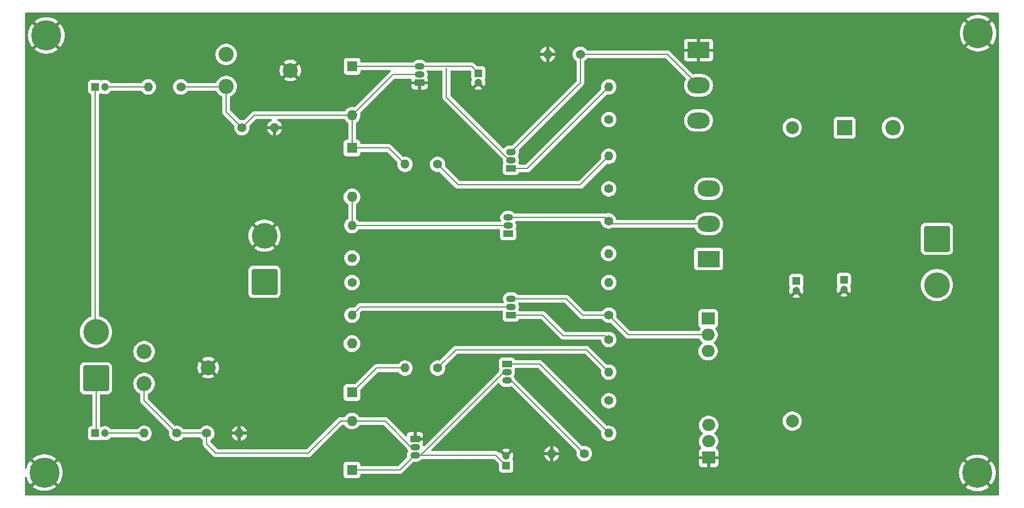
<source format=gbr>
%TF.GenerationSoftware,KiCad,Pcbnew,8.0.1*%
%TF.CreationDate,2024-09-10T19:28:36-07:00*%
%TF.ProjectId,Dorr_Amp_REV-,446f7272-5f41-46d7-905f-5245562d2e6b,-*%
%TF.SameCoordinates,Original*%
%TF.FileFunction,Copper,L1,Top*%
%TF.FilePolarity,Positive*%
%FSLAX46Y46*%
G04 Gerber Fmt 4.6, Leading zero omitted, Abs format (unit mm)*
G04 Created by KiCad (PCBNEW 8.0.1) date 2024-09-10 19:28:36*
%MOMM*%
%LPD*%
G01*
G04 APERTURE LIST*
G04 Aperture macros list*
%AMRoundRect*
0 Rectangle with rounded corners*
0 $1 Rounding radius*
0 $2 $3 $4 $5 $6 $7 $8 $9 X,Y pos of 4 corners*
0 Add a 4 corners polygon primitive as box body*
4,1,4,$2,$3,$4,$5,$6,$7,$8,$9,$2,$3,0*
0 Add four circle primitives for the rounded corners*
1,1,$1+$1,$2,$3*
1,1,$1+$1,$4,$5*
1,1,$1+$1,$6,$7*
1,1,$1+$1,$8,$9*
0 Add four rect primitives between the rounded corners*
20,1,$1+$1,$2,$3,$4,$5,0*
20,1,$1+$1,$4,$5,$6,$7,0*
20,1,$1+$1,$6,$7,$8,$9,0*
20,1,$1+$1,$8,$9,$2,$3,0*%
G04 Aperture macros list end*
%TA.AperFunction,ComponentPad*%
%ADD10C,1.400000*%
%TD*%
%TA.AperFunction,ComponentPad*%
%ADD11O,1.400000X1.400000*%
%TD*%
%TA.AperFunction,ComponentPad*%
%ADD12C,2.000000*%
%TD*%
%TA.AperFunction,ComponentPad*%
%ADD13R,1.200000X1.200000*%
%TD*%
%TA.AperFunction,ComponentPad*%
%ADD14C,1.200000*%
%TD*%
%TA.AperFunction,ComponentPad*%
%ADD15C,4.700000*%
%TD*%
%TA.AperFunction,ComponentPad*%
%ADD16RoundRect,0.250000X1.750000X-1.750000X1.750000X1.750000X-1.750000X1.750000X-1.750000X-1.750000X0*%
%TD*%
%TA.AperFunction,ComponentPad*%
%ADD17C,4.000000*%
%TD*%
%TA.AperFunction,ComponentPad*%
%ADD18C,2.340000*%
%TD*%
%TA.AperFunction,ComponentPad*%
%ADD19R,1.500000X1.050000*%
%TD*%
%TA.AperFunction,ComponentPad*%
%ADD20O,1.500000X1.050000*%
%TD*%
%TA.AperFunction,ComponentPad*%
%ADD21R,1.600000X1.600000*%
%TD*%
%TA.AperFunction,ComponentPad*%
%ADD22O,1.600000X1.600000*%
%TD*%
%TA.AperFunction,ComponentPad*%
%ADD23R,3.500000X2.500000*%
%TD*%
%TA.AperFunction,ComponentPad*%
%ADD24O,3.500000X2.500000*%
%TD*%
%TA.AperFunction,ComponentPad*%
%ADD25RoundRect,0.250000X-1.750000X1.750000X-1.750000X-1.750000X1.750000X-1.750000X1.750000X1.750000X0*%
%TD*%
%TA.AperFunction,ComponentPad*%
%ADD26R,2.000000X1.905000*%
%TD*%
%TA.AperFunction,ComponentPad*%
%ADD27O,2.000000X1.905000*%
%TD*%
%TA.AperFunction,ComponentPad*%
%ADD28R,2.400000X2.400000*%
%TD*%
%TA.AperFunction,ComponentPad*%
%ADD29C,2.400000*%
%TD*%
%TA.AperFunction,Conductor*%
%ADD30C,0.200000*%
%TD*%
G04 APERTURE END LIST*
D10*
%TO.P,R8,1*%
%TO.N,Net-(D1-K)*%
X67260000Y-128665000D03*
D11*
%TO.P,R8,2*%
%TO.N,GND*%
X72340000Y-128665000D03*
%TD*%
D10*
%TO.P,R14,1*%
%TO.N,Net-(C8-Pad1)*%
X103220800Y-86759800D03*
D11*
%TO.P,R14,2*%
%TO.N,Net-(D3-K)*%
X98140800Y-86759800D03*
%TD*%
D12*
%TO.P,TP1,1,1*%
%TO.N,Net-(J1-Pin_2)*%
X158465800Y-126764800D03*
%TD*%
D10*
%TO.P,R12,1*%
%TO.N,Net-(D3-K)*%
X72740800Y-81044800D03*
D11*
%TO.P,R12,2*%
%TO.N,GND*%
X77820800Y-81044800D03*
%TD*%
D13*
%TO.P,C1,1*%
%TO.N,/18V*%
X159100800Y-104944800D03*
D14*
%TO.P,C1,2*%
%TO.N,GND*%
X159100800Y-106444800D03*
%TD*%
D15*
%TO.P,H1,1,1*%
%TO.N,GND*%
X42265600Y-66675000D03*
%TD*%
%TO.P,H3,1,1*%
%TO.N,GND*%
X41960800Y-134797800D03*
%TD*%
D10*
%TO.P,R15,1*%
%TO.N,Net-(Q2-B)*%
X129850000Y-95575000D03*
D11*
%TO.P,R15,2*%
%TO.N,/18V*%
X129850000Y-100655000D03*
%TD*%
D16*
%TO.P,J3,1,Pin_1*%
%TO.N,/18V*%
X76250800Y-105079800D03*
D17*
%TO.P,J3,2,Pin_2*%
%TO.N,GND*%
X76250800Y-97879800D03*
%TD*%
D15*
%TO.P,H4,1,1*%
%TO.N,GND*%
X187299600Y-134848600D03*
%TD*%
%TO.P,H2,1,1*%
%TO.N,GND*%
X187401200Y-66319400D03*
%TD*%
D10*
%TO.P,R3,1*%
%TO.N,Net-(Q1-E)*%
X129890800Y-114064800D03*
D11*
%TO.P,R3,2*%
%TO.N,Net-(J1-Pin_2)*%
X129890800Y-119144800D03*
%TD*%
D13*
%TO.P,C3,1*%
%TO.N,Net-(J2-Pin_1)*%
X49880800Y-128669800D03*
D14*
%TO.P,C3,2*%
%TO.N,Net-(C3-Pad2)*%
X51380800Y-128669800D03*
%TD*%
D18*
%TO.P,R11,1*%
%TO.N,Net-(D3-K)*%
X70280800Y-74629800D03*
%TO.P,R11,2*%
%TO.N,GND*%
X80280800Y-72129800D03*
%TO.P,R11,3*%
%TO.N,N/C*%
X70280800Y-69629800D03*
%TD*%
D10*
%TO.P,R2,1*%
%TO.N,Net-(Q1-C)*%
X129890800Y-110254800D03*
D11*
%TO.P,R2,2*%
%TO.N,/18V*%
X129890800Y-105174800D03*
%TD*%
D13*
%TO.P,C5,1*%
%TO.N,Net-(J2-Pin_2)*%
X49880800Y-74694800D03*
D14*
%TO.P,C5,2*%
%TO.N,Net-(C5-Pad2)*%
X51380800Y-74694800D03*
%TD*%
D19*
%TO.P,Q6,1,E*%
%TO.N,GND*%
X100405800Y-74059800D03*
D20*
%TO.P,Q6,2,B*%
%TO.N,Net-(D3-K)*%
X100405800Y-72789800D03*
%TO.P,Q6,3,C*%
%TO.N,Net-(D4-K)*%
X100405800Y-71519800D03*
%TD*%
D21*
%TO.P,D3,1,K*%
%TO.N,Net-(D3-K)*%
X89885800Y-84219800D03*
D22*
%TO.P,D3,2,A*%
%TO.N,Net-(D3-A)*%
X89885800Y-91839800D03*
%TD*%
D13*
%TO.P,C6,1*%
%TO.N,Net-(D4-K)*%
X109570800Y-72559800D03*
D14*
%TO.P,C6,2*%
%TO.N,GND*%
X109570800Y-74059800D03*
%TD*%
D10*
%TO.P,R10,1*%
%TO.N,Net-(D3-K)*%
X63215800Y-74694800D03*
D11*
%TO.P,R10,2*%
%TO.N,Net-(C5-Pad2)*%
X58135800Y-74694800D03*
%TD*%
D13*
%TO.P,C4,1*%
%TO.N,Net-(D2-K)*%
X113900000Y-133687600D03*
D14*
%TO.P,C4,2*%
%TO.N,GND*%
X113900000Y-132187600D03*
%TD*%
D10*
%TO.P,R6,1*%
%TO.N,Net-(D1-K)*%
X62580800Y-128669800D03*
D11*
%TO.P,R6,2*%
%TO.N,Net-(C3-Pad2)*%
X57500800Y-128669800D03*
%TD*%
D23*
%TO.P,Q10,1,E*%
%TO.N,GND*%
X143860800Y-68979800D03*
D24*
%TO.P,Q10,2,B*%
%TO.N,Net-(Q10-B)*%
X143860800Y-74454800D03*
%TO.P,Q10,3,C*%
%TO.N,Net-(Q10-C)*%
X143860800Y-79929800D03*
%TD*%
D13*
%TO.P,C7,1*%
%TO.N,/18V*%
X166500000Y-104765000D03*
D14*
%TO.P,C7,2*%
%TO.N,GND*%
X166500000Y-106265000D03*
%TD*%
D10*
%TO.P,R16,1*%
%TO.N,Net-(Q10-B)*%
X125445800Y-69614800D03*
D11*
%TO.P,R16,2*%
%TO.N,GND*%
X120365800Y-69614800D03*
%TD*%
D21*
%TO.P,D1,1,K*%
%TO.N,Net-(D1-K)*%
X89885800Y-122319800D03*
D22*
%TO.P,D1,2,A*%
%TO.N,Net-(D1-A)*%
X89885800Y-114699800D03*
%TD*%
D10*
%TO.P,R9,1*%
%TO.N,Net-(Q4-C)*%
X126080800Y-131844800D03*
D11*
%TO.P,R9,2*%
%TO.N,GND*%
X121000800Y-131844800D03*
%TD*%
D25*
%TO.P,J1,1,Pin_1*%
%TO.N,Net-(J1-Pin_1)*%
X181000000Y-98365000D03*
D17*
%TO.P,J1,2,Pin_2*%
%TO.N,Net-(J1-Pin_2)*%
X181000000Y-105565000D03*
%TD*%
D19*
%TO.P,Q8,1,E*%
%TO.N,Net-(Q10-C)*%
X114650800Y-87394800D03*
D20*
%TO.P,Q8,2,B*%
%TO.N,Net-(D4-K)*%
X114650800Y-86124800D03*
%TO.P,Q8,3,C*%
%TO.N,Net-(Q10-B)*%
X114650800Y-84854800D03*
%TD*%
D10*
%TO.P,R18,1*%
%TO.N,Net-(C8-Pad1)*%
X129890800Y-79774800D03*
D11*
%TO.P,R18,2*%
%TO.N,Net-(Q10-C)*%
X129890800Y-74694800D03*
%TD*%
D18*
%TO.P,R7,1*%
%TO.N,Net-(D1-K)*%
X57500000Y-120940000D03*
%TO.P,R7,2*%
%TO.N,GND*%
X67500000Y-118440000D03*
%TO.P,R7,3*%
%TO.N,N/C*%
X57500000Y-115940000D03*
%TD*%
D19*
%TO.P,Q1,1,E*%
%TO.N,Net-(Q1-E)*%
X114650800Y-110254800D03*
D20*
%TO.P,Q1,2,B*%
%TO.N,Net-(D1-A)*%
X114650800Y-108984800D03*
%TO.P,Q1,3,C*%
%TO.N,Net-(Q1-C)*%
X114650800Y-107714800D03*
%TD*%
D10*
%TO.P,R17,1*%
%TO.N,Net-(Q2-C)*%
X129890800Y-90569800D03*
D11*
%TO.P,R17,2*%
%TO.N,Net-(C8-Pad1)*%
X129890800Y-85489800D03*
%TD*%
D26*
%TO.P,Q9,1,E*%
%TO.N,/18V*%
X145355800Y-110789800D03*
D27*
%TO.P,Q9,2,B*%
%TO.N,Net-(Q1-C)*%
X145355800Y-113329800D03*
%TO.P,Q9,3,C*%
%TO.N,Net-(Q1-E)*%
X145355800Y-115869800D03*
%TD*%
D12*
%TO.P,TP2,1,1*%
%TO.N,Net-(C8-Pad1)*%
X158465800Y-81044800D03*
%TD*%
D10*
%TO.P,R1,1*%
%TO.N,/18V*%
X89885800Y-105174800D03*
D11*
%TO.P,R1,2*%
%TO.N,Net-(D1-A)*%
X89885800Y-110254800D03*
%TD*%
D19*
%TO.P,Q7,1,E*%
%TO.N,Net-(Q2-C)*%
X114210000Y-97585000D03*
D20*
%TO.P,Q7,2,B*%
%TO.N,Net-(D3-A)*%
X114210000Y-96315000D03*
%TO.P,Q7,3,C*%
%TO.N,Net-(Q2-B)*%
X114210000Y-95045000D03*
%TD*%
D16*
%TO.P,J2,1,Pin_1*%
%TO.N,Net-(J2-Pin_1)*%
X50007800Y-120096400D03*
D17*
%TO.P,J2,2,Pin_2*%
%TO.N,Net-(J2-Pin_2)*%
X50007800Y-112896400D03*
%TD*%
D21*
%TO.P,D4,1,K*%
%TO.N,Net-(D4-K)*%
X89911200Y-71494400D03*
D22*
%TO.P,D4,2,A*%
%TO.N,Net-(D3-K)*%
X89911200Y-79114400D03*
%TD*%
D19*
%TO.P,Q3,1,E*%
%TO.N,GND*%
X99700000Y-129525000D03*
D20*
%TO.P,Q3,2,B*%
%TO.N,Net-(D1-K)*%
X99700000Y-130795000D03*
%TO.P,Q3,3,C*%
%TO.N,Net-(D2-K)*%
X99700000Y-132065000D03*
%TD*%
D26*
%TO.P,Q5,1,E*%
%TO.N,GND*%
X145440800Y-132479800D03*
D27*
%TO.P,Q5,2,B*%
%TO.N,Net-(Q4-C)*%
X145440800Y-129939800D03*
%TO.P,Q5,3,C*%
%TO.N,Net-(Q4-E)*%
X145440800Y-127399800D03*
%TD*%
D28*
%TO.P,C8,1*%
%TO.N,Net-(C8-Pad1)*%
X166626041Y-81065000D03*
D29*
%TO.P,C8,2*%
%TO.N,Net-(J1-Pin_1)*%
X174126041Y-81065000D03*
%TD*%
D19*
%TO.P,Q4,1,E*%
%TO.N,Net-(Q4-E)*%
X114015800Y-117874800D03*
D20*
%TO.P,Q4,2,B*%
%TO.N,Net-(D2-K)*%
X114015800Y-119144800D03*
%TO.P,Q4,3,C*%
%TO.N,Net-(Q4-C)*%
X114015800Y-120414800D03*
%TD*%
D10*
%TO.P,R13,1*%
%TO.N,/18V*%
X89885800Y-101364800D03*
D11*
%TO.P,R13,2*%
%TO.N,Net-(D3-A)*%
X89885800Y-96284800D03*
%TD*%
D10*
%TO.P,R5,1*%
%TO.N,Net-(J1-Pin_2)*%
X129890800Y-123589800D03*
D11*
%TO.P,R5,2*%
%TO.N,Net-(Q4-E)*%
X129890800Y-128669800D03*
%TD*%
D10*
%TO.P,R4,1*%
%TO.N,Net-(J1-Pin_2)*%
X103220800Y-118509800D03*
D11*
%TO.P,R4,2*%
%TO.N,Net-(D1-K)*%
X98140800Y-118509800D03*
%TD*%
D21*
%TO.P,D2,1,K*%
%TO.N,Net-(D2-K)*%
X89885800Y-134384800D03*
D22*
%TO.P,D2,2,A*%
%TO.N,Net-(D1-K)*%
X89885800Y-126764800D03*
%TD*%
D23*
%TO.P,Q2,1,E*%
%TO.N,/18V*%
X145440800Y-101519800D03*
D24*
%TO.P,Q2,2,B*%
%TO.N,Net-(Q2-B)*%
X145440800Y-96044800D03*
%TO.P,Q2,3,C*%
%TO.N,Net-(Q2-C)*%
X145440800Y-90569800D03*
%TD*%
D30*
%TO.N,Net-(D1-K)*%
X57500000Y-123589000D02*
X62580800Y-128669800D01*
X57500000Y-120940000D02*
X57500000Y-123589000D01*
X67260000Y-130325000D02*
X67260000Y-128665000D01*
X68700000Y-131765000D02*
X67260000Y-130325000D01*
X83100000Y-131765000D02*
X68700000Y-131765000D01*
X88100200Y-126764800D02*
X83100000Y-131765000D01*
X89885800Y-126764800D02*
X88100200Y-126764800D01*
%TO.N,Net-(Q1-E)*%
X122800000Y-113465000D02*
X129291000Y-113465000D01*
X129291000Y-113465000D02*
X129890800Y-114064800D01*
X119589800Y-110254800D02*
X122800000Y-113465000D01*
X114650800Y-110254800D02*
X119589800Y-110254800D01*
%TO.N,Net-(J1-Pin_2)*%
X126411000Y-115665000D02*
X129890800Y-119144800D01*
X106065600Y-115665000D02*
X126411000Y-115665000D01*
X103220800Y-118509800D02*
X106065600Y-115665000D01*
%TO.N,Net-(C8-Pad1)*%
X125415600Y-89965000D02*
X129890800Y-85489800D01*
X103220800Y-86759800D02*
X106426000Y-89965000D01*
X106426000Y-89965000D02*
X125415600Y-89965000D01*
%TO.N,Net-(Q10-C)*%
X114650800Y-87394800D02*
X117190800Y-87394800D01*
X117190800Y-87394800D02*
X129890800Y-74694800D01*
%TO.N,GND*%
X114000000Y-132065000D02*
X114250000Y-131815000D01*
%TO.N,Net-(Q10-B)*%
X125445800Y-69614800D02*
X125445800Y-74059800D01*
X125445800Y-69614800D02*
X139020800Y-69614800D01*
X125445800Y-74059800D02*
X114650800Y-84854800D01*
X139020800Y-69614800D02*
X143860800Y-74454800D01*
%TO.N,Net-(D3-K)*%
X70280800Y-78584800D02*
X72740800Y-81044800D01*
X89885800Y-84219800D02*
X95600800Y-84219800D01*
X89911200Y-84194400D02*
X89885800Y-84219800D01*
X89911200Y-79114400D02*
X89911200Y-84194400D01*
X70215800Y-74694800D02*
X70280800Y-74629800D01*
X100405800Y-72789800D02*
X96235800Y-72789800D01*
X96235800Y-72789800D02*
X89911200Y-79114400D01*
X74671200Y-79114400D02*
X89911200Y-79114400D01*
X95600800Y-84219800D02*
X98140800Y-86759800D01*
X63215800Y-74694800D02*
X70215800Y-74694800D01*
X72740800Y-81044800D02*
X74671200Y-79114400D01*
X70280800Y-74629800D02*
X70280800Y-78584800D01*
%TO.N,/18V*%
X129850000Y-105134000D02*
X129890800Y-105174800D01*
%TO.N,Net-(D3-A)*%
X114210000Y-96315000D02*
X89916000Y-96315000D01*
X89885800Y-91839800D02*
X89885800Y-96284800D01*
X89916000Y-96315000D02*
X89885800Y-96284800D01*
%TO.N,Net-(C5-Pad2)*%
X51380800Y-74694800D02*
X58135800Y-74694800D01*
%TO.N,Net-(Q4-C)*%
X114015800Y-120414800D02*
X114650800Y-120414800D01*
X114650800Y-120414800D02*
X126080800Y-131844800D01*
%TO.N,Net-(D1-K)*%
X98140800Y-118509800D02*
X93695800Y-118509800D01*
X95064800Y-126764800D02*
X89885800Y-126764800D01*
X93695800Y-118509800D02*
X89885800Y-122319800D01*
X99700000Y-130795000D02*
X99095000Y-130795000D01*
X67255200Y-128669800D02*
X67260000Y-128665000D01*
X62580800Y-128669800D02*
X67255200Y-128669800D01*
X99095000Y-130795000D02*
X95064800Y-126764800D01*
%TO.N,Net-(C3-Pad2)*%
X51380800Y-128669800D02*
X57500800Y-128669800D01*
%TO.N,Net-(Q4-E)*%
X114015800Y-117874800D02*
X119095800Y-117874800D01*
X119095800Y-117874800D02*
X129890800Y-128669800D01*
%TO.N,Net-(D1-A)*%
X89885800Y-110254800D02*
X91155800Y-108984800D01*
X91155800Y-108984800D02*
X114650800Y-108984800D01*
%TO.N,Net-(Q1-C)*%
X125789800Y-110254800D02*
X129890800Y-110254800D01*
X132965800Y-113329800D02*
X129890800Y-110254800D01*
X145355800Y-113329800D02*
X132965800Y-113329800D01*
X114650800Y-107714800D02*
X123249800Y-107714800D01*
X123249800Y-107714800D02*
X125789800Y-110254800D01*
%TO.N,Net-(Q2-B)*%
X130329800Y-96044800D02*
X145440800Y-96044800D01*
X114210000Y-95045000D02*
X129320000Y-95045000D01*
X129850000Y-95575000D02*
X129860000Y-95575000D01*
X129320000Y-95045000D02*
X129850000Y-95575000D01*
X129860000Y-95575000D02*
X130329800Y-96044800D01*
%TO.N,Net-(D4-K)*%
X100405800Y-71519800D02*
X108530800Y-71519800D01*
X114875800Y-86124800D02*
X114650800Y-86124800D01*
X100380400Y-71494400D02*
X100405800Y-71519800D01*
X108530800Y-71519800D02*
X109570800Y-72559800D01*
X114425800Y-86124800D02*
X104600000Y-76299000D01*
X89911200Y-71494400D02*
X100380400Y-71494400D01*
X104600000Y-76299000D02*
X104600000Y-71715000D01*
X114650800Y-86124800D02*
X114425800Y-86124800D01*
%TO.N,Net-(D2-K)*%
X99700000Y-132065000D02*
X99650000Y-132065000D01*
X99700000Y-132065000D02*
X112277400Y-132065000D01*
X112277400Y-132065000D02*
X113900000Y-133687600D01*
X114015800Y-119144800D02*
X113515800Y-119144800D01*
X100595600Y-132065000D02*
X99700000Y-132065000D01*
X99650000Y-132065000D02*
X97330200Y-134384800D01*
X113515800Y-119144800D02*
X100595600Y-132065000D01*
X97330200Y-134384800D02*
X89885800Y-134384800D01*
%TO.N,Net-(J2-Pin_2)*%
X49880800Y-74694800D02*
X49880800Y-112769400D01*
X49880800Y-112769400D02*
X50007800Y-112896400D01*
%TO.N,Net-(J2-Pin_1)*%
X50007800Y-120096400D02*
X50007800Y-128542800D01*
X50007800Y-128542800D02*
X49880800Y-128669800D01*
%TD*%
%TA.AperFunction,Conductor*%
%TO.N,GND*%
G36*
X190623339Y-63149985D02*
G01*
X190669094Y-63202789D01*
X190680300Y-63254300D01*
X190680300Y-138205300D01*
X190660615Y-138272339D01*
X190607811Y-138318094D01*
X190556300Y-138329300D01*
X39075300Y-138329300D01*
X39008261Y-138309615D01*
X38962506Y-138256811D01*
X38951300Y-138205300D01*
X38951300Y-135529037D01*
X38970985Y-135461998D01*
X39023789Y-135416243D01*
X39092947Y-135406299D01*
X39156503Y-135435324D01*
X39194091Y-135493474D01*
X39278136Y-135774208D01*
X39409627Y-136079036D01*
X39409633Y-136079049D01*
X39575624Y-136366555D01*
X39773157Y-136631887D01*
X40845528Y-135559516D01*
X40931078Y-135677266D01*
X41081334Y-135827522D01*
X41199081Y-135913070D01*
X40130089Y-136982063D01*
X40256015Y-137087725D01*
X40533388Y-137270156D01*
X40830052Y-137419147D01*
X40830058Y-137419150D01*
X41142013Y-137532692D01*
X41142034Y-137532699D01*
X41465048Y-137609256D01*
X41465063Y-137609258D01*
X41794812Y-137647799D01*
X41794813Y-137647800D01*
X42126787Y-137647800D01*
X42126787Y-137647799D01*
X42456536Y-137609258D01*
X42456551Y-137609256D01*
X42779565Y-137532699D01*
X42779586Y-137532692D01*
X43091541Y-137419150D01*
X43091547Y-137419147D01*
X43388211Y-137270156D01*
X43665589Y-137087722D01*
X43791508Y-136982063D01*
X43791509Y-136982062D01*
X42722518Y-135913070D01*
X42840266Y-135827522D01*
X42990522Y-135677266D01*
X43076070Y-135559517D01*
X44148441Y-136631888D01*
X44345975Y-136366556D01*
X44511966Y-136079049D01*
X44511972Y-136079036D01*
X44643463Y-135774208D01*
X44738678Y-135456165D01*
X44738681Y-135456151D01*
X44796325Y-135129237D01*
X44796326Y-135129226D01*
X44815630Y-134797803D01*
X44815630Y-134797796D01*
X44796326Y-134466373D01*
X44796325Y-134466362D01*
X44738681Y-134139448D01*
X44738678Y-134139434D01*
X44643463Y-133821391D01*
X44511972Y-133516563D01*
X44511966Y-133516550D01*
X44345972Y-133229039D01*
X44148442Y-132963710D01*
X43076070Y-134036081D01*
X42990522Y-133918334D01*
X42840266Y-133768078D01*
X42722517Y-133682528D01*
X43791509Y-132613536D01*
X43791509Y-132613535D01*
X43665584Y-132507874D01*
X43388211Y-132325443D01*
X43091547Y-132176452D01*
X43091541Y-132176449D01*
X42779586Y-132062907D01*
X42779565Y-132062900D01*
X42456551Y-131986343D01*
X42456536Y-131986341D01*
X42126787Y-131947800D01*
X41794813Y-131947800D01*
X41465063Y-131986341D01*
X41465048Y-131986343D01*
X41142034Y-132062900D01*
X41142013Y-132062907D01*
X40830058Y-132176449D01*
X40830052Y-132176452D01*
X40533381Y-132325446D01*
X40256020Y-132507870D01*
X40256013Y-132507875D01*
X40130089Y-132613535D01*
X41199082Y-133682528D01*
X41081334Y-133768078D01*
X40931078Y-133918334D01*
X40845528Y-134036082D01*
X39773157Y-132963711D01*
X39773156Y-132963711D01*
X39575629Y-133229036D01*
X39575625Y-133229042D01*
X39409633Y-133516550D01*
X39409627Y-133516563D01*
X39278137Y-133821389D01*
X39194091Y-134102126D01*
X39156006Y-134160703D01*
X39092298Y-134189391D01*
X39023193Y-134179082D01*
X38970632Y-134133049D01*
X38951300Y-134066562D01*
X38951300Y-121896401D01*
X47507300Y-121896401D01*
X47507301Y-121896418D01*
X47517800Y-121999196D01*
X47517801Y-121999199D01*
X47572985Y-122165731D01*
X47572986Y-122165734D01*
X47665088Y-122315056D01*
X47789144Y-122439112D01*
X47938466Y-122531214D01*
X48105003Y-122586399D01*
X48207791Y-122596900D01*
X49283300Y-122596899D01*
X49350339Y-122616583D01*
X49396094Y-122669387D01*
X49407300Y-122720899D01*
X49407300Y-127445300D01*
X49387615Y-127512339D01*
X49334811Y-127558094D01*
X49283302Y-127569300D01*
X49232930Y-127569300D01*
X49232923Y-127569301D01*
X49173316Y-127575708D01*
X49038471Y-127626002D01*
X49038464Y-127626006D01*
X48923255Y-127712252D01*
X48923252Y-127712255D01*
X48837006Y-127827464D01*
X48837002Y-127827471D01*
X48786708Y-127962317D01*
X48780301Y-128021916D01*
X48780300Y-128021935D01*
X48780300Y-129317670D01*
X48780301Y-129317676D01*
X48786708Y-129377283D01*
X48837002Y-129512128D01*
X48837006Y-129512135D01*
X48923252Y-129627344D01*
X48923255Y-129627347D01*
X49038464Y-129713593D01*
X49038471Y-129713597D01*
X49173317Y-129763891D01*
X49173316Y-129763891D01*
X49180244Y-129764635D01*
X49232927Y-129770300D01*
X50528672Y-129770299D01*
X50588283Y-129763891D01*
X50671578Y-129732824D01*
X50723129Y-129713597D01*
X50723129Y-129713596D01*
X50723131Y-129713596D01*
X50772321Y-129676771D01*
X50837782Y-129652354D01*
X50891422Y-129660410D01*
X51078344Y-129732824D01*
X51278824Y-129770300D01*
X51278826Y-129770300D01*
X51482774Y-129770300D01*
X51482776Y-129770300D01*
X51683256Y-129732824D01*
X51873437Y-129659148D01*
X52046841Y-129551781D01*
X52197564Y-129414379D01*
X52269158Y-129319573D01*
X52325267Y-129277937D01*
X52368112Y-129270300D01*
X56388179Y-129270300D01*
X56455218Y-129289985D01*
X56487133Y-129319573D01*
X56609820Y-129482038D01*
X56711104Y-129574370D01*
X56768970Y-129627122D01*
X56774237Y-129631923D01*
X56774239Y-129631925D01*
X56963395Y-129749045D01*
X56963396Y-129749045D01*
X56963399Y-129749047D01*
X57170860Y-129829418D01*
X57389557Y-129870300D01*
X57389559Y-129870300D01*
X57612041Y-129870300D01*
X57612043Y-129870300D01*
X57830740Y-129829418D01*
X58038201Y-129749047D01*
X58227362Y-129631924D01*
X58391781Y-129482036D01*
X58525858Y-129304489D01*
X58625029Y-129105328D01*
X58685915Y-128891336D01*
X58706443Y-128669800D01*
X58685915Y-128448264D01*
X58625029Y-128234272D01*
X58622639Y-128229472D01*
X58525861Y-128035116D01*
X58525856Y-128035108D01*
X58391779Y-127857561D01*
X58227362Y-127707676D01*
X58227360Y-127707674D01*
X58038204Y-127590554D01*
X58038198Y-127590552D01*
X57830740Y-127510182D01*
X57612043Y-127469300D01*
X57389557Y-127469300D01*
X57170860Y-127510182D01*
X57047185Y-127558094D01*
X56963401Y-127590552D01*
X56963395Y-127590554D01*
X56774239Y-127707674D01*
X56774237Y-127707676D01*
X56609820Y-127857561D01*
X56487133Y-128020027D01*
X56431024Y-128061663D01*
X56388179Y-128069300D01*
X52368112Y-128069300D01*
X52301073Y-128049615D01*
X52269158Y-128020027D01*
X52197562Y-127925218D01*
X52046841Y-127787819D01*
X52046839Y-127787817D01*
X51873442Y-127680455D01*
X51873435Y-127680451D01*
X51778346Y-127643614D01*
X51683256Y-127606776D01*
X51482776Y-127569300D01*
X51278824Y-127569300D01*
X51078344Y-127606776D01*
X51078341Y-127606776D01*
X51078341Y-127606777D01*
X50891426Y-127679188D01*
X50821802Y-127685050D01*
X50772321Y-127662827D01*
X50723134Y-127626005D01*
X50688964Y-127613260D01*
X50633031Y-127571387D01*
X50608616Y-127505922D01*
X50608300Y-127497079D01*
X50608300Y-122720899D01*
X50627985Y-122653860D01*
X50680789Y-122608105D01*
X50732300Y-122596899D01*
X51807802Y-122596899D01*
X51807808Y-122596899D01*
X51910597Y-122586399D01*
X52077134Y-122531214D01*
X52226456Y-122439112D01*
X52350512Y-122315056D01*
X52442614Y-122165734D01*
X52497799Y-121999197D01*
X52508300Y-121896409D01*
X52508300Y-120940004D01*
X55824816Y-120940004D01*
X55843524Y-121189663D01*
X55843525Y-121189668D01*
X55899236Y-121433755D01*
X55899238Y-121433764D01*
X55899240Y-121433769D01*
X55990711Y-121666835D01*
X56115898Y-121883665D01*
X56208031Y-121999196D01*
X56272006Y-122079418D01*
X56445264Y-122240177D01*
X56455540Y-122249712D01*
X56662408Y-122390752D01*
X56662411Y-122390753D01*
X56662412Y-122390754D01*
X56829302Y-122471124D01*
X56881161Y-122517946D01*
X56899500Y-122582844D01*
X56899500Y-123502330D01*
X56899499Y-123502348D01*
X56899499Y-123668054D01*
X56899498Y-123668054D01*
X56899499Y-123668057D01*
X56937891Y-123811337D01*
X56940424Y-123820787D01*
X56950293Y-123837880D01*
X56950294Y-123837882D01*
X57019477Y-123957712D01*
X57019481Y-123957717D01*
X57138349Y-124076585D01*
X57138355Y-124076590D01*
X61369485Y-128307720D01*
X61402970Y-128369043D01*
X61401071Y-128429332D01*
X61395685Y-128448262D01*
X61375157Y-128669799D01*
X61375157Y-128669800D01*
X61395684Y-128891335D01*
X61395685Y-128891337D01*
X61456569Y-129105323D01*
X61456575Y-129105338D01*
X61555738Y-129304483D01*
X61555743Y-129304491D01*
X61689820Y-129482038D01*
X61791104Y-129574370D01*
X61848970Y-129627122D01*
X61854237Y-129631923D01*
X61854239Y-129631925D01*
X62043395Y-129749045D01*
X62043396Y-129749045D01*
X62043399Y-129749047D01*
X62250860Y-129829418D01*
X62469557Y-129870300D01*
X62469559Y-129870300D01*
X62692041Y-129870300D01*
X62692043Y-129870300D01*
X62910740Y-129829418D01*
X63118201Y-129749047D01*
X63307362Y-129631924D01*
X63471781Y-129482036D01*
X63594467Y-129319572D01*
X63650576Y-129277937D01*
X63693421Y-129270300D01*
X66151004Y-129270300D01*
X66218043Y-129289985D01*
X66249956Y-129319571D01*
X66296759Y-129381548D01*
X66369020Y-129477238D01*
X66533433Y-129627120D01*
X66533435Y-129627121D01*
X66533438Y-129627124D01*
X66600778Y-129668818D01*
X66647412Y-129720843D01*
X66659500Y-129774244D01*
X66659500Y-130238330D01*
X66659499Y-130238348D01*
X66659499Y-130404054D01*
X66659498Y-130404054D01*
X66700423Y-130556785D01*
X66704136Y-130563216D01*
X66779477Y-130693712D01*
X66779481Y-130693717D01*
X66898349Y-130812585D01*
X66898354Y-130812589D01*
X68331284Y-132245520D01*
X68331286Y-132245521D01*
X68331290Y-132245524D01*
X68468209Y-132324573D01*
X68468212Y-132324575D01*
X68468216Y-132324577D01*
X68620943Y-132365501D01*
X68620945Y-132365501D01*
X68786654Y-132365501D01*
X68786670Y-132365500D01*
X83013331Y-132365500D01*
X83013347Y-132365501D01*
X83020943Y-132365501D01*
X83179054Y-132365501D01*
X83179057Y-132365501D01*
X83331785Y-132324577D01*
X83408426Y-132280328D01*
X83468716Y-132245520D01*
X83580520Y-132133716D01*
X83580520Y-132133714D01*
X83590724Y-132123511D01*
X83590727Y-132123506D01*
X88312617Y-127401619D01*
X88373940Y-127368134D01*
X88400298Y-127365300D01*
X88654108Y-127365300D01*
X88721147Y-127384985D01*
X88755680Y-127418174D01*
X88841280Y-127540424D01*
X88885754Y-127603941D01*
X89046658Y-127764845D01*
X89046661Y-127764847D01*
X89233066Y-127895368D01*
X89439304Y-127991539D01*
X89659108Y-128050435D01*
X89821030Y-128064601D01*
X89885798Y-128070268D01*
X89885800Y-128070268D01*
X89885802Y-128070268D01*
X89942473Y-128065309D01*
X90112492Y-128050435D01*
X90332296Y-127991539D01*
X90538534Y-127895368D01*
X90724939Y-127764847D01*
X90885847Y-127603939D01*
X91015918Y-127418175D01*
X91070493Y-127374552D01*
X91117492Y-127365300D01*
X94764703Y-127365300D01*
X94831742Y-127384985D01*
X94852384Y-127401619D01*
X98448410Y-130997645D01*
X98481895Y-131058968D01*
X98482346Y-131061135D01*
X98488907Y-131094119D01*
X98488909Y-131094127D01*
X98566213Y-131280755D01*
X98619904Y-131361109D01*
X98640782Y-131427787D01*
X98622297Y-131495167D01*
X98619904Y-131498891D01*
X98566213Y-131579244D01*
X98488909Y-131765872D01*
X98488907Y-131765880D01*
X98449500Y-131963992D01*
X98449500Y-131963997D01*
X98449500Y-132166003D01*
X98453796Y-132187599D01*
X98478090Y-132309739D01*
X98471861Y-132379330D01*
X98444153Y-132421610D01*
X97117784Y-133747981D01*
X97056461Y-133781466D01*
X97030103Y-133784300D01*
X91310299Y-133784300D01*
X91243260Y-133764615D01*
X91197505Y-133711811D01*
X91186299Y-133660300D01*
X91186299Y-133536929D01*
X91186298Y-133536923D01*
X91186297Y-133536916D01*
X91179891Y-133477317D01*
X91129596Y-133342469D01*
X91129595Y-133342468D01*
X91129593Y-133342464D01*
X91043347Y-133227255D01*
X91043344Y-133227252D01*
X90928135Y-133141006D01*
X90928128Y-133141002D01*
X90793282Y-133090708D01*
X90793283Y-133090708D01*
X90733683Y-133084301D01*
X90733681Y-133084300D01*
X90733673Y-133084300D01*
X90733664Y-133084300D01*
X89037929Y-133084300D01*
X89037923Y-133084301D01*
X88978316Y-133090708D01*
X88843471Y-133141002D01*
X88843464Y-133141006D01*
X88728255Y-133227252D01*
X88728252Y-133227255D01*
X88642006Y-133342464D01*
X88642002Y-133342471D01*
X88591708Y-133477317D01*
X88585301Y-133536916D01*
X88585301Y-133536923D01*
X88585300Y-133536935D01*
X88585300Y-135232670D01*
X88585301Y-135232676D01*
X88591708Y-135292283D01*
X88642002Y-135427128D01*
X88642006Y-135427135D01*
X88728252Y-135542344D01*
X88728255Y-135542347D01*
X88843464Y-135628593D01*
X88843471Y-135628597D01*
X88978317Y-135678891D01*
X88978316Y-135678891D01*
X88985244Y-135679635D01*
X89037927Y-135685300D01*
X90733672Y-135685299D01*
X90793283Y-135678891D01*
X90928131Y-135628596D01*
X91043346Y-135542346D01*
X91129596Y-135427131D01*
X91179891Y-135292283D01*
X91186300Y-135232673D01*
X91186300Y-135109300D01*
X91205985Y-135042261D01*
X91258789Y-134996506D01*
X91310300Y-134985300D01*
X97243531Y-134985300D01*
X97243547Y-134985301D01*
X97251143Y-134985301D01*
X97409254Y-134985301D01*
X97409257Y-134985301D01*
X97561985Y-134944377D01*
X97612104Y-134915439D01*
X97698916Y-134865320D01*
X97715633Y-134848603D01*
X184444770Y-134848603D01*
X184464073Y-135180026D01*
X184464074Y-135180037D01*
X184521718Y-135506951D01*
X184521721Y-135506965D01*
X184616936Y-135825008D01*
X184748427Y-136129836D01*
X184748433Y-136129849D01*
X184914424Y-136417355D01*
X185111957Y-136682687D01*
X186184328Y-135610316D01*
X186269878Y-135728066D01*
X186420134Y-135878322D01*
X186537881Y-135963870D01*
X185468889Y-137032863D01*
X185594815Y-137138525D01*
X185872188Y-137320956D01*
X186168852Y-137469947D01*
X186168858Y-137469950D01*
X186480813Y-137583492D01*
X186480834Y-137583499D01*
X186803848Y-137660056D01*
X186803863Y-137660058D01*
X187133612Y-137698599D01*
X187133613Y-137698600D01*
X187465587Y-137698600D01*
X187465587Y-137698599D01*
X187795336Y-137660058D01*
X187795351Y-137660056D01*
X188118365Y-137583499D01*
X188118386Y-137583492D01*
X188430341Y-137469950D01*
X188430347Y-137469947D01*
X188727011Y-137320956D01*
X189004389Y-137138522D01*
X189130308Y-137032863D01*
X189130309Y-137032862D01*
X188061318Y-135963870D01*
X188179066Y-135878322D01*
X188329322Y-135728066D01*
X188414870Y-135610317D01*
X189487241Y-136682688D01*
X189684775Y-136417356D01*
X189850766Y-136129849D01*
X189850772Y-136129836D01*
X189982263Y-135825008D01*
X190077478Y-135506965D01*
X190077481Y-135506951D01*
X190135125Y-135180037D01*
X190135126Y-135180026D01*
X190154430Y-134848603D01*
X190154430Y-134848596D01*
X190135126Y-134517173D01*
X190135125Y-134517162D01*
X190077481Y-134190248D01*
X190077478Y-134190234D01*
X189982263Y-133872191D01*
X189850772Y-133567363D01*
X189850766Y-133567350D01*
X189684772Y-133279839D01*
X189487242Y-133014510D01*
X188414870Y-134086881D01*
X188329322Y-133969134D01*
X188179066Y-133818878D01*
X188061317Y-133733328D01*
X189130309Y-132664336D01*
X189130309Y-132664335D01*
X189004384Y-132558674D01*
X188727011Y-132376243D01*
X188430347Y-132227252D01*
X188430341Y-132227249D01*
X188118386Y-132113707D01*
X188118365Y-132113700D01*
X187795351Y-132037143D01*
X187795336Y-132037141D01*
X187465587Y-131998600D01*
X187133613Y-131998600D01*
X186803863Y-132037141D01*
X186803848Y-132037143D01*
X186480834Y-132113700D01*
X186480813Y-132113707D01*
X186168858Y-132227249D01*
X186168852Y-132227252D01*
X185872181Y-132376246D01*
X185594820Y-132558670D01*
X185594813Y-132558675D01*
X185468889Y-132664335D01*
X186537882Y-133733328D01*
X186420134Y-133818878D01*
X186269878Y-133969134D01*
X186184328Y-134086882D01*
X185111957Y-133014511D01*
X185111956Y-133014511D01*
X184914429Y-133279836D01*
X184914425Y-133279842D01*
X184748433Y-133567350D01*
X184748427Y-133567363D01*
X184616936Y-133872191D01*
X184521721Y-134190234D01*
X184521718Y-134190248D01*
X184464074Y-134517162D01*
X184464073Y-134517173D01*
X184444770Y-134848596D01*
X184444770Y-134848603D01*
X97715633Y-134848603D01*
X97810720Y-134753516D01*
X97810720Y-134753514D01*
X97820928Y-134743307D01*
X97820929Y-134743304D01*
X99437417Y-133126819D01*
X99498740Y-133093334D01*
X99525098Y-133090500D01*
X100026004Y-133090500D01*
X100026005Y-133090499D01*
X100224127Y-133051091D01*
X100410756Y-132973786D01*
X100578718Y-132861558D01*
X100721558Y-132718718D01*
X100721560Y-132718714D01*
X100725422Y-132714010D01*
X100726818Y-132715156D01*
X100773912Y-132675802D01*
X100823397Y-132665500D01*
X111977303Y-132665500D01*
X112044342Y-132685185D01*
X112064984Y-132701819D01*
X112763181Y-133400016D01*
X112796666Y-133461339D01*
X112799500Y-133487697D01*
X112799500Y-134335470D01*
X112799501Y-134335476D01*
X112805908Y-134395083D01*
X112856202Y-134529928D01*
X112856206Y-134529935D01*
X112942452Y-134645144D01*
X112942455Y-134645147D01*
X113057664Y-134731393D01*
X113057671Y-134731397D01*
X113192517Y-134781691D01*
X113192516Y-134781691D01*
X113199444Y-134782435D01*
X113252127Y-134788100D01*
X114547872Y-134788099D01*
X114607483Y-134781691D01*
X114742331Y-134731396D01*
X114857546Y-134645146D01*
X114943796Y-134529931D01*
X114994091Y-134395083D01*
X115000500Y-134335473D01*
X115000499Y-133039728D01*
X114994091Y-132980117D01*
X114991728Y-132973782D01*
X114943797Y-132845271D01*
X114943795Y-132845268D01*
X114904044Y-132792167D01*
X114879627Y-132726703D01*
X114892311Y-132662583D01*
X114930114Y-132586664D01*
X114930115Y-132586663D01*
X114985902Y-132390591D01*
X114985903Y-132390589D01*
X115004713Y-132187600D01*
X115004713Y-132187599D01*
X114996114Y-132094800D01*
X119824305Y-132094800D01*
X119877039Y-132280149D01*
X119976168Y-132479225D01*
X120110191Y-132656700D01*
X120274538Y-132806521D01*
X120463620Y-132923597D01*
X120463622Y-132923598D01*
X120670995Y-133003935D01*
X120750800Y-133018852D01*
X120750800Y-132094800D01*
X119824305Y-132094800D01*
X114996114Y-132094800D01*
X114985903Y-131984610D01*
X114985902Y-131984607D01*
X114959234Y-131890878D01*
X120650800Y-131890878D01*
X120674652Y-131979895D01*
X120720730Y-132059705D01*
X120785895Y-132124870D01*
X120865705Y-132170948D01*
X120954722Y-132194800D01*
X121046878Y-132194800D01*
X121135895Y-132170948D01*
X121215705Y-132124870D01*
X121245775Y-132094800D01*
X121250800Y-132094800D01*
X121250800Y-133018852D01*
X121330604Y-133003935D01*
X121537977Y-132923598D01*
X121537979Y-132923597D01*
X121727061Y-132806521D01*
X121891408Y-132656700D01*
X122025431Y-132479225D01*
X122124560Y-132280149D01*
X122177295Y-132094800D01*
X121250800Y-132094800D01*
X121245775Y-132094800D01*
X121280870Y-132059705D01*
X121326948Y-131979895D01*
X121350800Y-131890878D01*
X121350800Y-131798722D01*
X121326948Y-131709705D01*
X121280870Y-131629895D01*
X121215705Y-131564730D01*
X121135895Y-131518652D01*
X121046878Y-131494800D01*
X120954722Y-131494800D01*
X120865705Y-131518652D01*
X120785895Y-131564730D01*
X120720730Y-131629895D01*
X120674652Y-131709705D01*
X120650800Y-131798722D01*
X120650800Y-131890878D01*
X114959234Y-131890878D01*
X114930116Y-131788536D01*
X114930113Y-131788530D01*
X114839249Y-131606049D01*
X114839247Y-131606047D01*
X114837465Y-131603687D01*
X114194855Y-132246296D01*
X114200000Y-132227096D01*
X114200000Y-132148104D01*
X114179556Y-132071804D01*
X114140060Y-132003395D01*
X114084205Y-131947540D01*
X114015796Y-131908044D01*
X113939496Y-131887600D01*
X113860504Y-131887600D01*
X113784204Y-131908044D01*
X113715795Y-131947540D01*
X113659940Y-132003395D01*
X113620444Y-132071804D01*
X113600000Y-132148104D01*
X113600000Y-132227096D01*
X113605145Y-132246299D01*
X112962533Y-131603687D01*
X112960755Y-131606042D01*
X112960753Y-131606044D01*
X112940148Y-131647425D01*
X112892644Y-131698661D01*
X112824981Y-131716081D01*
X112758641Y-131694154D01*
X112741468Y-131679832D01*
X112646117Y-131584481D01*
X112646109Y-131584475D01*
X112557323Y-131533215D01*
X112557322Y-131533215D01*
X112509185Y-131505423D01*
X112356457Y-131464499D01*
X112198343Y-131464499D01*
X112190747Y-131464499D01*
X112190731Y-131464500D01*
X102344697Y-131464500D01*
X102277658Y-131444815D01*
X102231903Y-131392011D01*
X102221959Y-131322853D01*
X102250984Y-131259297D01*
X102256514Y-131253358D01*
X113319311Y-131253358D01*
X113900000Y-131834046D01*
X113900001Y-131834046D01*
X114139246Y-131594800D01*
X119824305Y-131594800D01*
X120750800Y-131594800D01*
X120750800Y-130670746D01*
X121250800Y-130670746D01*
X121250800Y-131594800D01*
X122177295Y-131594800D01*
X122124560Y-131409450D01*
X122025431Y-131210374D01*
X121891408Y-131032899D01*
X121727061Y-130883078D01*
X121537979Y-130766002D01*
X121537977Y-130766001D01*
X121330599Y-130685664D01*
X121250800Y-130670746D01*
X120750800Y-130670746D01*
X120671000Y-130685664D01*
X120463622Y-130766001D01*
X120463620Y-130766002D01*
X120274538Y-130883078D01*
X120110191Y-131032899D01*
X119976168Y-131210374D01*
X119877039Y-131409450D01*
X119824305Y-131594800D01*
X114139246Y-131594800D01*
X114480687Y-131253358D01*
X114392413Y-131198701D01*
X114392411Y-131198700D01*
X114202321Y-131125060D01*
X114001928Y-131087600D01*
X113798072Y-131087600D01*
X113597678Y-131125060D01*
X113407588Y-131198700D01*
X113407581Y-131198704D01*
X113319312Y-131253357D01*
X113319311Y-131253358D01*
X102256514Y-131253358D01*
X102257016Y-131252819D01*
X104844836Y-128664999D01*
X112670909Y-120838924D01*
X112732230Y-120805441D01*
X112801922Y-120810425D01*
X112857855Y-120852297D01*
X112873149Y-120879155D01*
X112882010Y-120900549D01*
X112882017Y-120900562D01*
X112994241Y-121068518D01*
X113137081Y-121211358D01*
X113305037Y-121323582D01*
X113305041Y-121323584D01*
X113305044Y-121323586D01*
X113491673Y-121400891D01*
X113689792Y-121440299D01*
X113689796Y-121440300D01*
X113689797Y-121440300D01*
X114341804Y-121440300D01*
X114341805Y-121440299D01*
X114539927Y-121400891D01*
X114638551Y-121360038D01*
X114708019Y-121352570D01*
X114770498Y-121383845D01*
X114773684Y-121386919D01*
X124869485Y-131482720D01*
X124902970Y-131544043D01*
X124901071Y-131604332D01*
X124895685Y-131623262D01*
X124875157Y-131844799D01*
X124875157Y-131844800D01*
X124895684Y-132066335D01*
X124895685Y-132066337D01*
X124956569Y-132280323D01*
X124956575Y-132280338D01*
X125055738Y-132479483D01*
X125055743Y-132479491D01*
X125189820Y-132657038D01*
X125354237Y-132806923D01*
X125354239Y-132806925D01*
X125543395Y-132924045D01*
X125543396Y-132924045D01*
X125543399Y-132924047D01*
X125750860Y-133004418D01*
X125969557Y-133045300D01*
X125969559Y-133045300D01*
X126192041Y-133045300D01*
X126192043Y-133045300D01*
X126410740Y-133004418D01*
X126618201Y-132924047D01*
X126807362Y-132806924D01*
X126951196Y-132675802D01*
X126971779Y-132657038D01*
X126972035Y-132656700D01*
X127105858Y-132479489D01*
X127205029Y-132280328D01*
X127265915Y-132066336D01*
X127286443Y-131844800D01*
X127281229Y-131788536D01*
X127265915Y-131623264D01*
X127265914Y-131623262D01*
X127260344Y-131603687D01*
X127205029Y-131409272D01*
X127181047Y-131361109D01*
X127105861Y-131210116D01*
X127105856Y-131210108D01*
X126971779Y-131032561D01*
X126807362Y-130882676D01*
X126807360Y-130882674D01*
X126618204Y-130765554D01*
X126618198Y-130765552D01*
X126410740Y-130685182D01*
X126192043Y-130644300D01*
X125969557Y-130644300D01*
X125908208Y-130655768D01*
X125831583Y-130670091D01*
X125762068Y-130663059D01*
X125721118Y-130635883D01*
X125139388Y-130054153D01*
X143940300Y-130054153D01*
X143976078Y-130280046D01*
X143976078Y-130280049D01*
X144046750Y-130497555D01*
X144080206Y-130563216D01*
X144150583Y-130701338D01*
X144283629Y-130884460D01*
X144307109Y-130950266D01*
X144291284Y-131018320D01*
X144241178Y-131067015D01*
X144226648Y-131073526D01*
X144198712Y-131083946D01*
X144198706Y-131083949D01*
X144083612Y-131170109D01*
X144083609Y-131170112D01*
X143997449Y-131285206D01*
X143997445Y-131285213D01*
X143947203Y-131419920D01*
X143947201Y-131419927D01*
X143940800Y-131479455D01*
X143940800Y-132229800D01*
X144950052Y-132229800D01*
X144928282Y-132267508D01*
X144890800Y-132407391D01*
X144890800Y-132552209D01*
X144928282Y-132692092D01*
X144950052Y-132729800D01*
X143940800Y-132729800D01*
X143940800Y-133480144D01*
X143947201Y-133539672D01*
X143947203Y-133539679D01*
X143997445Y-133674386D01*
X143997449Y-133674393D01*
X144083609Y-133789487D01*
X144083612Y-133789490D01*
X144198706Y-133875650D01*
X144198713Y-133875654D01*
X144333420Y-133925896D01*
X144333427Y-133925898D01*
X144392955Y-133932299D01*
X144392972Y-133932300D01*
X145190800Y-133932300D01*
X145190800Y-132970547D01*
X145228508Y-132992318D01*
X145368391Y-133029800D01*
X145513209Y-133029800D01*
X145653092Y-132992318D01*
X145690800Y-132970547D01*
X145690800Y-133932300D01*
X146488628Y-133932300D01*
X146488644Y-133932299D01*
X146548172Y-133925898D01*
X146548179Y-133925896D01*
X146682886Y-133875654D01*
X146682893Y-133875650D01*
X146797987Y-133789490D01*
X146797990Y-133789487D01*
X146884150Y-133674393D01*
X146884154Y-133674386D01*
X146934396Y-133539679D01*
X146934398Y-133539672D01*
X146940799Y-133480144D01*
X146940800Y-133480127D01*
X146940800Y-132729800D01*
X145931548Y-132729800D01*
X145953318Y-132692092D01*
X145990800Y-132552209D01*
X145990800Y-132407391D01*
X145953318Y-132267508D01*
X145931548Y-132229800D01*
X146940800Y-132229800D01*
X146940800Y-131479472D01*
X146940799Y-131479455D01*
X146934398Y-131419927D01*
X146934396Y-131419920D01*
X146884154Y-131285213D01*
X146884150Y-131285206D01*
X146797990Y-131170112D01*
X146797987Y-131170109D01*
X146682893Y-131083949D01*
X146682883Y-131083944D01*
X146654953Y-131073526D01*
X146599020Y-131031654D01*
X146574604Y-130966189D01*
X146589457Y-130897916D01*
X146597959Y-130884475D01*
X146731017Y-130701338D01*
X146834848Y-130497558D01*
X146835393Y-130495880D01*
X146905521Y-130280049D01*
X146905521Y-130280048D01*
X146905522Y-130280045D01*
X146941300Y-130054154D01*
X146941300Y-129825446D01*
X146905522Y-129599555D01*
X146905521Y-129599551D01*
X146905521Y-129599550D01*
X146834849Y-129382044D01*
X146792884Y-129299683D01*
X146731017Y-129178262D01*
X146596586Y-128993234D01*
X146434866Y-128831514D01*
X146350359Y-128770116D01*
X146307696Y-128714788D01*
X146301717Y-128645175D01*
X146334323Y-128583380D01*
X146350356Y-128569485D01*
X146434866Y-128508086D01*
X146596586Y-128346366D01*
X146731017Y-128161338D01*
X146834848Y-127957558D01*
X146868898Y-127852764D01*
X146905521Y-127740049D01*
X146905521Y-127740048D01*
X146905522Y-127740045D01*
X146941300Y-127514154D01*
X146941300Y-127285446D01*
X146905522Y-127059555D01*
X146905521Y-127059551D01*
X146905521Y-127059550D01*
X146834849Y-126842044D01*
X146795494Y-126764805D01*
X156960157Y-126764805D01*
X156980690Y-127012612D01*
X156980692Y-127012624D01*
X157041736Y-127253681D01*
X157141626Y-127481406D01*
X157277633Y-127689582D01*
X157277636Y-127689585D01*
X157446056Y-127872538D01*
X157642291Y-128025274D01*
X157860990Y-128143628D01*
X158096186Y-128224371D01*
X158341465Y-128265300D01*
X158590135Y-128265300D01*
X158835414Y-128224371D01*
X159070610Y-128143628D01*
X159289309Y-128025274D01*
X159485544Y-127872538D01*
X159653964Y-127689585D01*
X159789973Y-127481407D01*
X159889863Y-127253681D01*
X159950908Y-127012621D01*
X159950909Y-127012612D01*
X159971443Y-126764805D01*
X159971443Y-126764794D01*
X159950909Y-126516987D01*
X159950907Y-126516975D01*
X159889863Y-126275918D01*
X159789973Y-126048193D01*
X159653966Y-125840017D01*
X159584680Y-125764753D01*
X159485544Y-125657062D01*
X159289309Y-125504326D01*
X159289307Y-125504325D01*
X159289306Y-125504324D01*
X159070611Y-125385972D01*
X159070602Y-125385969D01*
X158835416Y-125305229D01*
X158590135Y-125264300D01*
X158341465Y-125264300D01*
X158096183Y-125305229D01*
X157860997Y-125385969D01*
X157860988Y-125385972D01*
X157642293Y-125504324D01*
X157446057Y-125657061D01*
X157277633Y-125840017D01*
X157141626Y-126048193D01*
X157041736Y-126275918D01*
X156980692Y-126516975D01*
X156980690Y-126516987D01*
X156960157Y-126764794D01*
X156960157Y-126764805D01*
X146795494Y-126764805D01*
X146731016Y-126638261D01*
X146596586Y-126453234D01*
X146434866Y-126291514D01*
X146249838Y-126157083D01*
X146161487Y-126112066D01*
X146046055Y-126053250D01*
X145828548Y-125982578D01*
X145659126Y-125955744D01*
X145602654Y-125946800D01*
X145278946Y-125946800D01*
X145203649Y-125958726D01*
X145053053Y-125982578D01*
X145053050Y-125982578D01*
X144835544Y-126053250D01*
X144631761Y-126157083D01*
X144565503Y-126205223D01*
X144446734Y-126291514D01*
X144446732Y-126291516D01*
X144446731Y-126291516D01*
X144285016Y-126453231D01*
X144285016Y-126453232D01*
X144285014Y-126453234D01*
X144238695Y-126516987D01*
X144150583Y-126638261D01*
X144046750Y-126842044D01*
X143976078Y-127059550D01*
X143976078Y-127059553D01*
X143976078Y-127059555D01*
X143940300Y-127285446D01*
X143940300Y-127514154D01*
X143951711Y-127586201D01*
X143976078Y-127740046D01*
X143976078Y-127740049D01*
X144046750Y-127957555D01*
X144141559Y-128143627D01*
X144150583Y-128161338D01*
X144285014Y-128346366D01*
X144446734Y-128508086D01*
X144513570Y-128556645D01*
X144531238Y-128569482D01*
X144573903Y-128624813D01*
X144579882Y-128694426D01*
X144547276Y-128756221D01*
X144531238Y-128770118D01*
X144446732Y-128831515D01*
X144285016Y-128993231D01*
X144285016Y-128993232D01*
X144285014Y-128993234D01*
X144279079Y-129001403D01*
X144150583Y-129178261D01*
X144046750Y-129382044D01*
X143976078Y-129599550D01*
X143976078Y-129599553D01*
X143940300Y-129825446D01*
X143940300Y-130054153D01*
X125139388Y-130054153D01*
X115259940Y-120174705D01*
X115230572Y-120120922D01*
X115228659Y-120121503D01*
X115226893Y-120115683D01*
X115226891Y-120115673D01*
X115149586Y-119929044D01*
X115095894Y-119848689D01*
X115075017Y-119782014D01*
X115093501Y-119714634D01*
X115095878Y-119710934D01*
X115149586Y-119630556D01*
X115226891Y-119443927D01*
X115266300Y-119245803D01*
X115266300Y-119043797D01*
X115226891Y-118845673D01*
X115193473Y-118764998D01*
X115186005Y-118695530D01*
X115205764Y-118650140D01*
X115205347Y-118649912D01*
X115207895Y-118645244D01*
X115208772Y-118643231D01*
X115209596Y-118642131D01*
X115219104Y-118616637D01*
X115241734Y-118555966D01*
X115283606Y-118500033D01*
X115349070Y-118475616D01*
X115357916Y-118475300D01*
X118795703Y-118475300D01*
X118862742Y-118494985D01*
X118883384Y-118511619D01*
X128679485Y-128307720D01*
X128712970Y-128369043D01*
X128711071Y-128429332D01*
X128705685Y-128448262D01*
X128685157Y-128669799D01*
X128685157Y-128669800D01*
X128705684Y-128891335D01*
X128705685Y-128891337D01*
X128766569Y-129105323D01*
X128766575Y-129105338D01*
X128865738Y-129304483D01*
X128865743Y-129304491D01*
X128999820Y-129482038D01*
X129101104Y-129574370D01*
X129158970Y-129627122D01*
X129164237Y-129631923D01*
X129164239Y-129631925D01*
X129353395Y-129749045D01*
X129353396Y-129749045D01*
X129353399Y-129749047D01*
X129560860Y-129829418D01*
X129779557Y-129870300D01*
X129779559Y-129870300D01*
X130002041Y-129870300D01*
X130002043Y-129870300D01*
X130220740Y-129829418D01*
X130428201Y-129749047D01*
X130617362Y-129631924D01*
X130781781Y-129482036D01*
X130915858Y-129304489D01*
X131015029Y-129105328D01*
X131075915Y-128891336D01*
X131096443Y-128669800D01*
X131075915Y-128448264D01*
X131015029Y-128234272D01*
X131012639Y-128229472D01*
X130915861Y-128035116D01*
X130915856Y-128035108D01*
X130781779Y-127857561D01*
X130617362Y-127707676D01*
X130617360Y-127707674D01*
X130428204Y-127590554D01*
X130428198Y-127590552D01*
X130220740Y-127510182D01*
X130002043Y-127469300D01*
X129779557Y-127469300D01*
X129714789Y-127481407D01*
X129641583Y-127495091D01*
X129572068Y-127488059D01*
X129531118Y-127460883D01*
X125660035Y-123589800D01*
X128685157Y-123589800D01*
X128705684Y-123811335D01*
X128705685Y-123811337D01*
X128766569Y-124025323D01*
X128766575Y-124025338D01*
X128865738Y-124224483D01*
X128865743Y-124224491D01*
X128999820Y-124402038D01*
X129164237Y-124551923D01*
X129164239Y-124551925D01*
X129353395Y-124669045D01*
X129353396Y-124669045D01*
X129353399Y-124669047D01*
X129560860Y-124749418D01*
X129779557Y-124790300D01*
X129779559Y-124790300D01*
X130002041Y-124790300D01*
X130002043Y-124790300D01*
X130220740Y-124749418D01*
X130428201Y-124669047D01*
X130617362Y-124551924D01*
X130781781Y-124402036D01*
X130915858Y-124224489D01*
X131015029Y-124025328D01*
X131075915Y-123811336D01*
X131096443Y-123589800D01*
X131075915Y-123368264D01*
X131015029Y-123154272D01*
X131015024Y-123154261D01*
X130915861Y-122955116D01*
X130915856Y-122955108D01*
X130781779Y-122777561D01*
X130617362Y-122627676D01*
X130617360Y-122627674D01*
X130428204Y-122510554D01*
X130428198Y-122510552D01*
X130408539Y-122502936D01*
X130220740Y-122430182D01*
X130002043Y-122389300D01*
X129779557Y-122389300D01*
X129560860Y-122430182D01*
X129455177Y-122471124D01*
X129353401Y-122510552D01*
X129353395Y-122510554D01*
X129164239Y-122627674D01*
X129164237Y-122627676D01*
X128999820Y-122777561D01*
X128865743Y-122955108D01*
X128865738Y-122955116D01*
X128766575Y-123154261D01*
X128766569Y-123154276D01*
X128705685Y-123368262D01*
X128705684Y-123368264D01*
X128685157Y-123589799D01*
X128685157Y-123589800D01*
X125660035Y-123589800D01*
X119583390Y-117513155D01*
X119583388Y-117513152D01*
X119464517Y-117394281D01*
X119464516Y-117394280D01*
X119377704Y-117344160D01*
X119377704Y-117344159D01*
X119377700Y-117344158D01*
X119327585Y-117315223D01*
X119174857Y-117274299D01*
X119016743Y-117274299D01*
X119009147Y-117274299D01*
X119009131Y-117274300D01*
X115357915Y-117274300D01*
X115290876Y-117254615D01*
X115245121Y-117201811D01*
X115241733Y-117193633D01*
X115209597Y-117107471D01*
X115209593Y-117107464D01*
X115123347Y-116992255D01*
X115123344Y-116992252D01*
X115008135Y-116906006D01*
X115008128Y-116906002D01*
X114873282Y-116855708D01*
X114873283Y-116855708D01*
X114813683Y-116849301D01*
X114813681Y-116849300D01*
X114813673Y-116849300D01*
X114813664Y-116849300D01*
X113217929Y-116849300D01*
X113217923Y-116849301D01*
X113158316Y-116855708D01*
X113023471Y-116906002D01*
X113023464Y-116906006D01*
X112908255Y-116992252D01*
X112908252Y-116992255D01*
X112822006Y-117107464D01*
X112822002Y-117107471D01*
X112771708Y-117242317D01*
X112765301Y-117301916D01*
X112765300Y-117301935D01*
X112765300Y-118447670D01*
X112765301Y-118447676D01*
X112771708Y-118507283D01*
X112822002Y-118642128D01*
X112822003Y-118642130D01*
X112822004Y-118642131D01*
X112822828Y-118643232D01*
X112823309Y-118644521D01*
X112826254Y-118649914D01*
X112825478Y-118650337D01*
X112847248Y-118708695D01*
X112838125Y-118764998D01*
X112804710Y-118845668D01*
X112804707Y-118845680D01*
X112772074Y-119009736D01*
X112739689Y-119071647D01*
X112738138Y-119073226D01*
X101142225Y-130669139D01*
X101080902Y-130702624D01*
X101011210Y-130697640D01*
X100955277Y-130655768D01*
X100932927Y-130605649D01*
X100911426Y-130497558D01*
X100911091Y-130495873D01*
X100877451Y-130414661D01*
X100869983Y-130345194D01*
X100889592Y-130300144D01*
X100889101Y-130299876D01*
X100892102Y-130294379D01*
X100892748Y-130292896D01*
X100893352Y-130292089D01*
X100943597Y-130157376D01*
X100943598Y-130157372D01*
X100949999Y-130097844D01*
X100950000Y-130097827D01*
X100950000Y-129775000D01*
X100065866Y-129775000D01*
X100041674Y-129772617D01*
X100026004Y-129769500D01*
X100026003Y-129769500D01*
X99985830Y-129769500D01*
X100000075Y-129755255D01*
X100049444Y-129669745D01*
X100075000Y-129574370D01*
X100075000Y-129475630D01*
X100049444Y-129380255D01*
X100000075Y-129294745D01*
X99980330Y-129275000D01*
X100950000Y-129275000D01*
X100950000Y-128952172D01*
X100949999Y-128952155D01*
X100943598Y-128892627D01*
X100943596Y-128892620D01*
X100893354Y-128757913D01*
X100893350Y-128757906D01*
X100807190Y-128642812D01*
X100807187Y-128642809D01*
X100692093Y-128556649D01*
X100692086Y-128556645D01*
X100557379Y-128506403D01*
X100557372Y-128506401D01*
X100497844Y-128500000D01*
X99950000Y-128500000D01*
X99950000Y-129244670D01*
X99930255Y-129224925D01*
X99844745Y-129175556D01*
X99749370Y-129150000D01*
X99650630Y-129150000D01*
X99555255Y-129175556D01*
X99469745Y-129224925D01*
X99450000Y-129244670D01*
X99450000Y-128500000D01*
X98902155Y-128500000D01*
X98842627Y-128506401D01*
X98842620Y-128506403D01*
X98707913Y-128556645D01*
X98707906Y-128556649D01*
X98592812Y-128642809D01*
X98592809Y-128642812D01*
X98506649Y-128757906D01*
X98506645Y-128757913D01*
X98456403Y-128892620D01*
X98456401Y-128892627D01*
X98450000Y-128952155D01*
X98450000Y-129001403D01*
X98430315Y-129068442D01*
X98377511Y-129114197D01*
X98308353Y-129124141D01*
X98244797Y-129095116D01*
X98238319Y-129089084D01*
X95552390Y-126403155D01*
X95552388Y-126403152D01*
X95433517Y-126284281D01*
X95433516Y-126284280D01*
X95346704Y-126234160D01*
X95346704Y-126234159D01*
X95346700Y-126234158D01*
X95296585Y-126205223D01*
X95143857Y-126164299D01*
X94985743Y-126164299D01*
X94978147Y-126164299D01*
X94978131Y-126164300D01*
X91117492Y-126164300D01*
X91050453Y-126144615D01*
X91015919Y-126111425D01*
X90885847Y-125925661D01*
X90885845Y-125925658D01*
X90724941Y-125764754D01*
X90538534Y-125634232D01*
X90538532Y-125634231D01*
X90332297Y-125538061D01*
X90332288Y-125538058D01*
X90112497Y-125479166D01*
X90112493Y-125479165D01*
X90112492Y-125479165D01*
X90112491Y-125479164D01*
X90112486Y-125479164D01*
X89885802Y-125459332D01*
X89885798Y-125459332D01*
X89659113Y-125479164D01*
X89659102Y-125479166D01*
X89439311Y-125538058D01*
X89439302Y-125538061D01*
X89233067Y-125634231D01*
X89233065Y-125634232D01*
X89046658Y-125764754D01*
X88885754Y-125925658D01*
X88809250Y-126034918D01*
X88755681Y-126111424D01*
X88701107Y-126155048D01*
X88654108Y-126164300D01*
X88186870Y-126164300D01*
X88186854Y-126164299D01*
X88179258Y-126164299D01*
X88021143Y-126164299D01*
X87944779Y-126184761D01*
X87868414Y-126205223D01*
X87868409Y-126205226D01*
X87731490Y-126284275D01*
X87731482Y-126284281D01*
X82887584Y-131128181D01*
X82826261Y-131161666D01*
X82799903Y-131164500D01*
X69000098Y-131164500D01*
X68933059Y-131144815D01*
X68912417Y-131128181D01*
X67896819Y-130112583D01*
X67863334Y-130051260D01*
X67860500Y-130024902D01*
X67860500Y-129774244D01*
X67880185Y-129707205D01*
X67919220Y-129668819D01*
X67986562Y-129627124D01*
X68112706Y-129512128D01*
X68150979Y-129477238D01*
X68151235Y-129476900D01*
X68285058Y-129299689D01*
X68384229Y-129100528D01*
X68437016Y-128915000D01*
X71163505Y-128915000D01*
X71216239Y-129100349D01*
X71315368Y-129299425D01*
X71449391Y-129476900D01*
X71613738Y-129626721D01*
X71802820Y-129743797D01*
X71802822Y-129743798D01*
X72010195Y-129824135D01*
X72090000Y-129839052D01*
X72090000Y-128915000D01*
X71163505Y-128915000D01*
X68437016Y-128915000D01*
X68445115Y-128886536D01*
X68461373Y-128711078D01*
X71990000Y-128711078D01*
X72013852Y-128800095D01*
X72059930Y-128879905D01*
X72125095Y-128945070D01*
X72204905Y-128991148D01*
X72293922Y-129015000D01*
X72386078Y-129015000D01*
X72475095Y-128991148D01*
X72554905Y-128945070D01*
X72584975Y-128915000D01*
X72590000Y-128915000D01*
X72590000Y-129839052D01*
X72669804Y-129824135D01*
X72877177Y-129743798D01*
X72877179Y-129743797D01*
X73066261Y-129626721D01*
X73230608Y-129476900D01*
X73364631Y-129299425D01*
X73463760Y-129100349D01*
X73516495Y-128915000D01*
X72590000Y-128915000D01*
X72584975Y-128915000D01*
X72620070Y-128879905D01*
X72666148Y-128800095D01*
X72690000Y-128711078D01*
X72690000Y-128618922D01*
X72666148Y-128529905D01*
X72620070Y-128450095D01*
X72554905Y-128384930D01*
X72475095Y-128338852D01*
X72386078Y-128315000D01*
X72293922Y-128315000D01*
X72204905Y-128338852D01*
X72125095Y-128384930D01*
X72059930Y-128450095D01*
X72013852Y-128529905D01*
X71990000Y-128618922D01*
X71990000Y-128711078D01*
X68461373Y-128711078D01*
X68465643Y-128665000D01*
X68445115Y-128443464D01*
X68437016Y-128415000D01*
X71163505Y-128415000D01*
X72090000Y-128415000D01*
X72090000Y-127490946D01*
X72590000Y-127490946D01*
X72590000Y-128415000D01*
X73516495Y-128415000D01*
X73463760Y-128229650D01*
X73364631Y-128030574D01*
X73230608Y-127853099D01*
X73066261Y-127703278D01*
X72877179Y-127586202D01*
X72877177Y-127586201D01*
X72669799Y-127505864D01*
X72590000Y-127490946D01*
X72090000Y-127490946D01*
X72010200Y-127505864D01*
X71802822Y-127586201D01*
X71802820Y-127586202D01*
X71613738Y-127703278D01*
X71449391Y-127853099D01*
X71315368Y-128030574D01*
X71216239Y-128229650D01*
X71163505Y-128415000D01*
X68437016Y-128415000D01*
X68384229Y-128229472D01*
X68381689Y-128224371D01*
X68285061Y-128030316D01*
X68285056Y-128030308D01*
X68150979Y-127852761D01*
X67986562Y-127702876D01*
X67986560Y-127702874D01*
X67797404Y-127585754D01*
X67797398Y-127585752D01*
X67589940Y-127505382D01*
X67371243Y-127464500D01*
X67148757Y-127464500D01*
X66930060Y-127505382D01*
X66798864Y-127556207D01*
X66722601Y-127585752D01*
X66722595Y-127585754D01*
X66533439Y-127702874D01*
X66533437Y-127702876D01*
X66369020Y-127852761D01*
X66242708Y-128020027D01*
X66186599Y-128061663D01*
X66143754Y-128069300D01*
X63693421Y-128069300D01*
X63626382Y-128049615D01*
X63594467Y-128020027D01*
X63572955Y-127991541D01*
X63500329Y-127895368D01*
X63471779Y-127857561D01*
X63307362Y-127707676D01*
X63307360Y-127707674D01*
X63118204Y-127590554D01*
X63118198Y-127590552D01*
X62910740Y-127510182D01*
X62692043Y-127469300D01*
X62469557Y-127469300D01*
X62404789Y-127481407D01*
X62331583Y-127495091D01*
X62262068Y-127488059D01*
X62221118Y-127460883D01*
X58136819Y-123376584D01*
X58103334Y-123315261D01*
X58100500Y-123288903D01*
X58100500Y-123167670D01*
X88585300Y-123167670D01*
X88585301Y-123167676D01*
X88591708Y-123227283D01*
X88642002Y-123362128D01*
X88642006Y-123362135D01*
X88728252Y-123477344D01*
X88728255Y-123477347D01*
X88843464Y-123563593D01*
X88843471Y-123563597D01*
X88978317Y-123613891D01*
X88978316Y-123613891D01*
X88985244Y-123614635D01*
X89037927Y-123620300D01*
X90733672Y-123620299D01*
X90793283Y-123613891D01*
X90928131Y-123563596D01*
X91043346Y-123477346D01*
X91129596Y-123362131D01*
X91179891Y-123227283D01*
X91186300Y-123167673D01*
X91186299Y-121919896D01*
X91205984Y-121852858D01*
X91222613Y-121832221D01*
X93908217Y-119146619D01*
X93969540Y-119113134D01*
X93995898Y-119110300D01*
X97028179Y-119110300D01*
X97095218Y-119129985D01*
X97127133Y-119159573D01*
X97249820Y-119322038D01*
X97414237Y-119471923D01*
X97414239Y-119471925D01*
X97603395Y-119589045D01*
X97603396Y-119589045D01*
X97603399Y-119589047D01*
X97810860Y-119669418D01*
X98029557Y-119710300D01*
X98029559Y-119710300D01*
X98252041Y-119710300D01*
X98252043Y-119710300D01*
X98470740Y-119669418D01*
X98678201Y-119589047D01*
X98867362Y-119471924D01*
X99031781Y-119322036D01*
X99165858Y-119144489D01*
X99265029Y-118945328D01*
X99325915Y-118731336D01*
X99346443Y-118509800D01*
X102015157Y-118509800D01*
X102035684Y-118731335D01*
X102035685Y-118731337D01*
X102096569Y-118945323D01*
X102096575Y-118945338D01*
X102195738Y-119144483D01*
X102195743Y-119144491D01*
X102329820Y-119322038D01*
X102494237Y-119471923D01*
X102494239Y-119471925D01*
X102683395Y-119589045D01*
X102683396Y-119589045D01*
X102683399Y-119589047D01*
X102890860Y-119669418D01*
X103109557Y-119710300D01*
X103109559Y-119710300D01*
X103332041Y-119710300D01*
X103332043Y-119710300D01*
X103550740Y-119669418D01*
X103758201Y-119589047D01*
X103947362Y-119471924D01*
X104111781Y-119322036D01*
X104245858Y-119144489D01*
X104345029Y-118945328D01*
X104405915Y-118731336D01*
X104426443Y-118509800D01*
X104423275Y-118475616D01*
X104405915Y-118288265D01*
X104400529Y-118269336D01*
X104401115Y-118199469D01*
X104432112Y-118147721D01*
X106278017Y-116301819D01*
X106339340Y-116268334D01*
X106365698Y-116265500D01*
X126110903Y-116265500D01*
X126177942Y-116285185D01*
X126198584Y-116301819D01*
X128679485Y-118782720D01*
X128712970Y-118844043D01*
X128711071Y-118904332D01*
X128705685Y-118923262D01*
X128685157Y-119144799D01*
X128685157Y-119144800D01*
X128705684Y-119366335D01*
X128705685Y-119366337D01*
X128766569Y-119580323D01*
X128766575Y-119580338D01*
X128865738Y-119779483D01*
X128865743Y-119779491D01*
X128999820Y-119957038D01*
X129164237Y-120106923D01*
X129164239Y-120106925D01*
X129353395Y-120224045D01*
X129353396Y-120224045D01*
X129353399Y-120224047D01*
X129560860Y-120304418D01*
X129779557Y-120345300D01*
X129779559Y-120345300D01*
X130002041Y-120345300D01*
X130002043Y-120345300D01*
X130220740Y-120304418D01*
X130428201Y-120224047D01*
X130617362Y-120106924D01*
X130781781Y-119957036D01*
X130915858Y-119779489D01*
X131015029Y-119580328D01*
X131075915Y-119366336D01*
X131096443Y-119144800D01*
X131089664Y-119071647D01*
X131075915Y-118923264D01*
X131075914Y-118923262D01*
X131056307Y-118854351D01*
X131015029Y-118709272D01*
X131014742Y-118708695D01*
X130915861Y-118510116D01*
X130915856Y-118510108D01*
X130781779Y-118332561D01*
X130617362Y-118182676D01*
X130617360Y-118182674D01*
X130428204Y-118065554D01*
X130428198Y-118065552D01*
X130220740Y-117985182D01*
X130002043Y-117944300D01*
X129779557Y-117944300D01*
X129709534Y-117957389D01*
X129641583Y-117970091D01*
X129572068Y-117963059D01*
X129531118Y-117935883D01*
X126898590Y-115303355D01*
X126898588Y-115303352D01*
X126779717Y-115184481D01*
X126779709Y-115184475D01*
X126679027Y-115126347D01*
X126679026Y-115126346D01*
X126679026Y-115126347D01*
X126642785Y-115105423D01*
X126490057Y-115064499D01*
X126331943Y-115064499D01*
X126324347Y-115064499D01*
X126324331Y-115064500D01*
X106152270Y-115064500D01*
X106152254Y-115064499D01*
X106144658Y-115064499D01*
X105986543Y-115064499D01*
X105910179Y-115084961D01*
X105833814Y-115105423D01*
X105833809Y-115105426D01*
X105696890Y-115184475D01*
X105696882Y-115184481D01*
X103580479Y-117300883D01*
X103519156Y-117334368D01*
X103470013Y-117335090D01*
X103332043Y-117309300D01*
X103109557Y-117309300D01*
X102890860Y-117350182D01*
X102786137Y-117390752D01*
X102683401Y-117430552D01*
X102683395Y-117430554D01*
X102494239Y-117547674D01*
X102494237Y-117547676D01*
X102329820Y-117697561D01*
X102195743Y-117875108D01*
X102195738Y-117875116D01*
X102096575Y-118074261D01*
X102096569Y-118074276D01*
X102035685Y-118288262D01*
X102035684Y-118288264D01*
X102015157Y-118509799D01*
X102015157Y-118509800D01*
X99346443Y-118509800D01*
X99343275Y-118475616D01*
X99325915Y-118288264D01*
X99325914Y-118288262D01*
X99320529Y-118269336D01*
X99265029Y-118074272D01*
X99260688Y-118065554D01*
X99165861Y-117875116D01*
X99165856Y-117875108D01*
X99031779Y-117697561D01*
X98867362Y-117547676D01*
X98867360Y-117547674D01*
X98678204Y-117430554D01*
X98678198Y-117430552D01*
X98470740Y-117350182D01*
X98252043Y-117309300D01*
X98029557Y-117309300D01*
X97810860Y-117350182D01*
X97706137Y-117390752D01*
X97603401Y-117430552D01*
X97603395Y-117430554D01*
X97414239Y-117547674D01*
X97414237Y-117547676D01*
X97249820Y-117697561D01*
X97127133Y-117860027D01*
X97071024Y-117901663D01*
X97028179Y-117909300D01*
X93782470Y-117909300D01*
X93782454Y-117909299D01*
X93774858Y-117909299D01*
X93616743Y-117909299D01*
X93540379Y-117929761D01*
X93464014Y-117950223D01*
X93464009Y-117950226D01*
X93327090Y-118029275D01*
X93327082Y-118029281D01*
X90373382Y-120982981D01*
X90312059Y-121016466D01*
X90285701Y-121019300D01*
X89037929Y-121019300D01*
X89037923Y-121019301D01*
X88978316Y-121025708D01*
X88843471Y-121076002D01*
X88843464Y-121076006D01*
X88728255Y-121162252D01*
X88728252Y-121162255D01*
X88642006Y-121277464D01*
X88642002Y-121277471D01*
X88591708Y-121412317D01*
X88585301Y-121471916D01*
X88585300Y-121471935D01*
X88585300Y-123167670D01*
X58100500Y-123167670D01*
X58100500Y-122582844D01*
X58120185Y-122515805D01*
X58170698Y-122471124D01*
X58237175Y-122439110D01*
X58337592Y-122390752D01*
X58544460Y-122249712D01*
X58727997Y-122079414D01*
X58884102Y-121883665D01*
X59009289Y-121666835D01*
X59100760Y-121433769D01*
X59156474Y-121189673D01*
X59164992Y-121076004D01*
X59175184Y-120940004D01*
X59175184Y-120939995D01*
X59156475Y-120690336D01*
X59156474Y-120690331D01*
X59156474Y-120690327D01*
X59100760Y-120446231D01*
X59009289Y-120213165D01*
X58884102Y-119996335D01*
X58727997Y-119800586D01*
X58727996Y-119800585D01*
X58727993Y-119800581D01*
X58544460Y-119630288D01*
X58483970Y-119589047D01*
X58337592Y-119489248D01*
X58337588Y-119489246D01*
X58337585Y-119489244D01*
X58337584Y-119489243D01*
X58119034Y-119383996D01*
X58112015Y-119380616D01*
X58112017Y-119380616D01*
X57872765Y-119306816D01*
X57872759Y-119306814D01*
X57625194Y-119269500D01*
X57625187Y-119269500D01*
X57374813Y-119269500D01*
X57374805Y-119269500D01*
X57127240Y-119306814D01*
X57127234Y-119306816D01*
X56887983Y-119380616D01*
X56662415Y-119489243D01*
X56662414Y-119489244D01*
X56455539Y-119630288D01*
X56272006Y-119800581D01*
X56115898Y-119996335D01*
X55990711Y-120213164D01*
X55899242Y-120446225D01*
X55899236Y-120446244D01*
X55843525Y-120690331D01*
X55843524Y-120690336D01*
X55824816Y-120939995D01*
X55824816Y-120940004D01*
X52508300Y-120940004D01*
X52508299Y-118440004D01*
X65825317Y-118440004D01*
X65844021Y-118689597D01*
X65844021Y-118689599D01*
X65899714Y-118933607D01*
X65899720Y-118933626D01*
X65991163Y-119166618D01*
X66116311Y-119383381D01*
X66116318Y-119383392D01*
X66154799Y-119431645D01*
X66154800Y-119431645D01*
X66898958Y-118687487D01*
X66923978Y-118747890D01*
X66995112Y-118854351D01*
X67085649Y-118944888D01*
X67192110Y-119016022D01*
X67252511Y-119041041D01*
X66508403Y-119785148D01*
X66662658Y-119890317D01*
X66662666Y-119890322D01*
X66888167Y-119998916D01*
X66888165Y-119998916D01*
X67127346Y-120072694D01*
X67127352Y-120072696D01*
X67374843Y-120109999D01*
X67374852Y-120110000D01*
X67625148Y-120110000D01*
X67625156Y-120109999D01*
X67872647Y-120072696D01*
X67872653Y-120072694D01*
X68111833Y-119998916D01*
X68337334Y-119890322D01*
X68337344Y-119890315D01*
X68491595Y-119785148D01*
X67747489Y-119041041D01*
X67807890Y-119016022D01*
X67914351Y-118944888D01*
X68004888Y-118854351D01*
X68076022Y-118747890D01*
X68101041Y-118687488D01*
X68845197Y-119431645D01*
X68845198Y-119431644D01*
X68883690Y-119383379D01*
X69008836Y-119166618D01*
X69100279Y-118933626D01*
X69100285Y-118933607D01*
X69155978Y-118689599D01*
X69155978Y-118689597D01*
X69174683Y-118440004D01*
X69174683Y-118439995D01*
X69155978Y-118190402D01*
X69155978Y-118190400D01*
X69100285Y-117946392D01*
X69100279Y-117946373D01*
X69008836Y-117713381D01*
X68883688Y-117496618D01*
X68883681Y-117496607D01*
X68845199Y-117448354D01*
X68845198Y-117448353D01*
X68101041Y-118192510D01*
X68076022Y-118132110D01*
X68004888Y-118025649D01*
X67914351Y-117935112D01*
X67807890Y-117863978D01*
X67747488Y-117838958D01*
X68491595Y-117094850D01*
X68337335Y-116989678D01*
X68337334Y-116989677D01*
X68111832Y-116881083D01*
X68111834Y-116881083D01*
X67872653Y-116807305D01*
X67872647Y-116807303D01*
X67625156Y-116770000D01*
X67374843Y-116770000D01*
X67127352Y-116807303D01*
X67127346Y-116807305D01*
X66888166Y-116881083D01*
X66662664Y-116989679D01*
X66662651Y-116989686D01*
X66508403Y-117094849D01*
X67252512Y-117838958D01*
X67192110Y-117863978D01*
X67085649Y-117935112D01*
X66995112Y-118025649D01*
X66923978Y-118132110D01*
X66898958Y-118192512D01*
X66154800Y-117448354D01*
X66116311Y-117496617D01*
X65991163Y-117713381D01*
X65899720Y-117946373D01*
X65899714Y-117946392D01*
X65844021Y-118190400D01*
X65844021Y-118190402D01*
X65825317Y-118439995D01*
X65825317Y-118440004D01*
X52508299Y-118440004D01*
X52508299Y-118296392D01*
X52497799Y-118193603D01*
X52442614Y-118027066D01*
X52350512Y-117877744D01*
X52226456Y-117753688D01*
X52077134Y-117661586D01*
X51910597Y-117606401D01*
X51910595Y-117606400D01*
X51807810Y-117595900D01*
X48207798Y-117595900D01*
X48207781Y-117595901D01*
X48105003Y-117606400D01*
X48105000Y-117606401D01*
X47938468Y-117661585D01*
X47938463Y-117661587D01*
X47789142Y-117753689D01*
X47665089Y-117877742D01*
X47572987Y-118027063D01*
X47572985Y-118027068D01*
X47560232Y-118065554D01*
X47517801Y-118193603D01*
X47517801Y-118193604D01*
X47517800Y-118193604D01*
X47507300Y-118296383D01*
X47507300Y-121896401D01*
X38951300Y-121896401D01*
X38951300Y-115940004D01*
X55824816Y-115940004D01*
X55843524Y-116189663D01*
X55843525Y-116189668D01*
X55899236Y-116433755D01*
X55899238Y-116433764D01*
X55899240Y-116433769D01*
X55990711Y-116666835D01*
X56115898Y-116883665D01*
X56202495Y-116992254D01*
X56272006Y-117079418D01*
X56395101Y-117193633D01*
X56455540Y-117249712D01*
X56662408Y-117390752D01*
X56662413Y-117390754D01*
X56662414Y-117390755D01*
X56662415Y-117390756D01*
X56782018Y-117448353D01*
X56887983Y-117499383D01*
X56887984Y-117499383D01*
X56887987Y-117499385D01*
X57127236Y-117573184D01*
X57127237Y-117573184D01*
X57127240Y-117573185D01*
X57374805Y-117610499D01*
X57374810Y-117610499D01*
X57374813Y-117610500D01*
X57374814Y-117610500D01*
X57625186Y-117610500D01*
X57625187Y-117610500D01*
X57625194Y-117610499D01*
X57872759Y-117573185D01*
X57872760Y-117573184D01*
X57872764Y-117573184D01*
X58112013Y-117499385D01*
X58337592Y-117390752D01*
X58544460Y-117249712D01*
X58727997Y-117079414D01*
X58884102Y-116883665D01*
X59009289Y-116666835D01*
X59100760Y-116433769D01*
X59156474Y-116189673D01*
X59171779Y-115985435D01*
X59175184Y-115940004D01*
X59175184Y-115939995D01*
X59156475Y-115690336D01*
X59156474Y-115690331D01*
X59156474Y-115690327D01*
X59100760Y-115446231D01*
X59009289Y-115213165D01*
X58884102Y-114996335D01*
X58727997Y-114800586D01*
X58727996Y-114800585D01*
X58727993Y-114800581D01*
X58619378Y-114699801D01*
X88580332Y-114699801D01*
X88600164Y-114926486D01*
X88600166Y-114926497D01*
X88659058Y-115146288D01*
X88659061Y-115146297D01*
X88755231Y-115352532D01*
X88755232Y-115352534D01*
X88885754Y-115538941D01*
X89046658Y-115699845D01*
X89046661Y-115699847D01*
X89233066Y-115830368D01*
X89439304Y-115926539D01*
X89659108Y-115985435D01*
X89821030Y-115999601D01*
X89885798Y-116005268D01*
X89885800Y-116005268D01*
X89885802Y-116005268D01*
X89942473Y-116000309D01*
X90112492Y-115985435D01*
X90332296Y-115926539D01*
X90538534Y-115830368D01*
X90724939Y-115699847D01*
X90885847Y-115538939D01*
X91016368Y-115352534D01*
X91112539Y-115146296D01*
X91171435Y-114926492D01*
X91191268Y-114699800D01*
X91171435Y-114473108D01*
X91112539Y-114253304D01*
X91016368Y-114047066D01*
X90885847Y-113860661D01*
X90885845Y-113860658D01*
X90724941Y-113699754D01*
X90538534Y-113569232D01*
X90538532Y-113569231D01*
X90332297Y-113473061D01*
X90332288Y-113473058D01*
X90112497Y-113414166D01*
X90112493Y-113414165D01*
X90112492Y-113414165D01*
X90112491Y-113414164D01*
X90112486Y-113414164D01*
X89885802Y-113394332D01*
X89885798Y-113394332D01*
X89659113Y-113414164D01*
X89659102Y-113414166D01*
X89439311Y-113473058D01*
X89439302Y-113473061D01*
X89233067Y-113569231D01*
X89233065Y-113569232D01*
X89046658Y-113699754D01*
X88885754Y-113860658D01*
X88755232Y-114047065D01*
X88755231Y-114047067D01*
X88659061Y-114253302D01*
X88659058Y-114253311D01*
X88600166Y-114473102D01*
X88600164Y-114473113D01*
X88580332Y-114699798D01*
X88580332Y-114699801D01*
X58619378Y-114699801D01*
X58544460Y-114630288D01*
X58433758Y-114554813D01*
X58337592Y-114489248D01*
X58337588Y-114489246D01*
X58337585Y-114489244D01*
X58337584Y-114489243D01*
X58112015Y-114380616D01*
X58112017Y-114380616D01*
X57872765Y-114306816D01*
X57872759Y-114306814D01*
X57625194Y-114269500D01*
X57625187Y-114269500D01*
X57374813Y-114269500D01*
X57374805Y-114269500D01*
X57127240Y-114306814D01*
X57127234Y-114306816D01*
X56887983Y-114380616D01*
X56662415Y-114489243D01*
X56662414Y-114489244D01*
X56662408Y-114489247D01*
X56662408Y-114489248D01*
X56646164Y-114500323D01*
X56455539Y-114630288D01*
X56272006Y-114800581D01*
X56115898Y-114996335D01*
X55990711Y-115213164D01*
X55899242Y-115446225D01*
X55899236Y-115446244D01*
X55843525Y-115690331D01*
X55843524Y-115690336D01*
X55824816Y-115939995D01*
X55824816Y-115940004D01*
X38951300Y-115940004D01*
X38951300Y-112896405D01*
X47502356Y-112896405D01*
X47522110Y-113210404D01*
X47522111Y-113210411D01*
X47581070Y-113519483D01*
X47678297Y-113818716D01*
X47678299Y-113818721D01*
X47812261Y-114103403D01*
X47812264Y-114103409D01*
X47980851Y-114369061D01*
X47980854Y-114369065D01*
X48181406Y-114611490D01*
X48181408Y-114611492D01*
X48181410Y-114611494D01*
X48275109Y-114699483D01*
X48410768Y-114826876D01*
X48410778Y-114826884D01*
X48665304Y-115011808D01*
X48665309Y-115011810D01*
X48665316Y-115011816D01*
X48941034Y-115163394D01*
X48941039Y-115163396D01*
X48941041Y-115163397D01*
X48941042Y-115163398D01*
X49233571Y-115279218D01*
X49233574Y-115279219D01*
X49519110Y-115352532D01*
X49538327Y-115357466D01*
X49603810Y-115365738D01*
X49850470Y-115396899D01*
X49850479Y-115396899D01*
X49850482Y-115396900D01*
X49850484Y-115396900D01*
X50165116Y-115396900D01*
X50165118Y-115396900D01*
X50165121Y-115396899D01*
X50165129Y-115396899D01*
X50351393Y-115373368D01*
X50477273Y-115357466D01*
X50782025Y-115279219D01*
X50782028Y-115279218D01*
X51074557Y-115163398D01*
X51074558Y-115163397D01*
X51074556Y-115163397D01*
X51074566Y-115163394D01*
X51350284Y-115011816D01*
X51604830Y-114826878D01*
X51834190Y-114611494D01*
X52034747Y-114369063D01*
X52203337Y-114103407D01*
X52337303Y-113818715D01*
X52434531Y-113519479D01*
X52493488Y-113210415D01*
X52493489Y-113210404D01*
X52513244Y-112896405D01*
X52513244Y-112896394D01*
X52493489Y-112582395D01*
X52493488Y-112582388D01*
X52493488Y-112582385D01*
X52434531Y-112273321D01*
X52337303Y-111974085D01*
X52203337Y-111689393D01*
X52168214Y-111634048D01*
X52034748Y-111423738D01*
X52034745Y-111423734D01*
X51834193Y-111181309D01*
X51834191Y-111181307D01*
X51787379Y-111137347D01*
X51604830Y-110965922D01*
X51604827Y-110965920D01*
X51604821Y-110965915D01*
X51350295Y-110780991D01*
X51350288Y-110780986D01*
X51350284Y-110780984D01*
X51074566Y-110629406D01*
X51074563Y-110629404D01*
X51074558Y-110629402D01*
X51074557Y-110629401D01*
X50782028Y-110513581D01*
X50574462Y-110460287D01*
X50514424Y-110424549D01*
X50483239Y-110362025D01*
X50481300Y-110340183D01*
X50481300Y-110254800D01*
X88680157Y-110254800D01*
X88700684Y-110476335D01*
X88700685Y-110476337D01*
X88761569Y-110690323D01*
X88761575Y-110690338D01*
X88860738Y-110889483D01*
X88860743Y-110889491D01*
X88994820Y-111067038D01*
X89159237Y-111216923D01*
X89159239Y-111216925D01*
X89348395Y-111334045D01*
X89348396Y-111334045D01*
X89348399Y-111334047D01*
X89555860Y-111414418D01*
X89774557Y-111455300D01*
X89774559Y-111455300D01*
X89997041Y-111455300D01*
X89997043Y-111455300D01*
X90215740Y-111414418D01*
X90423201Y-111334047D01*
X90612362Y-111216924D01*
X90776781Y-111067036D01*
X90910858Y-110889489D01*
X91010029Y-110690328D01*
X91070915Y-110476336D01*
X91091443Y-110254800D01*
X91070915Y-110033264D01*
X91065529Y-110014334D01*
X91066115Y-109944469D01*
X91097110Y-109892723D01*
X91368217Y-109621616D01*
X91429539Y-109588134D01*
X91455897Y-109585300D01*
X113276300Y-109585300D01*
X113343339Y-109604985D01*
X113389094Y-109657789D01*
X113400300Y-109709300D01*
X113400300Y-110827670D01*
X113400301Y-110827676D01*
X113406708Y-110887283D01*
X113457002Y-111022128D01*
X113457006Y-111022135D01*
X113543252Y-111137344D01*
X113543255Y-111137347D01*
X113658464Y-111223593D01*
X113658471Y-111223597D01*
X113793317Y-111273891D01*
X113793316Y-111273891D01*
X113800244Y-111274635D01*
X113852927Y-111280300D01*
X115448672Y-111280299D01*
X115508283Y-111273891D01*
X115643131Y-111223596D01*
X115758346Y-111137346D01*
X115844596Y-111022131D01*
X115865563Y-110965915D01*
X115876734Y-110935966D01*
X115918606Y-110880033D01*
X115984070Y-110855616D01*
X115992916Y-110855300D01*
X119289703Y-110855300D01*
X119356742Y-110874985D01*
X119377384Y-110891619D01*
X122315139Y-113829374D01*
X122315149Y-113829385D01*
X122319479Y-113833715D01*
X122319480Y-113833716D01*
X122431284Y-113945520D01*
X122431286Y-113945521D01*
X122431290Y-113945524D01*
X122568209Y-114024573D01*
X122568216Y-114024577D01*
X122680019Y-114054534D01*
X122720942Y-114065500D01*
X122720943Y-114065500D01*
X128572181Y-114065500D01*
X128639220Y-114085185D01*
X128684975Y-114137989D01*
X128695652Y-114178059D01*
X128705685Y-114286337D01*
X128766569Y-114500323D01*
X128766575Y-114500338D01*
X128865738Y-114699483D01*
X128865743Y-114699491D01*
X128999820Y-114877038D01*
X129164237Y-115026923D01*
X129164239Y-115026925D01*
X129353395Y-115144045D01*
X129353396Y-115144045D01*
X129353399Y-115144047D01*
X129560860Y-115224418D01*
X129779557Y-115265300D01*
X129779559Y-115265300D01*
X130002041Y-115265300D01*
X130002043Y-115265300D01*
X130220740Y-115224418D01*
X130428201Y-115144047D01*
X130617362Y-115026924D01*
X130781781Y-114877036D01*
X130915858Y-114699489D01*
X131015029Y-114500328D01*
X131075915Y-114286336D01*
X131096443Y-114064800D01*
X131092715Y-114024573D01*
X131075915Y-113843264D01*
X131075914Y-113843262D01*
X131073197Y-113833713D01*
X131015029Y-113629272D01*
X131015024Y-113629261D01*
X130915861Y-113430116D01*
X130915856Y-113430108D01*
X130781779Y-113252561D01*
X130617362Y-113102676D01*
X130617360Y-113102674D01*
X130428204Y-112985554D01*
X130428198Y-112985552D01*
X130220740Y-112905182D01*
X130002043Y-112864300D01*
X129779557Y-112864300D01*
X129686145Y-112881761D01*
X129565581Y-112904299D01*
X129510703Y-112902185D01*
X129414189Y-112876324D01*
X129370057Y-112864499D01*
X129211943Y-112864499D01*
X129204347Y-112864499D01*
X129204331Y-112864500D01*
X123100097Y-112864500D01*
X123033058Y-112844815D01*
X123012416Y-112828181D01*
X120077390Y-109893155D01*
X120077388Y-109893152D01*
X119958517Y-109774281D01*
X119958516Y-109774280D01*
X119851748Y-109712638D01*
X119851747Y-109712637D01*
X119821583Y-109695222D01*
X119765681Y-109680243D01*
X119668857Y-109654299D01*
X119510743Y-109654299D01*
X119503147Y-109654299D01*
X119503131Y-109654300D01*
X115992915Y-109654300D01*
X115925876Y-109634615D01*
X115880121Y-109581811D01*
X115876733Y-109573633D01*
X115844597Y-109487471D01*
X115844596Y-109487470D01*
X115844596Y-109487469D01*
X115843767Y-109486362D01*
X115843285Y-109485068D01*
X115840346Y-109479686D01*
X115841119Y-109479263D01*
X115819351Y-109420899D01*
X115828475Y-109364598D01*
X115861889Y-109283932D01*
X115861889Y-109283931D01*
X115861891Y-109283927D01*
X115901300Y-109085803D01*
X115901300Y-108883797D01*
X115861891Y-108685673D01*
X115784586Y-108499044D01*
X115784585Y-108499042D01*
X115783900Y-108497760D01*
X115783743Y-108497010D01*
X115782255Y-108493416D01*
X115782936Y-108493133D01*
X115769653Y-108429358D01*
X115794649Y-108364113D01*
X115850952Y-108322739D01*
X115893254Y-108315300D01*
X122949703Y-108315300D01*
X123016742Y-108334985D01*
X123037384Y-108351619D01*
X125304939Y-110619174D01*
X125304949Y-110619185D01*
X125309279Y-110623515D01*
X125309280Y-110623516D01*
X125421084Y-110735320D01*
X125421086Y-110735321D01*
X125421090Y-110735324D01*
X125500177Y-110780984D01*
X125558016Y-110814377D01*
X125669819Y-110844334D01*
X125710742Y-110855300D01*
X125710743Y-110855300D01*
X128778179Y-110855300D01*
X128845218Y-110874985D01*
X128877133Y-110904573D01*
X128999820Y-111067038D01*
X129164237Y-111216923D01*
X129164239Y-111216925D01*
X129353395Y-111334045D01*
X129353396Y-111334045D01*
X129353399Y-111334047D01*
X129560860Y-111414418D01*
X129779557Y-111455300D01*
X129779559Y-111455300D01*
X130002041Y-111455300D01*
X130002043Y-111455300D01*
X130140014Y-111429508D01*
X130209529Y-111436539D01*
X130250480Y-111463716D01*
X132597084Y-113810320D01*
X132597086Y-113810321D01*
X132597090Y-113810324D01*
X132684278Y-113860661D01*
X132734016Y-113889377D01*
X132886743Y-113930301D01*
X132886745Y-113930301D01*
X133052454Y-113930301D01*
X133052470Y-113930300D01*
X143907542Y-113930300D01*
X143974581Y-113949985D01*
X144018027Y-113998005D01*
X144043025Y-114047065D01*
X144065583Y-114091338D01*
X144200014Y-114276366D01*
X144361734Y-114438086D01*
X144431223Y-114488573D01*
X144446238Y-114499482D01*
X144488903Y-114554813D01*
X144494882Y-114624426D01*
X144462276Y-114686221D01*
X144446238Y-114700118D01*
X144361732Y-114761515D01*
X144200016Y-114923231D01*
X144200016Y-114923232D01*
X144200014Y-114923234D01*
X144146903Y-114996335D01*
X144065583Y-115108261D01*
X143961750Y-115312044D01*
X143891078Y-115529550D01*
X143891078Y-115529553D01*
X143855300Y-115755446D01*
X143855300Y-115984153D01*
X143891078Y-116210046D01*
X143891078Y-116210049D01*
X143961750Y-116427555D01*
X143964919Y-116433774D01*
X144065583Y-116631338D01*
X144200014Y-116816366D01*
X144361734Y-116978086D01*
X144546762Y-117112517D01*
X144722012Y-117201811D01*
X144750544Y-117216349D01*
X144968051Y-117287021D01*
X144968052Y-117287021D01*
X144968055Y-117287022D01*
X145193946Y-117322800D01*
X145193947Y-117322800D01*
X145517653Y-117322800D01*
X145517654Y-117322800D01*
X145743545Y-117287022D01*
X145743548Y-117287021D01*
X145743549Y-117287021D01*
X145961055Y-117216349D01*
X145961055Y-117216348D01*
X145961058Y-117216348D01*
X146164838Y-117112517D01*
X146349866Y-116978086D01*
X146511586Y-116816366D01*
X146646017Y-116631338D01*
X146749848Y-116427558D01*
X146820522Y-116210045D01*
X146856300Y-115984154D01*
X146856300Y-115755446D01*
X146820522Y-115529555D01*
X146820521Y-115529551D01*
X146820521Y-115529550D01*
X146749849Y-115312044D01*
X146705201Y-115224417D01*
X146646017Y-115108262D01*
X146511586Y-114923234D01*
X146349866Y-114761514D01*
X146265359Y-114700116D01*
X146222696Y-114644788D01*
X146216717Y-114575175D01*
X146249323Y-114513380D01*
X146265356Y-114499485D01*
X146349866Y-114438086D01*
X146511586Y-114276366D01*
X146646017Y-114091338D01*
X146749848Y-113887558D01*
X146767343Y-113833713D01*
X146820521Y-113670049D01*
X146820521Y-113670048D01*
X146820522Y-113670045D01*
X146856300Y-113444154D01*
X146856300Y-113215446D01*
X146820522Y-112989555D01*
X146820521Y-112989551D01*
X146820521Y-112989550D01*
X146749849Y-112772044D01*
X146653218Y-112582395D01*
X146646017Y-112568262D01*
X146513272Y-112385555D01*
X146489794Y-112319753D01*
X146505619Y-112251699D01*
X146555725Y-112203004D01*
X146570255Y-112196492D01*
X146598131Y-112186096D01*
X146713346Y-112099846D01*
X146799596Y-111984631D01*
X146849891Y-111849783D01*
X146856300Y-111790173D01*
X146856299Y-109789428D01*
X146849891Y-109729817D01*
X146843483Y-109712637D01*
X146799597Y-109594971D01*
X146799593Y-109594964D01*
X146713347Y-109479755D01*
X146713344Y-109479752D01*
X146598135Y-109393506D01*
X146598128Y-109393502D01*
X146463282Y-109343208D01*
X146463283Y-109343208D01*
X146403683Y-109336801D01*
X146403681Y-109336800D01*
X146403673Y-109336800D01*
X146403664Y-109336800D01*
X144307929Y-109336800D01*
X144307923Y-109336801D01*
X144248316Y-109343208D01*
X144113471Y-109393502D01*
X144113464Y-109393506D01*
X143998255Y-109479752D01*
X143998252Y-109479755D01*
X143912006Y-109594964D01*
X143912002Y-109594971D01*
X143861708Y-109729817D01*
X143856928Y-109774281D01*
X143855301Y-109789423D01*
X143855300Y-109789435D01*
X143855300Y-111790170D01*
X143855301Y-111790176D01*
X143861708Y-111849783D01*
X143912002Y-111984628D01*
X143912006Y-111984635D01*
X143998252Y-112099844D01*
X143998255Y-112099847D01*
X144113464Y-112186093D01*
X144113469Y-112186096D01*
X144141339Y-112196490D01*
X144197273Y-112238361D01*
X144221691Y-112303824D01*
X144206840Y-112372098D01*
X144198325Y-112385559D01*
X144065583Y-112568261D01*
X144018027Y-112661595D01*
X143970052Y-112712391D01*
X143907542Y-112729300D01*
X133265898Y-112729300D01*
X133198859Y-112709615D01*
X133178217Y-112692981D01*
X131102114Y-110616879D01*
X131068629Y-110555556D01*
X131070530Y-110495260D01*
X131075915Y-110476336D01*
X131096443Y-110254800D01*
X131075915Y-110033264D01*
X131015029Y-109819272D01*
X131000169Y-109789429D01*
X130915861Y-109620116D01*
X130915856Y-109620108D01*
X130781779Y-109442561D01*
X130617362Y-109292676D01*
X130617360Y-109292674D01*
X130428204Y-109175554D01*
X130428198Y-109175552D01*
X130220740Y-109095182D01*
X130002043Y-109054300D01*
X129779557Y-109054300D01*
X129560860Y-109095182D01*
X129429664Y-109146007D01*
X129353401Y-109175552D01*
X129353395Y-109175554D01*
X129164239Y-109292674D01*
X129164237Y-109292676D01*
X128999820Y-109442561D01*
X128877133Y-109605027D01*
X128821024Y-109646663D01*
X128778179Y-109654300D01*
X126089897Y-109654300D01*
X126022858Y-109634615D01*
X126002216Y-109617981D01*
X123763275Y-107379040D01*
X158520111Y-107379040D01*
X158608385Y-107433697D01*
X158798478Y-107507339D01*
X158998872Y-107544800D01*
X159202728Y-107544800D01*
X159403122Y-107507339D01*
X159593212Y-107433699D01*
X159593216Y-107433697D01*
X159681486Y-107379041D01*
X159681486Y-107379040D01*
X159501687Y-107199240D01*
X165919311Y-107199240D01*
X166007585Y-107253897D01*
X166197678Y-107327539D01*
X166398072Y-107365000D01*
X166601928Y-107365000D01*
X166802322Y-107327539D01*
X166992412Y-107253899D01*
X166992416Y-107253897D01*
X167080686Y-107199241D01*
X167080686Y-107199240D01*
X166500001Y-106618553D01*
X166500000Y-106618553D01*
X165919311Y-107199240D01*
X159501687Y-107199240D01*
X159100801Y-106798353D01*
X159100800Y-106798353D01*
X158520111Y-107379040D01*
X123763275Y-107379040D01*
X123737390Y-107353155D01*
X123737388Y-107353152D01*
X123618517Y-107234281D01*
X123618516Y-107234280D01*
X123531704Y-107184160D01*
X123531704Y-107184159D01*
X123531700Y-107184158D01*
X123481585Y-107155223D01*
X123328857Y-107114299D01*
X123170743Y-107114299D01*
X123163147Y-107114299D01*
X123163131Y-107114300D01*
X115774197Y-107114300D01*
X115707158Y-107094615D01*
X115677088Y-107065079D01*
X115676222Y-107065790D01*
X115672355Y-107061078D01*
X115529518Y-106918241D01*
X115361562Y-106806017D01*
X115361552Y-106806012D01*
X115174927Y-106728709D01*
X115174919Y-106728707D01*
X114976807Y-106689300D01*
X114976803Y-106689300D01*
X114324797Y-106689300D01*
X114324792Y-106689300D01*
X114126680Y-106728707D01*
X114126672Y-106728709D01*
X113940047Y-106806012D01*
X113940037Y-106806017D01*
X113772081Y-106918241D01*
X113629241Y-107061081D01*
X113517017Y-107229037D01*
X113517012Y-107229047D01*
X113439709Y-107415672D01*
X113439707Y-107415680D01*
X113400300Y-107613792D01*
X113400300Y-107815807D01*
X113439707Y-108013919D01*
X113439709Y-108013927D01*
X113517014Y-108200557D01*
X113517700Y-108201840D01*
X113517856Y-108202589D01*
X113519345Y-108206184D01*
X113518663Y-108206466D01*
X113531947Y-108270242D01*
X113506951Y-108335487D01*
X113450648Y-108376861D01*
X113408346Y-108384300D01*
X91234857Y-108384300D01*
X91076742Y-108384300D01*
X90924015Y-108425223D01*
X90924014Y-108425223D01*
X90924012Y-108425224D01*
X90924009Y-108425225D01*
X90873896Y-108454159D01*
X90873895Y-108454160D01*
X90830489Y-108479220D01*
X90787085Y-108504279D01*
X90787082Y-108504281D01*
X90675278Y-108616086D01*
X90245480Y-109045883D01*
X90184157Y-109079368D01*
X90135015Y-109080091D01*
X90102242Y-109073964D01*
X89997043Y-109054300D01*
X89774557Y-109054300D01*
X89555860Y-109095182D01*
X89424664Y-109146007D01*
X89348401Y-109175552D01*
X89348395Y-109175554D01*
X89159239Y-109292674D01*
X89159237Y-109292676D01*
X88994820Y-109442561D01*
X88860743Y-109620108D01*
X88860738Y-109620116D01*
X88761575Y-109819261D01*
X88761569Y-109819276D01*
X88700685Y-110033262D01*
X88700684Y-110033264D01*
X88680157Y-110254799D01*
X88680157Y-110254800D01*
X50481300Y-110254800D01*
X50481300Y-106879801D01*
X73750300Y-106879801D01*
X73750301Y-106879818D01*
X73760800Y-106982596D01*
X73760801Y-106982599D01*
X73815985Y-107149131D01*
X73815987Y-107149136D01*
X73837589Y-107184158D01*
X73908088Y-107298456D01*
X74032144Y-107422512D01*
X74181466Y-107514614D01*
X74348003Y-107569799D01*
X74450791Y-107580300D01*
X78050808Y-107580299D01*
X78153597Y-107569799D01*
X78320134Y-107514614D01*
X78469456Y-107422512D01*
X78593512Y-107298456D01*
X78685614Y-107149134D01*
X78740799Y-106982597D01*
X78751300Y-106879809D01*
X78751300Y-106444800D01*
X157996087Y-106444800D01*
X158014896Y-106647789D01*
X158014897Y-106647792D01*
X158070683Y-106843863D01*
X158070686Y-106843869D01*
X158161551Y-107026351D01*
X158163333Y-107028711D01*
X158805945Y-106386098D01*
X158800800Y-106405304D01*
X158800800Y-106484296D01*
X158821244Y-106560596D01*
X158860740Y-106629005D01*
X158916595Y-106684860D01*
X158985004Y-106724356D01*
X159061304Y-106744800D01*
X159140296Y-106744800D01*
X159216596Y-106724356D01*
X159285005Y-106684860D01*
X159340860Y-106629005D01*
X159380356Y-106560596D01*
X159400800Y-106484296D01*
X159400800Y-106405304D01*
X159395654Y-106386101D01*
X160038265Y-107028712D01*
X160040047Y-107026353D01*
X160040048Y-107026351D01*
X160130913Y-106843869D01*
X160130916Y-106843863D01*
X160186702Y-106647792D01*
X160186703Y-106647789D01*
X160205513Y-106444800D01*
X160205513Y-106444799D01*
X160188852Y-106265000D01*
X165395287Y-106265000D01*
X165414096Y-106467989D01*
X165414097Y-106467992D01*
X165469883Y-106664063D01*
X165469886Y-106664069D01*
X165560751Y-106846551D01*
X165562533Y-106848911D01*
X166205145Y-106206298D01*
X166200000Y-106225504D01*
X166200000Y-106304496D01*
X166220444Y-106380796D01*
X166259940Y-106449205D01*
X166315795Y-106505060D01*
X166384204Y-106544556D01*
X166460504Y-106565000D01*
X166539496Y-106565000D01*
X166615796Y-106544556D01*
X166684205Y-106505060D01*
X166740060Y-106449205D01*
X166779556Y-106380796D01*
X166800000Y-106304496D01*
X166800000Y-106225504D01*
X166794854Y-106206301D01*
X167437465Y-106848912D01*
X167439247Y-106846553D01*
X167439248Y-106846551D01*
X167530113Y-106664069D01*
X167530116Y-106664063D01*
X167585902Y-106467992D01*
X167585903Y-106467989D01*
X167604713Y-106265000D01*
X167604713Y-106264999D01*
X167585903Y-106062010D01*
X167585902Y-106062008D01*
X167530115Y-105865936D01*
X167530110Y-105865925D01*
X167492311Y-105790013D01*
X167480050Y-105721228D01*
X167504045Y-105660431D01*
X167543796Y-105607331D01*
X167549260Y-105592683D01*
X167559583Y-105565005D01*
X178494556Y-105565005D01*
X178514310Y-105879004D01*
X178514311Y-105879011D01*
X178542149Y-106024940D01*
X178563510Y-106136923D01*
X178573270Y-106188083D01*
X178670497Y-106487316D01*
X178670499Y-106487321D01*
X178804461Y-106772003D01*
X178804464Y-106772009D01*
X178973051Y-107037661D01*
X178973054Y-107037665D01*
X179173606Y-107280090D01*
X179173608Y-107280092D01*
X179173610Y-107280094D01*
X179317986Y-107415672D01*
X179402968Y-107495476D01*
X179402978Y-107495484D01*
X179657504Y-107680408D01*
X179657509Y-107680410D01*
X179657516Y-107680416D01*
X179933234Y-107831994D01*
X179933239Y-107831996D01*
X179933241Y-107831997D01*
X179933242Y-107831998D01*
X180225771Y-107947818D01*
X180225774Y-107947819D01*
X180530523Y-108026065D01*
X180530527Y-108026066D01*
X180596010Y-108034338D01*
X180842670Y-108065499D01*
X180842679Y-108065499D01*
X180842682Y-108065500D01*
X180842684Y-108065500D01*
X181157316Y-108065500D01*
X181157318Y-108065500D01*
X181157321Y-108065499D01*
X181157329Y-108065499D01*
X181343593Y-108041968D01*
X181469473Y-108026066D01*
X181774225Y-107947819D01*
X181774228Y-107947818D01*
X182066757Y-107831998D01*
X182066758Y-107831997D01*
X182066756Y-107831997D01*
X182066766Y-107831994D01*
X182342484Y-107680416D01*
X182597030Y-107495478D01*
X182826390Y-107280094D01*
X183026947Y-107037663D01*
X183195537Y-106772007D01*
X183329503Y-106487315D01*
X183426731Y-106188079D01*
X183485688Y-105879015D01*
X183486512Y-105865925D01*
X183505444Y-105565005D01*
X183505444Y-105564994D01*
X183485689Y-105250995D01*
X183485688Y-105250988D01*
X183485688Y-105250985D01*
X183426731Y-104941921D01*
X183329503Y-104642685D01*
X183195537Y-104357993D01*
X183195536Y-104357992D01*
X183195535Y-104357989D01*
X183026948Y-104092338D01*
X183026945Y-104092334D01*
X182826393Y-103849909D01*
X182826391Y-103849907D01*
X182689335Y-103721202D01*
X182597030Y-103634522D01*
X182597027Y-103634520D01*
X182597021Y-103634515D01*
X182342495Y-103449591D01*
X182342488Y-103449586D01*
X182342484Y-103449584D01*
X182066766Y-103298006D01*
X182066763Y-103298004D01*
X182066758Y-103298002D01*
X182066757Y-103298001D01*
X181774228Y-103182181D01*
X181774225Y-103182180D01*
X181469476Y-103103934D01*
X181469463Y-103103932D01*
X181157329Y-103064500D01*
X181157318Y-103064500D01*
X180842682Y-103064500D01*
X180842670Y-103064500D01*
X180530536Y-103103932D01*
X180530523Y-103103934D01*
X180225774Y-103182180D01*
X180225771Y-103182181D01*
X179933242Y-103298001D01*
X179933241Y-103298002D01*
X179657516Y-103449584D01*
X179657504Y-103449591D01*
X179402978Y-103634515D01*
X179402968Y-103634523D01*
X179173608Y-103849907D01*
X179173606Y-103849909D01*
X178973054Y-104092334D01*
X178973051Y-104092338D01*
X178804465Y-104357989D01*
X178804463Y-104357992D01*
X178804463Y-104357993D01*
X178802312Y-104362564D01*
X178670499Y-104642678D01*
X178670497Y-104642683D01*
X178573270Y-104941916D01*
X178514311Y-105250988D01*
X178514310Y-105250995D01*
X178494556Y-105564994D01*
X178494556Y-105565005D01*
X167559583Y-105565005D01*
X167594091Y-105472482D01*
X167600500Y-105412873D01*
X167600499Y-104117128D01*
X167594091Y-104057517D01*
X167543796Y-103922669D01*
X167543795Y-103922668D01*
X167543793Y-103922664D01*
X167457547Y-103807455D01*
X167457544Y-103807452D01*
X167342335Y-103721206D01*
X167342328Y-103721202D01*
X167207482Y-103670908D01*
X167207483Y-103670908D01*
X167147883Y-103664501D01*
X167147881Y-103664500D01*
X167147873Y-103664500D01*
X167147864Y-103664500D01*
X165852129Y-103664500D01*
X165852123Y-103664501D01*
X165792516Y-103670908D01*
X165657671Y-103721202D01*
X165657664Y-103721206D01*
X165542455Y-103807452D01*
X165542452Y-103807455D01*
X165456206Y-103922664D01*
X165456202Y-103922671D01*
X165405908Y-104057517D01*
X165399501Y-104117116D01*
X165399501Y-104117123D01*
X165399500Y-104117135D01*
X165399500Y-105412870D01*
X165399501Y-105412876D01*
X165405908Y-105472483D01*
X165456202Y-105607328D01*
X165456206Y-105607335D01*
X165495954Y-105660431D01*
X165520372Y-105725895D01*
X165507688Y-105790013D01*
X165469888Y-105865925D01*
X165469883Y-105865936D01*
X165414097Y-106062007D01*
X165414096Y-106062010D01*
X165395287Y-106264999D01*
X165395287Y-106265000D01*
X160188852Y-106265000D01*
X160186703Y-106241810D01*
X160186702Y-106241808D01*
X160130915Y-106045736D01*
X160130910Y-106045725D01*
X160093111Y-105969813D01*
X160080850Y-105901028D01*
X160104845Y-105840231D01*
X160144596Y-105787131D01*
X160194891Y-105652283D01*
X160201300Y-105592673D01*
X160201299Y-104296928D01*
X160194891Y-104237317D01*
X160150063Y-104117128D01*
X160144597Y-104102471D01*
X160144593Y-104102464D01*
X160058347Y-103987255D01*
X160058344Y-103987252D01*
X159943135Y-103901006D01*
X159943128Y-103901002D01*
X159808282Y-103850708D01*
X159808283Y-103850708D01*
X159748683Y-103844301D01*
X159748681Y-103844300D01*
X159748673Y-103844300D01*
X159748664Y-103844300D01*
X158452929Y-103844300D01*
X158452923Y-103844301D01*
X158393316Y-103850708D01*
X158258471Y-103901002D01*
X158258464Y-103901006D01*
X158143255Y-103987252D01*
X158143252Y-103987255D01*
X158057006Y-104102464D01*
X158057002Y-104102471D01*
X158006708Y-104237317D01*
X158000301Y-104296916D01*
X158000301Y-104296923D01*
X158000300Y-104296935D01*
X158000300Y-105592670D01*
X158000301Y-105592676D01*
X158006708Y-105652283D01*
X158057002Y-105787128D01*
X158057006Y-105787135D01*
X158096754Y-105840231D01*
X158121172Y-105905695D01*
X158108488Y-105969813D01*
X158070688Y-106045725D01*
X158070683Y-106045736D01*
X158014897Y-106241807D01*
X158014896Y-106241810D01*
X157996087Y-106444799D01*
X157996087Y-106444800D01*
X78751300Y-106444800D01*
X78751300Y-105174800D01*
X88680157Y-105174800D01*
X88700684Y-105396335D01*
X88700685Y-105396337D01*
X88761569Y-105610323D01*
X88761575Y-105610338D01*
X88860738Y-105809483D01*
X88860743Y-105809491D01*
X88994820Y-105987038D01*
X89159237Y-106136923D01*
X89159239Y-106136925D01*
X89348395Y-106254045D01*
X89348396Y-106254045D01*
X89348399Y-106254047D01*
X89555860Y-106334418D01*
X89774557Y-106375300D01*
X89774559Y-106375300D01*
X89997041Y-106375300D01*
X89997043Y-106375300D01*
X90215740Y-106334418D01*
X90423201Y-106254047D01*
X90612362Y-106136924D01*
X90776781Y-105987036D01*
X90910858Y-105809489D01*
X91010029Y-105610328D01*
X91070915Y-105396336D01*
X91091443Y-105174800D01*
X128685157Y-105174800D01*
X128705684Y-105396335D01*
X128705685Y-105396337D01*
X128766569Y-105610323D01*
X128766575Y-105610338D01*
X128865738Y-105809483D01*
X128865743Y-105809491D01*
X128999820Y-105987038D01*
X129164237Y-106136923D01*
X129164239Y-106136925D01*
X129353395Y-106254045D01*
X129353396Y-106254045D01*
X129353399Y-106254047D01*
X129560860Y-106334418D01*
X129779557Y-106375300D01*
X129779559Y-106375300D01*
X130002041Y-106375300D01*
X130002043Y-106375300D01*
X130220740Y-106334418D01*
X130428201Y-106254047D01*
X130617362Y-106136924D01*
X130781781Y-105987036D01*
X130915858Y-105809489D01*
X131015029Y-105610328D01*
X131075915Y-105396336D01*
X131096443Y-105174800D01*
X131075915Y-104953264D01*
X131015029Y-104739272D01*
X131015024Y-104739261D01*
X130915861Y-104540116D01*
X130915856Y-104540108D01*
X130781779Y-104362561D01*
X130617362Y-104212676D01*
X130617360Y-104212674D01*
X130428204Y-104095554D01*
X130428198Y-104095552D01*
X130419902Y-104092338D01*
X130220740Y-104015182D01*
X130002043Y-103974300D01*
X129779557Y-103974300D01*
X129560860Y-104015182D01*
X129451584Y-104057516D01*
X129353401Y-104095552D01*
X129353395Y-104095554D01*
X129164239Y-104212674D01*
X129164237Y-104212676D01*
X128999820Y-104362561D01*
X128865743Y-104540108D01*
X128865738Y-104540116D01*
X128766575Y-104739261D01*
X128766569Y-104739276D01*
X128705685Y-104953262D01*
X128705684Y-104953264D01*
X128685157Y-105174799D01*
X128685157Y-105174800D01*
X91091443Y-105174800D01*
X91070915Y-104953264D01*
X91010029Y-104739272D01*
X91010024Y-104739261D01*
X90910861Y-104540116D01*
X90910856Y-104540108D01*
X90776779Y-104362561D01*
X90612362Y-104212676D01*
X90612360Y-104212674D01*
X90423204Y-104095554D01*
X90423198Y-104095552D01*
X90414902Y-104092338D01*
X90215740Y-104015182D01*
X89997043Y-103974300D01*
X89774557Y-103974300D01*
X89555860Y-104015182D01*
X89446584Y-104057516D01*
X89348401Y-104095552D01*
X89348395Y-104095554D01*
X89159239Y-104212674D01*
X89159237Y-104212676D01*
X88994820Y-104362561D01*
X88860743Y-104540108D01*
X88860738Y-104540116D01*
X88761575Y-104739261D01*
X88761569Y-104739276D01*
X88700685Y-104953262D01*
X88700684Y-104953264D01*
X88680157Y-105174799D01*
X88680157Y-105174800D01*
X78751300Y-105174800D01*
X78751299Y-103279792D01*
X78740799Y-103177003D01*
X78685614Y-103010466D01*
X78593512Y-102861144D01*
X78550038Y-102817670D01*
X143190300Y-102817670D01*
X143190301Y-102817676D01*
X143196708Y-102877283D01*
X143247002Y-103012128D01*
X143247006Y-103012135D01*
X143333252Y-103127344D01*
X143333255Y-103127347D01*
X143448464Y-103213593D01*
X143448471Y-103213597D01*
X143583317Y-103263891D01*
X143583316Y-103263891D01*
X143590244Y-103264635D01*
X143642927Y-103270300D01*
X147238672Y-103270299D01*
X147298283Y-103263891D01*
X147433131Y-103213596D01*
X147548346Y-103127346D01*
X147634596Y-103012131D01*
X147684891Y-102877283D01*
X147691300Y-102817673D01*
X147691299Y-100221928D01*
X147685180Y-100165001D01*
X178499500Y-100165001D01*
X178499501Y-100165018D01*
X178510000Y-100267796D01*
X178510001Y-100267799D01*
X178564897Y-100433462D01*
X178565186Y-100434334D01*
X178657288Y-100583656D01*
X178781344Y-100707712D01*
X178930666Y-100799814D01*
X179097203Y-100854999D01*
X179199991Y-100865500D01*
X182800008Y-100865499D01*
X182902797Y-100854999D01*
X183069334Y-100799814D01*
X183218656Y-100707712D01*
X183342712Y-100583656D01*
X183434814Y-100434334D01*
X183489999Y-100267797D01*
X183500500Y-100165009D01*
X183500499Y-96564992D01*
X183489999Y-96462203D01*
X183434814Y-96295666D01*
X183342712Y-96146344D01*
X183218656Y-96022288D01*
X183125888Y-95965069D01*
X183069336Y-95930187D01*
X183069331Y-95930185D01*
X183067862Y-95929698D01*
X182902797Y-95875001D01*
X182902795Y-95875000D01*
X182800010Y-95864500D01*
X179199998Y-95864500D01*
X179199981Y-95864501D01*
X179097203Y-95875000D01*
X179097200Y-95875001D01*
X178930668Y-95930185D01*
X178930663Y-95930187D01*
X178781342Y-96022289D01*
X178657289Y-96146342D01*
X178565187Y-96295663D01*
X178565185Y-96295668D01*
X178537349Y-96379670D01*
X178510001Y-96462203D01*
X178510001Y-96462204D01*
X178510000Y-96462204D01*
X178499500Y-96564983D01*
X178499500Y-100165001D01*
X147685180Y-100165001D01*
X147684891Y-100162317D01*
X147678933Y-100146344D01*
X147634597Y-100027471D01*
X147634593Y-100027464D01*
X147548347Y-99912255D01*
X147548344Y-99912252D01*
X147433135Y-99826006D01*
X147433128Y-99826002D01*
X147298282Y-99775708D01*
X147298283Y-99775708D01*
X147238683Y-99769301D01*
X147238681Y-99769300D01*
X147238673Y-99769300D01*
X147238664Y-99769300D01*
X143642929Y-99769300D01*
X143642923Y-99769301D01*
X143583316Y-99775708D01*
X143448471Y-99826002D01*
X143448464Y-99826006D01*
X143333255Y-99912252D01*
X143333252Y-99912255D01*
X143247006Y-100027464D01*
X143247002Y-100027471D01*
X143196708Y-100162317D01*
X143190301Y-100221916D01*
X143190301Y-100221923D01*
X143190300Y-100221935D01*
X143190300Y-102817670D01*
X78550038Y-102817670D01*
X78469456Y-102737088D01*
X78320134Y-102644986D01*
X78153597Y-102589801D01*
X78153595Y-102589800D01*
X78050810Y-102579300D01*
X74450798Y-102579300D01*
X74450781Y-102579301D01*
X74348003Y-102589800D01*
X74348000Y-102589801D01*
X74181468Y-102644985D01*
X74181463Y-102644987D01*
X74032142Y-102737089D01*
X73908089Y-102861142D01*
X73815987Y-103010463D01*
X73815986Y-103010466D01*
X73760801Y-103177003D01*
X73760801Y-103177004D01*
X73760800Y-103177004D01*
X73750300Y-103279783D01*
X73750300Y-106879801D01*
X50481300Y-106879801D01*
X50481300Y-101364800D01*
X88680157Y-101364800D01*
X88700684Y-101586335D01*
X88700685Y-101586337D01*
X88761569Y-101800323D01*
X88761575Y-101800338D01*
X88860738Y-101999483D01*
X88860743Y-101999491D01*
X88994820Y-102177038D01*
X89159237Y-102326923D01*
X89159239Y-102326925D01*
X89348395Y-102444045D01*
X89348396Y-102444045D01*
X89348399Y-102444047D01*
X89555860Y-102524418D01*
X89774557Y-102565300D01*
X89774559Y-102565300D01*
X89997041Y-102565300D01*
X89997043Y-102565300D01*
X90215740Y-102524418D01*
X90423201Y-102444047D01*
X90612362Y-102326924D01*
X90776781Y-102177036D01*
X90910858Y-101999489D01*
X91010029Y-101800328D01*
X91070915Y-101586336D01*
X91091443Y-101364800D01*
X91084482Y-101289683D01*
X91070915Y-101143264D01*
X91070914Y-101143262D01*
X91010030Y-100929276D01*
X91010029Y-100929272D01*
X90983770Y-100876537D01*
X90910861Y-100730116D01*
X90910856Y-100730108D01*
X90854137Y-100655000D01*
X128644357Y-100655000D01*
X128664884Y-100876535D01*
X128664885Y-100876537D01*
X128725769Y-101090523D01*
X128725775Y-101090538D01*
X128824938Y-101289683D01*
X128824943Y-101289691D01*
X128959020Y-101467238D01*
X129123437Y-101617123D01*
X129123439Y-101617125D01*
X129312595Y-101734245D01*
X129312596Y-101734245D01*
X129312599Y-101734247D01*
X129520060Y-101814618D01*
X129738757Y-101855500D01*
X129738759Y-101855500D01*
X129961241Y-101855500D01*
X129961243Y-101855500D01*
X130179940Y-101814618D01*
X130387401Y-101734247D01*
X130576562Y-101617124D01*
X130740981Y-101467236D01*
X130875058Y-101289689D01*
X130974229Y-101090528D01*
X131035115Y-100876536D01*
X131055643Y-100655000D01*
X131035115Y-100433464D01*
X130974229Y-100219472D01*
X130974224Y-100219461D01*
X130875061Y-100020316D01*
X130875056Y-100020308D01*
X130740979Y-99842761D01*
X130576562Y-99692876D01*
X130576560Y-99692874D01*
X130387404Y-99575754D01*
X130387398Y-99575752D01*
X130179940Y-99495382D01*
X129961243Y-99454500D01*
X129738757Y-99454500D01*
X129520060Y-99495382D01*
X129388864Y-99546207D01*
X129312601Y-99575752D01*
X129312595Y-99575754D01*
X129123439Y-99692874D01*
X129123437Y-99692876D01*
X128959020Y-99842761D01*
X128824943Y-100020308D01*
X128824938Y-100020316D01*
X128725775Y-100219461D01*
X128725769Y-100219476D01*
X128664885Y-100433462D01*
X128664884Y-100433464D01*
X128644357Y-100654999D01*
X128644357Y-100655000D01*
X90854137Y-100655000D01*
X90776779Y-100552561D01*
X90612362Y-100402676D01*
X90612360Y-100402674D01*
X90423204Y-100285554D01*
X90423198Y-100285552D01*
X90215740Y-100205182D01*
X89997043Y-100164300D01*
X89774557Y-100164300D01*
X89555860Y-100205182D01*
X89512616Y-100221935D01*
X89348401Y-100285552D01*
X89348395Y-100285554D01*
X89159239Y-100402674D01*
X89159237Y-100402676D01*
X88994820Y-100552561D01*
X88860743Y-100730108D01*
X88860738Y-100730116D01*
X88761575Y-100929261D01*
X88761569Y-100929276D01*
X88700685Y-101143262D01*
X88700684Y-101143264D01*
X88680157Y-101364799D01*
X88680157Y-101364800D01*
X50481300Y-101364800D01*
X50481300Y-97879805D01*
X73745857Y-97879805D01*
X73765607Y-98193742D01*
X73765608Y-98193749D01*
X73824555Y-98502758D01*
X73921763Y-98801932D01*
X73921765Y-98801937D01*
X74055700Y-99086561D01*
X74055703Y-99086567D01*
X74224257Y-99352167D01*
X74224260Y-99352171D01*
X74315086Y-99461960D01*
X75028140Y-98748905D01*
X75106664Y-98856984D01*
X75273616Y-99023936D01*
X75381692Y-99102458D01*
X74665771Y-99818379D01*
X74665772Y-99818381D01*
X74908572Y-99994785D01*
X74908590Y-99994796D01*
X75184247Y-100146340D01*
X75184255Y-100146344D01*
X75476726Y-100262140D01*
X75781420Y-100340373D01*
X75781429Y-100340375D01*
X76093501Y-100379799D01*
X76093515Y-100379800D01*
X76408085Y-100379800D01*
X76408098Y-100379799D01*
X76720170Y-100340375D01*
X76720179Y-100340373D01*
X77024873Y-100262140D01*
X77317344Y-100146344D01*
X77317352Y-100146340D01*
X77593009Y-99994796D01*
X77593019Y-99994790D01*
X77835826Y-99818379D01*
X77835827Y-99818379D01*
X77119906Y-99102458D01*
X77227984Y-99023936D01*
X77394936Y-98856984D01*
X77473458Y-98748906D01*
X78186512Y-99461960D01*
X78277344Y-99352164D01*
X78445896Y-99086567D01*
X78445899Y-99086561D01*
X78579834Y-98801937D01*
X78579836Y-98801932D01*
X78677044Y-98502758D01*
X78735991Y-98193749D01*
X78735992Y-98193742D01*
X78755743Y-97879805D01*
X78755743Y-97879794D01*
X78735992Y-97565857D01*
X78735991Y-97565850D01*
X78677044Y-97256841D01*
X78579836Y-96957667D01*
X78579834Y-96957662D01*
X78445899Y-96673038D01*
X78445896Y-96673032D01*
X78277342Y-96407432D01*
X78277339Y-96407428D01*
X78186512Y-96297638D01*
X77473458Y-97010692D01*
X77394936Y-96902616D01*
X77227984Y-96735664D01*
X77119906Y-96657140D01*
X77835827Y-95941219D01*
X77835826Y-95941217D01*
X77593027Y-95764814D01*
X77593009Y-95764803D01*
X77317352Y-95613259D01*
X77317344Y-95613255D01*
X77024873Y-95497459D01*
X76720179Y-95419226D01*
X76720170Y-95419224D01*
X76408098Y-95379800D01*
X76093501Y-95379800D01*
X75781429Y-95419224D01*
X75781420Y-95419226D01*
X75476726Y-95497459D01*
X75184255Y-95613255D01*
X75184247Y-95613259D01*
X74908587Y-95764804D01*
X74908582Y-95764807D01*
X74665772Y-95941218D01*
X74665771Y-95941219D01*
X75381693Y-96657141D01*
X75273616Y-96735664D01*
X75106664Y-96902616D01*
X75028141Y-97010693D01*
X74315086Y-96297638D01*
X74315085Y-96297638D01*
X74224259Y-96407429D01*
X74224257Y-96407432D01*
X74055703Y-96673032D01*
X74055700Y-96673038D01*
X73921765Y-96957662D01*
X73921763Y-96957667D01*
X73824555Y-97256841D01*
X73765608Y-97565850D01*
X73765607Y-97565857D01*
X73745857Y-97879794D01*
X73745857Y-97879805D01*
X50481300Y-97879805D01*
X50481300Y-91839801D01*
X88580332Y-91839801D01*
X88600164Y-92066486D01*
X88600166Y-92066497D01*
X88659058Y-92286288D01*
X88659061Y-92286297D01*
X88755231Y-92492532D01*
X88755232Y-92492534D01*
X88885754Y-92678941D01*
X89046658Y-92839845D01*
X89046661Y-92839847D01*
X89232424Y-92969918D01*
X89276048Y-93024493D01*
X89285300Y-93071492D01*
X89285300Y-95175554D01*
X89265615Y-95242593D01*
X89226578Y-95280981D01*
X89159236Y-95322677D01*
X88994820Y-95472561D01*
X88860743Y-95650108D01*
X88860738Y-95650116D01*
X88761575Y-95849261D01*
X88761569Y-95849276D01*
X88700685Y-96063262D01*
X88700684Y-96063264D01*
X88680157Y-96284799D01*
X88680157Y-96284800D01*
X88700684Y-96506335D01*
X88700685Y-96506337D01*
X88761569Y-96720323D01*
X88761575Y-96720338D01*
X88860738Y-96919483D01*
X88860743Y-96919491D01*
X88994820Y-97097038D01*
X89159237Y-97246923D01*
X89159239Y-97246925D01*
X89348395Y-97364045D01*
X89348396Y-97364045D01*
X89348399Y-97364047D01*
X89555860Y-97444418D01*
X89774557Y-97485300D01*
X89774559Y-97485300D01*
X89997041Y-97485300D01*
X89997043Y-97485300D01*
X90215740Y-97444418D01*
X90423201Y-97364047D01*
X90612362Y-97246924D01*
X90776781Y-97097036D01*
X90876661Y-96964772D01*
X90932770Y-96923137D01*
X90975615Y-96915500D01*
X112835500Y-96915500D01*
X112902539Y-96935185D01*
X112948294Y-96987989D01*
X112959500Y-97039500D01*
X112959500Y-98157870D01*
X112959501Y-98157876D01*
X112965908Y-98217483D01*
X113016202Y-98352328D01*
X113016206Y-98352335D01*
X113102452Y-98467544D01*
X113102455Y-98467547D01*
X113217664Y-98553793D01*
X113217671Y-98553797D01*
X113352517Y-98604091D01*
X113352516Y-98604091D01*
X113359444Y-98604835D01*
X113412127Y-98610500D01*
X115007872Y-98610499D01*
X115067483Y-98604091D01*
X115202331Y-98553796D01*
X115317546Y-98467546D01*
X115403796Y-98352331D01*
X115454091Y-98217483D01*
X115460500Y-98157873D01*
X115460499Y-97012128D01*
X115454091Y-96952517D01*
X115441772Y-96919489D01*
X115403797Y-96817671D01*
X115403796Y-96817670D01*
X115403796Y-96817669D01*
X115402967Y-96816562D01*
X115402485Y-96815268D01*
X115399546Y-96809886D01*
X115400319Y-96809463D01*
X115378551Y-96751099D01*
X115387675Y-96694798D01*
X115421089Y-96614132D01*
X115421089Y-96614131D01*
X115421091Y-96614127D01*
X115460500Y-96416003D01*
X115460500Y-96213997D01*
X115421091Y-96015873D01*
X115343786Y-95829244D01*
X115343785Y-95829242D01*
X115343100Y-95827960D01*
X115342943Y-95827210D01*
X115341455Y-95823616D01*
X115342136Y-95823333D01*
X115328853Y-95759558D01*
X115353849Y-95694313D01*
X115410152Y-95652939D01*
X115452454Y-95645500D01*
X128537849Y-95645500D01*
X128604888Y-95665185D01*
X128650643Y-95717989D01*
X128661320Y-95758060D01*
X128664885Y-95796536D01*
X128725769Y-96010523D01*
X128725775Y-96010538D01*
X128824938Y-96209683D01*
X128824943Y-96209691D01*
X128959020Y-96387238D01*
X129123437Y-96537123D01*
X129123439Y-96537125D01*
X129312595Y-96654245D01*
X129312596Y-96654245D01*
X129312599Y-96654247D01*
X129520060Y-96734618D01*
X129738757Y-96775500D01*
X129738759Y-96775500D01*
X129961241Y-96775500D01*
X129961243Y-96775500D01*
X130179940Y-96734618D01*
X130387401Y-96654247D01*
X130387405Y-96654244D01*
X130388880Y-96653673D01*
X130433674Y-96645300D01*
X143211954Y-96645300D01*
X143278993Y-96664985D01*
X143324748Y-96717789D01*
X143326515Y-96721848D01*
X143367450Y-96820676D01*
X143367457Y-96820690D01*
X143482192Y-97019417D01*
X143621881Y-97201461D01*
X143621889Y-97201470D01*
X143784130Y-97363711D01*
X143784138Y-97363718D01*
X143784139Y-97363719D01*
X143834762Y-97402564D01*
X143966182Y-97503407D01*
X143966185Y-97503408D01*
X143966188Y-97503411D01*
X144164912Y-97618144D01*
X144164917Y-97618146D01*
X144164923Y-97618149D01*
X144256280Y-97655990D01*
X144376913Y-97705958D01*
X144598562Y-97765348D01*
X144826066Y-97795300D01*
X144826073Y-97795300D01*
X146055527Y-97795300D01*
X146055534Y-97795300D01*
X146283038Y-97765348D01*
X146504687Y-97705958D01*
X146716688Y-97618144D01*
X146915412Y-97503411D01*
X147097461Y-97363719D01*
X147097465Y-97363714D01*
X147097470Y-97363711D01*
X147259711Y-97201470D01*
X147259714Y-97201465D01*
X147259719Y-97201461D01*
X147399411Y-97019412D01*
X147514144Y-96820688D01*
X147601958Y-96608687D01*
X147661348Y-96387038D01*
X147691300Y-96159534D01*
X147691300Y-95930066D01*
X147661348Y-95702562D01*
X147601958Y-95480913D01*
X147536414Y-95322676D01*
X147514149Y-95268923D01*
X147514146Y-95268917D01*
X147514144Y-95268912D01*
X147399411Y-95070188D01*
X147399408Y-95070185D01*
X147399407Y-95070182D01*
X147259718Y-94888138D01*
X147259711Y-94888130D01*
X147097470Y-94725889D01*
X147097461Y-94725881D01*
X146915417Y-94586192D01*
X146716690Y-94471457D01*
X146716676Y-94471450D01*
X146504687Y-94383642D01*
X146470568Y-94374500D01*
X146283038Y-94324252D01*
X146245015Y-94319246D01*
X146055541Y-94294300D01*
X146055534Y-94294300D01*
X144826066Y-94294300D01*
X144826058Y-94294300D01*
X144609515Y-94322809D01*
X144598562Y-94324252D01*
X144504876Y-94349354D01*
X144376912Y-94383642D01*
X144164923Y-94471450D01*
X144164909Y-94471457D01*
X143966182Y-94586192D01*
X143784138Y-94725881D01*
X143621881Y-94888138D01*
X143482192Y-95070182D01*
X143367457Y-95268909D01*
X143367450Y-95268923D01*
X143326515Y-95367752D01*
X143282675Y-95422156D01*
X143216380Y-95444221D01*
X143211954Y-95444300D01*
X131154600Y-95444300D01*
X131087561Y-95424615D01*
X131041806Y-95371811D01*
X131035334Y-95354234D01*
X131003569Y-95242593D01*
X130974229Y-95139472D01*
X130974224Y-95139461D01*
X130875061Y-94940316D01*
X130875056Y-94940308D01*
X130740979Y-94762761D01*
X130576562Y-94612876D01*
X130576560Y-94612874D01*
X130387404Y-94495754D01*
X130387398Y-94495752D01*
X130179940Y-94415382D01*
X129961243Y-94374500D01*
X129738757Y-94374500D01*
X129573731Y-94405348D01*
X129520054Y-94415383D01*
X129462825Y-94437554D01*
X129407184Y-94444226D01*
X129407184Y-94444499D01*
X129404909Y-94444499D01*
X129401849Y-94444866D01*
X129399061Y-94444499D01*
X129399057Y-94444499D01*
X129240943Y-94444499D01*
X129233347Y-94444499D01*
X129233331Y-94444500D01*
X115333397Y-94444500D01*
X115266358Y-94424815D01*
X115236288Y-94395279D01*
X115235422Y-94395990D01*
X115231555Y-94391278D01*
X115088718Y-94248441D01*
X114920762Y-94136217D01*
X114920752Y-94136212D01*
X114734127Y-94058909D01*
X114734119Y-94058907D01*
X114536007Y-94019500D01*
X114536003Y-94019500D01*
X113883997Y-94019500D01*
X113883992Y-94019500D01*
X113685880Y-94058907D01*
X113685872Y-94058909D01*
X113499247Y-94136212D01*
X113499237Y-94136217D01*
X113331281Y-94248441D01*
X113188441Y-94391281D01*
X113076217Y-94559237D01*
X113076212Y-94559247D01*
X112998909Y-94745872D01*
X112998907Y-94745880D01*
X112959500Y-94943992D01*
X112959500Y-95146007D01*
X112998907Y-95344119D01*
X112998909Y-95344127D01*
X113076214Y-95530757D01*
X113076900Y-95532040D01*
X113077056Y-95532789D01*
X113078545Y-95536384D01*
X113077863Y-95536666D01*
X113091147Y-95600442D01*
X113066151Y-95665687D01*
X113009848Y-95707061D01*
X112967546Y-95714500D01*
X91019697Y-95714500D01*
X90952658Y-95694815D01*
X90915863Y-95653751D01*
X90913875Y-95654983D01*
X90910860Y-95650114D01*
X90910855Y-95650108D01*
X90843819Y-95561337D01*
X90776779Y-95472561D01*
X90612363Y-95322677D01*
X90612362Y-95322676D01*
X90545021Y-95280980D01*
X90498387Y-95228953D01*
X90486300Y-95175554D01*
X90486300Y-93071492D01*
X90505985Y-93004453D01*
X90539174Y-92969919D01*
X90724939Y-92839847D01*
X90885847Y-92678939D01*
X91016368Y-92492534D01*
X91112539Y-92286296D01*
X91171435Y-92066492D01*
X91191268Y-91839800D01*
X91171435Y-91613108D01*
X91112539Y-91393304D01*
X91016368Y-91187066D01*
X90885847Y-91000661D01*
X90885845Y-91000658D01*
X90724941Y-90839754D01*
X90538534Y-90709232D01*
X90538532Y-90709231D01*
X90332297Y-90613061D01*
X90332288Y-90613058D01*
X90170845Y-90569800D01*
X128685157Y-90569800D01*
X128705684Y-90791335D01*
X128705685Y-90791337D01*
X128766569Y-91005323D01*
X128766575Y-91005338D01*
X128865738Y-91204483D01*
X128865743Y-91204491D01*
X128999820Y-91382038D01*
X129164237Y-91531923D01*
X129164239Y-91531925D01*
X129353395Y-91649045D01*
X129353396Y-91649045D01*
X129353399Y-91649047D01*
X129560860Y-91729418D01*
X129779557Y-91770300D01*
X129779559Y-91770300D01*
X130002041Y-91770300D01*
X130002043Y-91770300D01*
X130220740Y-91729418D01*
X130428201Y-91649047D01*
X130617362Y-91531924D01*
X130781781Y-91382036D01*
X130915858Y-91204489D01*
X131015029Y-91005328D01*
X131075915Y-90791336D01*
X131085811Y-90684541D01*
X143190300Y-90684541D01*
X143204361Y-90791336D01*
X143220252Y-90912038D01*
X143279642Y-91133687D01*
X143367450Y-91345676D01*
X143367456Y-91345688D01*
X143474978Y-91531923D01*
X143482192Y-91544417D01*
X143621881Y-91726461D01*
X143621889Y-91726470D01*
X143784130Y-91888711D01*
X143784138Y-91888718D01*
X143966182Y-92028407D01*
X143966185Y-92028408D01*
X143966188Y-92028411D01*
X144164912Y-92143144D01*
X144164917Y-92143146D01*
X144164923Y-92143149D01*
X144256280Y-92180990D01*
X144376913Y-92230958D01*
X144598562Y-92290348D01*
X144826066Y-92320300D01*
X144826073Y-92320300D01*
X146055527Y-92320300D01*
X146055534Y-92320300D01*
X146283038Y-92290348D01*
X146504687Y-92230958D01*
X146716688Y-92143144D01*
X146915412Y-92028411D01*
X147097461Y-91888719D01*
X147097465Y-91888714D01*
X147097470Y-91888711D01*
X147259711Y-91726470D01*
X147259714Y-91726465D01*
X147259719Y-91726461D01*
X147399411Y-91544412D01*
X147514144Y-91345688D01*
X147601958Y-91133687D01*
X147661348Y-90912038D01*
X147691300Y-90684534D01*
X147691300Y-90455066D01*
X147661348Y-90227562D01*
X147601958Y-90005913D01*
X147514144Y-89793912D01*
X147399411Y-89595188D01*
X147399408Y-89595185D01*
X147399407Y-89595182D01*
X147259718Y-89413138D01*
X147259711Y-89413130D01*
X147097470Y-89250889D01*
X147097461Y-89250881D01*
X146915417Y-89111192D01*
X146716690Y-88996457D01*
X146716676Y-88996450D01*
X146504687Y-88908642D01*
X146283038Y-88849252D01*
X146245015Y-88844246D01*
X146055541Y-88819300D01*
X146055534Y-88819300D01*
X144826066Y-88819300D01*
X144826058Y-88819300D01*
X144609515Y-88847809D01*
X144598562Y-88849252D01*
X144504876Y-88874354D01*
X144376912Y-88908642D01*
X144164923Y-88996450D01*
X144164909Y-88996457D01*
X143966182Y-89111192D01*
X143784138Y-89250881D01*
X143621881Y-89413138D01*
X143482192Y-89595182D01*
X143367457Y-89793909D01*
X143367450Y-89793923D01*
X143279642Y-90005912D01*
X143220253Y-90227559D01*
X143220251Y-90227570D01*
X143190300Y-90455058D01*
X143190300Y-90684541D01*
X131085811Y-90684541D01*
X131096443Y-90569800D01*
X131096044Y-90565499D01*
X131075915Y-90348264D01*
X131075914Y-90348262D01*
X131071775Y-90333716D01*
X131015029Y-90134272D01*
X131015024Y-90134261D01*
X130915861Y-89935116D01*
X130915856Y-89935108D01*
X130781779Y-89757561D01*
X130617362Y-89607676D01*
X130617360Y-89607674D01*
X130428204Y-89490554D01*
X130428198Y-89490552D01*
X130220740Y-89410182D01*
X130002043Y-89369300D01*
X129779557Y-89369300D01*
X129560860Y-89410182D01*
X129429664Y-89461007D01*
X129353401Y-89490552D01*
X129353395Y-89490554D01*
X129164239Y-89607674D01*
X129164237Y-89607676D01*
X128999820Y-89757561D01*
X128865743Y-89935108D01*
X128865738Y-89935116D01*
X128766575Y-90134261D01*
X128766569Y-90134276D01*
X128705685Y-90348262D01*
X128705684Y-90348264D01*
X128685157Y-90569799D01*
X128685157Y-90569800D01*
X90170845Y-90569800D01*
X90112497Y-90554166D01*
X90112493Y-90554165D01*
X90112492Y-90554165D01*
X90112491Y-90554164D01*
X90112486Y-90554164D01*
X89885802Y-90534332D01*
X89885798Y-90534332D01*
X89659113Y-90554164D01*
X89659102Y-90554166D01*
X89439311Y-90613058D01*
X89439302Y-90613061D01*
X89233067Y-90709231D01*
X89233065Y-90709232D01*
X89046658Y-90839754D01*
X88885754Y-91000658D01*
X88755232Y-91187065D01*
X88755231Y-91187067D01*
X88659061Y-91393302D01*
X88659058Y-91393311D01*
X88600166Y-91613102D01*
X88600164Y-91613113D01*
X88580332Y-91839798D01*
X88580332Y-91839801D01*
X50481300Y-91839801D01*
X50481300Y-75911776D01*
X50500985Y-75844737D01*
X50553789Y-75798982D01*
X50580935Y-75791536D01*
X50580732Y-75790676D01*
X50588279Y-75788892D01*
X50588281Y-75788891D01*
X50588283Y-75788891D01*
X50677203Y-75755726D01*
X50723129Y-75738597D01*
X50723129Y-75738596D01*
X50723131Y-75738596D01*
X50772321Y-75701771D01*
X50837782Y-75677354D01*
X50891422Y-75685410D01*
X51078344Y-75757824D01*
X51278824Y-75795300D01*
X51278826Y-75795300D01*
X51482774Y-75795300D01*
X51482776Y-75795300D01*
X51683256Y-75757824D01*
X51873437Y-75684148D01*
X52046841Y-75576781D01*
X52197564Y-75439379D01*
X52269158Y-75344573D01*
X52325267Y-75302937D01*
X52368112Y-75295300D01*
X57023179Y-75295300D01*
X57090218Y-75314985D01*
X57122133Y-75344573D01*
X57244820Y-75507038D01*
X57409237Y-75656923D01*
X57409239Y-75656925D01*
X57598395Y-75774045D01*
X57598396Y-75774045D01*
X57598399Y-75774047D01*
X57805860Y-75854418D01*
X58024557Y-75895300D01*
X58024559Y-75895300D01*
X58247041Y-75895300D01*
X58247043Y-75895300D01*
X58465740Y-75854418D01*
X58673201Y-75774047D01*
X58862362Y-75656924D01*
X59026781Y-75507036D01*
X59160858Y-75329489D01*
X59260029Y-75130328D01*
X59320915Y-74916336D01*
X59341443Y-74694800D01*
X62010157Y-74694800D01*
X62030684Y-74916335D01*
X62030685Y-74916337D01*
X62091569Y-75130323D01*
X62091575Y-75130338D01*
X62190738Y-75329483D01*
X62190743Y-75329491D01*
X62324820Y-75507038D01*
X62489237Y-75656923D01*
X62489239Y-75656925D01*
X62678395Y-75774045D01*
X62678396Y-75774045D01*
X62678399Y-75774047D01*
X62885860Y-75854418D01*
X63104557Y-75895300D01*
X63104559Y-75895300D01*
X63327041Y-75895300D01*
X63327043Y-75895300D01*
X63545740Y-75854418D01*
X63753201Y-75774047D01*
X63942362Y-75656924D01*
X64106781Y-75507036D01*
X64229467Y-75344572D01*
X64285576Y-75302937D01*
X64328421Y-75295300D01*
X68664508Y-75295300D01*
X68731547Y-75314985D01*
X68771894Y-75357299D01*
X68896698Y-75573465D01*
X69022781Y-75731568D01*
X69052806Y-75769218D01*
X69208210Y-75913411D01*
X69236340Y-75939512D01*
X69443208Y-76080552D01*
X69443211Y-76080553D01*
X69443212Y-76080554D01*
X69610102Y-76160924D01*
X69661961Y-76207746D01*
X69680300Y-76272644D01*
X69680300Y-78498130D01*
X69680299Y-78498148D01*
X69680299Y-78663854D01*
X69680298Y-78663854D01*
X69721223Y-78816585D01*
X69741515Y-78851730D01*
X69741516Y-78851734D01*
X69741517Y-78851734D01*
X69800279Y-78953514D01*
X69800281Y-78953517D01*
X69919149Y-79072385D01*
X69919155Y-79072390D01*
X71529485Y-80682720D01*
X71562970Y-80744043D01*
X71561071Y-80804332D01*
X71555685Y-80823262D01*
X71535157Y-81044799D01*
X71535157Y-81044800D01*
X71555684Y-81266335D01*
X71555685Y-81266337D01*
X71616569Y-81480323D01*
X71616575Y-81480338D01*
X71715738Y-81679483D01*
X71715743Y-81679491D01*
X71849820Y-81857038D01*
X72014237Y-82006923D01*
X72014239Y-82006925D01*
X72203395Y-82124045D01*
X72203396Y-82124045D01*
X72203399Y-82124047D01*
X72410860Y-82204418D01*
X72629557Y-82245300D01*
X72629559Y-82245300D01*
X72852041Y-82245300D01*
X72852043Y-82245300D01*
X73070740Y-82204418D01*
X73278201Y-82124047D01*
X73467362Y-82006924D01*
X73631781Y-81857036D01*
X73765858Y-81679489D01*
X73865029Y-81480328D01*
X73917816Y-81294800D01*
X76644305Y-81294800D01*
X76697039Y-81480149D01*
X76796168Y-81679225D01*
X76930191Y-81856700D01*
X77094538Y-82006521D01*
X77283620Y-82123597D01*
X77283622Y-82123598D01*
X77490995Y-82203935D01*
X77570800Y-82218852D01*
X77570800Y-81294800D01*
X76644305Y-81294800D01*
X73917816Y-81294800D01*
X73925915Y-81266336D01*
X73946443Y-81044800D01*
X73946442Y-81044794D01*
X73925915Y-80823265D01*
X73922381Y-80810845D01*
X73920529Y-80804334D01*
X73921115Y-80734469D01*
X73952112Y-80682721D01*
X74883616Y-79751219D01*
X74944939Y-79717734D01*
X74971297Y-79714900D01*
X77268448Y-79714900D01*
X77335487Y-79734585D01*
X77381242Y-79787389D01*
X77391186Y-79856547D01*
X77362161Y-79920103D01*
X77313242Y-79954526D01*
X77283631Y-79965997D01*
X77283620Y-79966002D01*
X77094538Y-80083078D01*
X76930191Y-80232899D01*
X76796168Y-80410374D01*
X76697039Y-80609450D01*
X76644305Y-80794800D01*
X77575825Y-80794800D01*
X77540730Y-80829895D01*
X77494652Y-80909705D01*
X77470800Y-80998722D01*
X77470800Y-81090878D01*
X77494652Y-81179895D01*
X77540730Y-81259705D01*
X77605895Y-81324870D01*
X77685705Y-81370948D01*
X77774722Y-81394800D01*
X77866878Y-81394800D01*
X77955895Y-81370948D01*
X78035705Y-81324870D01*
X78065775Y-81294800D01*
X78070800Y-81294800D01*
X78070800Y-82218852D01*
X78150604Y-82203935D01*
X78357977Y-82123598D01*
X78357979Y-82123597D01*
X78547061Y-82006521D01*
X78711408Y-81856700D01*
X78845431Y-81679225D01*
X78944560Y-81480149D01*
X78997295Y-81294800D01*
X78070800Y-81294800D01*
X78065775Y-81294800D01*
X78100870Y-81259705D01*
X78146948Y-81179895D01*
X78170800Y-81090878D01*
X78170800Y-80998722D01*
X78146948Y-80909705D01*
X78100870Y-80829895D01*
X78065775Y-80794800D01*
X78997295Y-80794800D01*
X78944560Y-80609450D01*
X78845431Y-80410374D01*
X78711408Y-80232899D01*
X78547061Y-80083078D01*
X78357979Y-79966002D01*
X78357968Y-79965997D01*
X78328358Y-79954526D01*
X78272956Y-79911954D01*
X78249366Y-79846187D01*
X78265077Y-79778106D01*
X78315101Y-79729328D01*
X78373152Y-79714900D01*
X88679508Y-79714900D01*
X88746547Y-79734585D01*
X88781080Y-79767774D01*
X88815638Y-79817128D01*
X88911154Y-79953541D01*
X89072058Y-80114445D01*
X89072061Y-80114447D01*
X89257824Y-80244518D01*
X89301448Y-80299093D01*
X89310700Y-80346092D01*
X89310700Y-82795300D01*
X89291015Y-82862339D01*
X89238211Y-82908094D01*
X89186701Y-82919300D01*
X89037930Y-82919300D01*
X89037923Y-82919301D01*
X88978316Y-82925708D01*
X88843471Y-82976002D01*
X88843464Y-82976006D01*
X88728255Y-83062252D01*
X88728252Y-83062255D01*
X88642006Y-83177464D01*
X88642002Y-83177471D01*
X88591708Y-83312317D01*
X88585301Y-83371916D01*
X88585301Y-83371923D01*
X88585300Y-83371935D01*
X88585300Y-85067670D01*
X88585301Y-85067676D01*
X88591708Y-85127283D01*
X88642002Y-85262128D01*
X88642006Y-85262135D01*
X88728252Y-85377344D01*
X88728255Y-85377347D01*
X88843464Y-85463593D01*
X88843471Y-85463597D01*
X88978317Y-85513891D01*
X88978316Y-85513891D01*
X88985244Y-85514635D01*
X89037927Y-85520300D01*
X90733672Y-85520299D01*
X90793283Y-85513891D01*
X90928131Y-85463596D01*
X91043346Y-85377346D01*
X91129596Y-85262131D01*
X91179891Y-85127283D01*
X91186300Y-85067673D01*
X91186300Y-84944300D01*
X91205985Y-84877261D01*
X91258789Y-84831506D01*
X91310300Y-84820300D01*
X95300703Y-84820300D01*
X95367742Y-84839985D01*
X95388384Y-84856619D01*
X96929485Y-86397720D01*
X96962970Y-86459043D01*
X96961071Y-86519332D01*
X96955685Y-86538262D01*
X96935157Y-86759799D01*
X96935157Y-86759800D01*
X96955684Y-86981335D01*
X96955685Y-86981337D01*
X97016569Y-87195323D01*
X97016575Y-87195338D01*
X97115738Y-87394483D01*
X97115743Y-87394491D01*
X97249820Y-87572038D01*
X97414237Y-87721923D01*
X97414239Y-87721925D01*
X97603395Y-87839045D01*
X97603396Y-87839045D01*
X97603399Y-87839047D01*
X97810860Y-87919418D01*
X98029557Y-87960300D01*
X98029559Y-87960300D01*
X98252041Y-87960300D01*
X98252043Y-87960300D01*
X98470740Y-87919418D01*
X98678201Y-87839047D01*
X98867362Y-87721924D01*
X99031781Y-87572036D01*
X99165858Y-87394489D01*
X99265029Y-87195328D01*
X99325915Y-86981336D01*
X99346443Y-86759800D01*
X102015157Y-86759800D01*
X102035684Y-86981335D01*
X102035685Y-86981337D01*
X102096569Y-87195323D01*
X102096575Y-87195338D01*
X102195738Y-87394483D01*
X102195743Y-87394491D01*
X102329820Y-87572038D01*
X102494237Y-87721923D01*
X102494239Y-87721925D01*
X102683395Y-87839045D01*
X102683396Y-87839045D01*
X102683399Y-87839047D01*
X102890860Y-87919418D01*
X103109557Y-87960300D01*
X103109559Y-87960300D01*
X103332041Y-87960300D01*
X103332043Y-87960300D01*
X103470015Y-87934508D01*
X103539530Y-87941539D01*
X103580481Y-87968716D01*
X105941139Y-90329374D01*
X105941149Y-90329385D01*
X105945479Y-90333715D01*
X105945480Y-90333716D01*
X106057284Y-90445520D01*
X106144095Y-90495639D01*
X106144097Y-90495641D01*
X106194213Y-90524576D01*
X106194215Y-90524577D01*
X106346942Y-90565500D01*
X106346943Y-90565500D01*
X125328931Y-90565500D01*
X125328947Y-90565501D01*
X125336543Y-90565501D01*
X125494654Y-90565501D01*
X125494657Y-90565501D01*
X125647385Y-90524577D01*
X125697504Y-90495639D01*
X125784316Y-90445520D01*
X125896120Y-90333716D01*
X125896120Y-90333714D01*
X125906328Y-90323507D01*
X125906329Y-90323504D01*
X129531120Y-86698714D01*
X129592441Y-86665231D01*
X129641584Y-86664508D01*
X129779557Y-86690300D01*
X129779559Y-86690300D01*
X130002041Y-86690300D01*
X130002043Y-86690300D01*
X130220740Y-86649418D01*
X130428201Y-86569047D01*
X130617362Y-86451924D01*
X130781781Y-86302036D01*
X130915858Y-86124489D01*
X131015029Y-85925328D01*
X131075915Y-85711336D01*
X131096443Y-85489800D01*
X131075915Y-85268264D01*
X131015029Y-85054272D01*
X130965999Y-84955807D01*
X130915861Y-84855116D01*
X130915856Y-84855108D01*
X130781779Y-84677561D01*
X130617362Y-84527676D01*
X130617360Y-84527674D01*
X130428204Y-84410554D01*
X130428198Y-84410552D01*
X130220740Y-84330182D01*
X130002043Y-84289300D01*
X129779557Y-84289300D01*
X129560860Y-84330182D01*
X129464054Y-84367685D01*
X129353401Y-84410552D01*
X129353395Y-84410554D01*
X129164239Y-84527674D01*
X129164237Y-84527676D01*
X128999820Y-84677561D01*
X128865743Y-84855108D01*
X128865738Y-84855116D01*
X128766575Y-85054261D01*
X128766569Y-85054276D01*
X128705685Y-85268262D01*
X128705684Y-85268264D01*
X128685157Y-85489799D01*
X128685157Y-85489800D01*
X128705684Y-85711334D01*
X128711070Y-85730261D01*
X128710484Y-85800128D01*
X128679485Y-85851877D01*
X125203184Y-89328181D01*
X125141861Y-89361666D01*
X125115503Y-89364500D01*
X106726097Y-89364500D01*
X106659058Y-89344815D01*
X106638416Y-89328181D01*
X104432114Y-87121879D01*
X104398629Y-87060556D01*
X104400530Y-87000260D01*
X104405915Y-86981336D01*
X104426443Y-86759800D01*
X104426274Y-86757981D01*
X104405915Y-86538264D01*
X104405914Y-86538262D01*
X104396336Y-86504600D01*
X104345029Y-86324272D01*
X104295999Y-86225807D01*
X104245861Y-86125116D01*
X104245856Y-86125108D01*
X104111779Y-85947561D01*
X103947362Y-85797676D01*
X103947360Y-85797674D01*
X103758204Y-85680554D01*
X103758198Y-85680552D01*
X103550740Y-85600182D01*
X103332043Y-85559300D01*
X103109557Y-85559300D01*
X102890860Y-85600182D01*
X102790546Y-85639044D01*
X102683401Y-85680552D01*
X102683395Y-85680554D01*
X102494239Y-85797674D01*
X102494237Y-85797676D01*
X102329820Y-85947561D01*
X102195743Y-86125108D01*
X102195738Y-86125116D01*
X102096575Y-86324261D01*
X102096569Y-86324276D01*
X102035685Y-86538262D01*
X102035684Y-86538264D01*
X102015157Y-86759799D01*
X102015157Y-86759800D01*
X99346443Y-86759800D01*
X99346274Y-86757981D01*
X99325915Y-86538264D01*
X99325914Y-86538262D01*
X99316336Y-86504600D01*
X99265029Y-86324272D01*
X99215999Y-86225807D01*
X99165861Y-86125116D01*
X99165856Y-86125108D01*
X99031779Y-85947561D01*
X98867362Y-85797676D01*
X98867360Y-85797674D01*
X98678204Y-85680554D01*
X98678198Y-85680552D01*
X98470740Y-85600182D01*
X98252043Y-85559300D01*
X98029557Y-85559300D01*
X97959534Y-85572389D01*
X97891583Y-85585091D01*
X97822068Y-85578059D01*
X97781118Y-85550883D01*
X96088390Y-83858155D01*
X96088388Y-83858152D01*
X95969517Y-83739281D01*
X95969516Y-83739280D01*
X95882704Y-83689160D01*
X95882704Y-83689159D01*
X95882700Y-83689158D01*
X95832585Y-83660223D01*
X95679857Y-83619299D01*
X95521743Y-83619299D01*
X95514147Y-83619299D01*
X95514131Y-83619300D01*
X91310299Y-83619300D01*
X91243260Y-83599615D01*
X91197505Y-83546811D01*
X91186299Y-83495300D01*
X91186299Y-83371929D01*
X91186298Y-83371923D01*
X91186297Y-83371916D01*
X91179891Y-83312317D01*
X91129596Y-83177469D01*
X91129595Y-83177468D01*
X91129593Y-83177464D01*
X91043347Y-83062255D01*
X91043344Y-83062252D01*
X90928135Y-82976006D01*
X90928128Y-82976002D01*
X90793282Y-82925708D01*
X90793283Y-82925708D01*
X90733683Y-82919301D01*
X90733681Y-82919300D01*
X90733673Y-82919300D01*
X90733665Y-82919300D01*
X90635700Y-82919300D01*
X90568661Y-82899615D01*
X90522906Y-82846811D01*
X90511700Y-82795300D01*
X90511700Y-80346092D01*
X90531385Y-80279053D01*
X90564574Y-80244519D01*
X90750339Y-80114447D01*
X90911247Y-79953539D01*
X91041768Y-79767134D01*
X91137939Y-79560896D01*
X91196835Y-79341092D01*
X91216668Y-79114400D01*
X91196835Y-78887708D01*
X91171047Y-78791466D01*
X91172710Y-78721617D01*
X91203139Y-78671694D01*
X96448216Y-73426619D01*
X96509539Y-73393134D01*
X96535897Y-73390300D01*
X99031800Y-73390300D01*
X99098839Y-73409985D01*
X99144594Y-73462789D01*
X99155800Y-73514300D01*
X99155800Y-73809800D01*
X100039934Y-73809800D01*
X100064126Y-73812183D01*
X100066923Y-73812739D01*
X100079795Y-73815299D01*
X100079796Y-73815300D01*
X100079797Y-73815300D01*
X100119970Y-73815300D01*
X100105725Y-73829545D01*
X100056356Y-73915055D01*
X100030800Y-74010430D01*
X100030800Y-74109170D01*
X100056356Y-74204545D01*
X100105725Y-74290055D01*
X100125470Y-74309800D01*
X99155800Y-74309800D01*
X99155800Y-74632644D01*
X99162201Y-74692172D01*
X99162203Y-74692179D01*
X99212445Y-74826886D01*
X99212449Y-74826893D01*
X99298609Y-74941987D01*
X99298612Y-74941990D01*
X99413706Y-75028150D01*
X99413713Y-75028154D01*
X99548420Y-75078396D01*
X99548427Y-75078398D01*
X99607955Y-75084799D01*
X99607972Y-75084800D01*
X100155800Y-75084800D01*
X100155800Y-74340130D01*
X100175545Y-74359875D01*
X100261055Y-74409244D01*
X100356430Y-74434800D01*
X100455170Y-74434800D01*
X100550545Y-74409244D01*
X100636055Y-74359875D01*
X100655800Y-74340130D01*
X100655800Y-75084800D01*
X101203628Y-75084800D01*
X101203644Y-75084799D01*
X101263172Y-75078398D01*
X101263179Y-75078396D01*
X101397886Y-75028154D01*
X101397893Y-75028150D01*
X101512987Y-74941990D01*
X101512990Y-74941987D01*
X101599150Y-74826893D01*
X101599154Y-74826886D01*
X101649396Y-74692179D01*
X101649398Y-74692172D01*
X101655799Y-74632644D01*
X101655800Y-74632627D01*
X101655800Y-74309800D01*
X100686130Y-74309800D01*
X100705875Y-74290055D01*
X100755244Y-74204545D01*
X100780800Y-74109170D01*
X100780800Y-74010430D01*
X100755244Y-73915055D01*
X100705875Y-73829545D01*
X100691630Y-73815300D01*
X100731804Y-73815300D01*
X100731804Y-73815299D01*
X100745273Y-73812620D01*
X100747474Y-73812183D01*
X100771666Y-73809800D01*
X101655800Y-73809800D01*
X101655800Y-73486972D01*
X101655799Y-73486955D01*
X101649398Y-73427427D01*
X101649396Y-73427420D01*
X101599154Y-73292713D01*
X101599153Y-73292711D01*
X101598545Y-73291899D01*
X101598190Y-73290948D01*
X101594903Y-73284928D01*
X101595768Y-73284455D01*
X101574129Y-73226434D01*
X101583251Y-73170139D01*
X101616891Y-73088927D01*
X101656300Y-72890803D01*
X101656300Y-72688797D01*
X101616891Y-72490673D01*
X101539586Y-72304044D01*
X101539585Y-72304042D01*
X101538900Y-72302760D01*
X101538743Y-72302010D01*
X101537255Y-72298416D01*
X101537936Y-72298133D01*
X101524653Y-72234358D01*
X101549649Y-72169113D01*
X101605952Y-72127739D01*
X101648254Y-72120300D01*
X103875500Y-72120300D01*
X103942539Y-72139985D01*
X103988294Y-72192789D01*
X103999500Y-72244300D01*
X103999500Y-76212330D01*
X103999499Y-76212348D01*
X103999499Y-76378054D01*
X103999498Y-76378054D01*
X104040423Y-76530785D01*
X104069358Y-76580900D01*
X104069359Y-76580904D01*
X104069360Y-76580904D01*
X104119479Y-76667714D01*
X104119481Y-76667717D01*
X104238349Y-76786585D01*
X104238355Y-76786590D01*
X113365919Y-85914155D01*
X113399404Y-85975478D01*
X113399786Y-86017625D01*
X113400897Y-86017735D01*
X113400300Y-86023797D01*
X113400300Y-86225807D01*
X113439707Y-86423919D01*
X113439709Y-86423927D01*
X113473125Y-86504600D01*
X113480594Y-86574070D01*
X113460838Y-86619460D01*
X113461254Y-86619687D01*
X113458719Y-86624328D01*
X113457837Y-86626356D01*
X113457006Y-86627465D01*
X113457002Y-86627472D01*
X113406708Y-86762317D01*
X113400301Y-86821916D01*
X113400300Y-86821935D01*
X113400300Y-87967670D01*
X113400301Y-87967676D01*
X113406708Y-88027283D01*
X113457002Y-88162128D01*
X113457006Y-88162135D01*
X113543252Y-88277344D01*
X113543255Y-88277347D01*
X113658464Y-88363593D01*
X113658471Y-88363597D01*
X113793317Y-88413891D01*
X113793316Y-88413891D01*
X113800244Y-88414635D01*
X113852927Y-88420300D01*
X115448672Y-88420299D01*
X115508283Y-88413891D01*
X115643131Y-88363596D01*
X115758346Y-88277346D01*
X115844596Y-88162131D01*
X115857359Y-88127911D01*
X115876734Y-88075966D01*
X115918606Y-88020033D01*
X115984070Y-87995616D01*
X115992916Y-87995300D01*
X117104131Y-87995300D01*
X117104147Y-87995301D01*
X117111743Y-87995301D01*
X117269854Y-87995301D01*
X117269857Y-87995301D01*
X117422585Y-87954377D01*
X117483135Y-87919418D01*
X117559516Y-87875320D01*
X117671320Y-87763516D01*
X117671320Y-87763514D01*
X117681524Y-87753311D01*
X117681528Y-87753306D01*
X125660033Y-79774800D01*
X128685157Y-79774800D01*
X128705684Y-79996335D01*
X128705685Y-79996337D01*
X128766569Y-80210323D01*
X128766575Y-80210338D01*
X128865738Y-80409483D01*
X128865743Y-80409491D01*
X128999820Y-80587038D01*
X129129974Y-80705688D01*
X129161301Y-80734247D01*
X129164237Y-80736923D01*
X129164239Y-80736925D01*
X129353395Y-80854045D01*
X129353396Y-80854045D01*
X129353399Y-80854047D01*
X129560860Y-80934418D01*
X129779557Y-80975300D01*
X129779559Y-80975300D01*
X130002041Y-80975300D01*
X130002043Y-80975300D01*
X130220740Y-80934418D01*
X130428201Y-80854047D01*
X130617362Y-80736924D01*
X130781781Y-80587036D01*
X130915858Y-80409489D01*
X131015029Y-80210328D01*
X131062199Y-80044541D01*
X141610300Y-80044541D01*
X141632129Y-80210338D01*
X141640252Y-80272038D01*
X141677082Y-80409491D01*
X141699642Y-80493687D01*
X141787450Y-80705676D01*
X141787457Y-80705690D01*
X141902192Y-80904417D01*
X142041881Y-81086461D01*
X142041889Y-81086470D01*
X142204130Y-81248711D01*
X142204138Y-81248718D01*
X142204139Y-81248719D01*
X142227098Y-81266336D01*
X142386182Y-81388407D01*
X142386185Y-81388408D01*
X142386188Y-81388411D01*
X142584912Y-81503144D01*
X142584917Y-81503146D01*
X142584923Y-81503149D01*
X142676280Y-81540990D01*
X142796913Y-81590958D01*
X143018562Y-81650348D01*
X143246066Y-81680300D01*
X143246073Y-81680300D01*
X144475527Y-81680300D01*
X144475534Y-81680300D01*
X144703038Y-81650348D01*
X144924687Y-81590958D01*
X145136688Y-81503144D01*
X145335412Y-81388411D01*
X145517461Y-81248719D01*
X145517465Y-81248714D01*
X145517470Y-81248711D01*
X145679711Y-81086470D01*
X145679714Y-81086465D01*
X145679719Y-81086461D01*
X145711683Y-81044805D01*
X156960157Y-81044805D01*
X156980690Y-81292612D01*
X156980692Y-81292624D01*
X157041736Y-81533681D01*
X157141626Y-81761406D01*
X157277633Y-81969582D01*
X157277636Y-81969585D01*
X157446056Y-82152538D01*
X157642291Y-82305274D01*
X157860990Y-82423628D01*
X158096186Y-82504371D01*
X158341465Y-82545300D01*
X158590135Y-82545300D01*
X158835414Y-82504371D01*
X159070610Y-82423628D01*
X159275273Y-82312870D01*
X164925541Y-82312870D01*
X164925542Y-82312876D01*
X164931949Y-82372483D01*
X164982243Y-82507328D01*
X164982247Y-82507335D01*
X165068493Y-82622544D01*
X165068496Y-82622547D01*
X165183705Y-82708793D01*
X165183712Y-82708797D01*
X165318558Y-82759091D01*
X165318557Y-82759091D01*
X165325485Y-82759835D01*
X165378168Y-82765500D01*
X167873913Y-82765499D01*
X167933524Y-82759091D01*
X168068372Y-82708796D01*
X168183587Y-82622546D01*
X168269837Y-82507331D01*
X168320132Y-82372483D01*
X168326541Y-82312873D01*
X168326541Y-81065004D01*
X172420773Y-81065004D01*
X172439818Y-81319154D01*
X172488782Y-81533681D01*
X172496533Y-81567637D01*
X172589648Y-81804888D01*
X172717082Y-82025612D01*
X172875991Y-82224877D01*
X173062824Y-82398232D01*
X173273407Y-82541805D01*
X173273412Y-82541807D01*
X173273413Y-82541808D01*
X173273414Y-82541809D01*
X173395369Y-82600538D01*
X173503033Y-82652387D01*
X173503034Y-82652387D01*
X173503037Y-82652389D01*
X173746583Y-82727513D01*
X173998606Y-82765500D01*
X174253476Y-82765500D01*
X174505499Y-82727513D01*
X174749045Y-82652389D01*
X174978675Y-82541805D01*
X175189258Y-82398232D01*
X175376091Y-82224877D01*
X175535000Y-82025612D01*
X175662434Y-81804888D01*
X175755549Y-81567637D01*
X175812263Y-81319157D01*
X175831309Y-81065000D01*
X175829795Y-81044800D01*
X175812263Y-80810845D01*
X175810777Y-80804336D01*
X175755549Y-80562363D01*
X175662434Y-80325112D01*
X175535000Y-80104388D01*
X175376091Y-79905123D01*
X175189258Y-79731768D01*
X174978675Y-79588195D01*
X174978671Y-79588193D01*
X174978668Y-79588191D01*
X174978667Y-79588190D01*
X174749047Y-79477612D01*
X174749049Y-79477612D01*
X174505507Y-79402489D01*
X174505503Y-79402488D01*
X174505499Y-79402487D01*
X174384272Y-79384214D01*
X174253481Y-79364500D01*
X174253476Y-79364500D01*
X173998606Y-79364500D01*
X173998600Y-79364500D01*
X173841650Y-79388157D01*
X173746583Y-79402487D01*
X173746580Y-79402488D01*
X173746574Y-79402489D01*
X173503033Y-79477612D01*
X173273414Y-79588190D01*
X173273413Y-79588191D01*
X173062823Y-79731768D01*
X172875993Y-79905121D01*
X172875991Y-79905123D01*
X172717082Y-80104388D01*
X172589649Y-80325109D01*
X172496533Y-80562362D01*
X172496531Y-80562369D01*
X172439818Y-80810845D01*
X172420773Y-81064995D01*
X172420773Y-81065004D01*
X168326541Y-81065004D01*
X168326540Y-79817128D01*
X168320132Y-79757517D01*
X168310528Y-79731768D01*
X168269838Y-79622671D01*
X168269834Y-79622664D01*
X168183588Y-79507455D01*
X168183585Y-79507452D01*
X168068376Y-79421206D01*
X168068369Y-79421202D01*
X167933523Y-79370908D01*
X167933524Y-79370908D01*
X167873924Y-79364501D01*
X167873922Y-79364500D01*
X167873914Y-79364500D01*
X167873905Y-79364500D01*
X165378170Y-79364500D01*
X165378164Y-79364501D01*
X165318557Y-79370908D01*
X165183712Y-79421202D01*
X165183705Y-79421206D01*
X165068496Y-79507452D01*
X165068493Y-79507455D01*
X164982247Y-79622664D01*
X164982243Y-79622671D01*
X164931949Y-79757517D01*
X164925762Y-79815072D01*
X164925542Y-79817123D01*
X164925541Y-79817135D01*
X164925541Y-82312870D01*
X159275273Y-82312870D01*
X159289309Y-82305274D01*
X159485544Y-82152538D01*
X159653964Y-81969585D01*
X159789973Y-81761407D01*
X159889863Y-81533681D01*
X159950908Y-81292621D01*
X159953086Y-81266335D01*
X159971443Y-81044805D01*
X159971443Y-81044794D01*
X159950909Y-80796987D01*
X159950907Y-80796975D01*
X159889863Y-80555918D01*
X159789973Y-80328193D01*
X159653966Y-80120017D01*
X159540110Y-79996337D01*
X159485544Y-79937062D01*
X159289309Y-79784326D01*
X159289307Y-79784325D01*
X159289306Y-79784324D01*
X159070611Y-79665972D01*
X159070602Y-79665969D01*
X158835416Y-79585229D01*
X158590135Y-79544300D01*
X158341465Y-79544300D01*
X158096183Y-79585229D01*
X157860997Y-79665969D01*
X157860988Y-79665972D01*
X157642293Y-79784324D01*
X157446057Y-79937061D01*
X157277633Y-80120017D01*
X157141626Y-80328193D01*
X157041736Y-80555918D01*
X156980692Y-80796975D01*
X156980690Y-80796987D01*
X156960157Y-81044794D01*
X156960157Y-81044805D01*
X145711683Y-81044805D01*
X145819411Y-80904412D01*
X145934144Y-80705688D01*
X146021958Y-80493687D01*
X146081348Y-80272038D01*
X146111300Y-80044534D01*
X146111300Y-79815066D01*
X146081348Y-79587562D01*
X146021958Y-79365913D01*
X145934144Y-79153912D01*
X145819411Y-78955188D01*
X145819408Y-78955185D01*
X145819407Y-78955182D01*
X145718564Y-78823762D01*
X145679719Y-78773139D01*
X145679718Y-78773138D01*
X145679711Y-78773130D01*
X145517470Y-78610889D01*
X145517461Y-78610881D01*
X145335417Y-78471192D01*
X145318917Y-78461666D01*
X145136688Y-78356456D01*
X145136676Y-78356450D01*
X144924687Y-78268642D01*
X144703038Y-78209252D01*
X144665015Y-78204246D01*
X144475541Y-78179300D01*
X144475534Y-78179300D01*
X143246066Y-78179300D01*
X143246058Y-78179300D01*
X143029515Y-78207809D01*
X143018562Y-78209252D01*
X142924876Y-78234354D01*
X142796912Y-78268642D01*
X142584923Y-78356450D01*
X142584909Y-78356457D01*
X142386182Y-78471192D01*
X142204138Y-78610881D01*
X142041881Y-78773138D01*
X141902192Y-78955182D01*
X141787457Y-79153909D01*
X141787450Y-79153923D01*
X141699642Y-79365912D01*
X141640253Y-79587559D01*
X141640251Y-79587570D01*
X141610300Y-79815058D01*
X141610300Y-80044541D01*
X131062199Y-80044541D01*
X131075915Y-79996336D01*
X131096443Y-79774800D01*
X131095732Y-79767132D01*
X131075915Y-79553264D01*
X131075914Y-79553262D01*
X131073364Y-79544300D01*
X131015029Y-79339272D01*
X130922736Y-79153923D01*
X130915861Y-79140116D01*
X130915856Y-79140108D01*
X130781779Y-78962561D01*
X130617362Y-78812676D01*
X130617360Y-78812674D01*
X130428204Y-78695554D01*
X130428198Y-78695552D01*
X130220740Y-78615182D01*
X130002043Y-78574300D01*
X129779557Y-78574300D01*
X129560860Y-78615182D01*
X129435223Y-78663854D01*
X129353401Y-78695552D01*
X129353395Y-78695554D01*
X129164239Y-78812674D01*
X129164237Y-78812676D01*
X128999820Y-78962561D01*
X128865743Y-79140108D01*
X128865738Y-79140116D01*
X128766575Y-79339261D01*
X128766569Y-79339276D01*
X128705685Y-79553262D01*
X128705684Y-79553264D01*
X128685157Y-79774799D01*
X128685157Y-79774800D01*
X125660033Y-79774800D01*
X129531119Y-75903714D01*
X129592440Y-75870231D01*
X129641583Y-75869508D01*
X129779557Y-75895300D01*
X129779559Y-75895300D01*
X130002041Y-75895300D01*
X130002043Y-75895300D01*
X130220740Y-75854418D01*
X130428201Y-75774047D01*
X130617362Y-75656924D01*
X130781781Y-75507036D01*
X130915858Y-75329489D01*
X131015029Y-75130328D01*
X131075915Y-74916336D01*
X131096443Y-74694800D01*
X131096199Y-74692172D01*
X131075915Y-74473264D01*
X131075914Y-74473262D01*
X131071817Y-74458863D01*
X131015029Y-74259272D01*
X131007427Y-74244005D01*
X130915861Y-74060116D01*
X130915856Y-74060108D01*
X130781779Y-73882561D01*
X130617362Y-73732676D01*
X130617360Y-73732674D01*
X130428204Y-73615554D01*
X130428198Y-73615552D01*
X130397336Y-73603596D01*
X130220740Y-73535182D01*
X130002043Y-73494300D01*
X129779557Y-73494300D01*
X129560860Y-73535182D01*
X129444875Y-73580115D01*
X129353401Y-73615552D01*
X129353395Y-73615554D01*
X129164239Y-73732674D01*
X129164237Y-73732676D01*
X128999820Y-73882561D01*
X128865743Y-74060108D01*
X128865738Y-74060116D01*
X128766575Y-74259261D01*
X128766569Y-74259276D01*
X128705685Y-74473262D01*
X128705684Y-74473264D01*
X128685157Y-74694799D01*
X128685157Y-74694800D01*
X128705685Y-74916337D01*
X128711070Y-74935263D01*
X128710483Y-75005130D01*
X128679485Y-75056878D01*
X116978384Y-86757981D01*
X116917061Y-86791466D01*
X116890703Y-86794300D01*
X115992915Y-86794300D01*
X115925876Y-86774615D01*
X115880121Y-86721811D01*
X115876733Y-86713633D01*
X115844597Y-86627471D01*
X115844596Y-86627470D01*
X115844596Y-86627469D01*
X115843767Y-86626362D01*
X115843285Y-86625068D01*
X115840346Y-86619686D01*
X115841119Y-86619263D01*
X115819351Y-86560899D01*
X115828475Y-86504598D01*
X115861889Y-86423932D01*
X115861889Y-86423931D01*
X115861891Y-86423927D01*
X115901300Y-86225803D01*
X115901300Y-86023797D01*
X115861891Y-85825673D01*
X115784586Y-85639044D01*
X115730894Y-85558689D01*
X115710017Y-85492014D01*
X115728501Y-85424634D01*
X115730878Y-85420934D01*
X115784586Y-85340556D01*
X115861891Y-85153927D01*
X115901300Y-84955803D01*
X115901300Y-84753797D01*
X115900819Y-84751381D01*
X115864414Y-84568355D01*
X115870641Y-84498763D01*
X115898348Y-84456485D01*
X125804306Y-74550528D01*
X125804311Y-74550524D01*
X125814514Y-74540320D01*
X125814516Y-74540320D01*
X125926320Y-74428516D01*
X126005377Y-74291584D01*
X126040106Y-74161974D01*
X126046300Y-74138858D01*
X126046300Y-73980743D01*
X126046300Y-70724044D01*
X126065985Y-70657005D01*
X126105020Y-70618619D01*
X126172362Y-70576924D01*
X126336781Y-70427036D01*
X126459467Y-70264572D01*
X126515576Y-70222937D01*
X126558421Y-70215300D01*
X138720703Y-70215300D01*
X138787742Y-70234985D01*
X138808384Y-70251619D01*
X141884235Y-73327471D01*
X141917720Y-73388794D01*
X141912736Y-73458486D01*
X141903941Y-73477152D01*
X141787457Y-73678908D01*
X141787450Y-73678923D01*
X141699642Y-73890912D01*
X141640253Y-74112559D01*
X141640251Y-74112570D01*
X141610300Y-74340058D01*
X141610300Y-74569541D01*
X141626792Y-74694800D01*
X141640252Y-74797038D01*
X141672218Y-74916337D01*
X141699642Y-75018687D01*
X141787450Y-75230676D01*
X141787457Y-75230690D01*
X141902192Y-75429417D01*
X142041881Y-75611461D01*
X142041889Y-75611470D01*
X142204130Y-75773711D01*
X142204138Y-75773718D01*
X142204139Y-75773719D01*
X142232264Y-75795300D01*
X142386182Y-75913407D01*
X142386185Y-75913408D01*
X142386188Y-75913411D01*
X142584912Y-76028144D01*
X142584917Y-76028146D01*
X142584923Y-76028149D01*
X142638314Y-76050264D01*
X142796913Y-76115958D01*
X143018562Y-76175348D01*
X143246066Y-76205300D01*
X143246073Y-76205300D01*
X144475527Y-76205300D01*
X144475534Y-76205300D01*
X144703038Y-76175348D01*
X144924687Y-76115958D01*
X145136688Y-76028144D01*
X145335412Y-75913411D01*
X145517461Y-75773719D01*
X145517465Y-75773714D01*
X145517470Y-75773711D01*
X145679711Y-75611470D01*
X145679714Y-75611465D01*
X145679719Y-75611461D01*
X145819411Y-75429412D01*
X145934144Y-75230688D01*
X146021958Y-75018687D01*
X146081348Y-74797038D01*
X146111300Y-74569534D01*
X146111300Y-74340066D01*
X146081348Y-74112562D01*
X146021958Y-73890913D01*
X145945139Y-73705455D01*
X145934149Y-73678923D01*
X145934146Y-73678917D01*
X145934144Y-73678912D01*
X145819411Y-73480188D01*
X145819408Y-73480185D01*
X145819407Y-73480182D01*
X145679718Y-73298138D01*
X145679711Y-73298130D01*
X145517470Y-73135889D01*
X145517461Y-73135881D01*
X145335417Y-72996192D01*
X145136690Y-72881457D01*
X145136676Y-72881450D01*
X144924687Y-72793642D01*
X144873027Y-72779800D01*
X144703038Y-72734252D01*
X144665015Y-72729246D01*
X144475541Y-72704300D01*
X144475534Y-72704300D01*
X143246066Y-72704300D01*
X143246060Y-72704300D01*
X143246055Y-72704301D01*
X143053495Y-72729652D01*
X142984460Y-72718886D01*
X142949629Y-72694394D01*
X140532879Y-70277644D01*
X141610800Y-70277644D01*
X141617201Y-70337172D01*
X141617203Y-70337179D01*
X141667445Y-70471886D01*
X141667449Y-70471893D01*
X141753609Y-70586987D01*
X141753612Y-70586990D01*
X141868706Y-70673150D01*
X141868713Y-70673154D01*
X142003420Y-70723396D01*
X142003427Y-70723398D01*
X142062955Y-70729799D01*
X142062972Y-70729800D01*
X143610800Y-70729800D01*
X143610800Y-69688040D01*
X143642033Y-69700978D01*
X143786931Y-69729800D01*
X143934669Y-69729800D01*
X144079567Y-69700978D01*
X144110800Y-69688040D01*
X144110800Y-70729800D01*
X145658628Y-70729800D01*
X145658644Y-70729799D01*
X145718172Y-70723398D01*
X145718179Y-70723396D01*
X145852886Y-70673154D01*
X145852893Y-70673150D01*
X145967987Y-70586990D01*
X145967990Y-70586987D01*
X146054150Y-70471893D01*
X146054154Y-70471886D01*
X146104396Y-70337179D01*
X146104398Y-70337172D01*
X146110799Y-70277644D01*
X146110800Y-70277627D01*
X146110800Y-69229800D01*
X144569041Y-69229800D01*
X144581978Y-69198567D01*
X144610800Y-69053669D01*
X144610800Y-68905931D01*
X144581978Y-68761033D01*
X144569041Y-68729800D01*
X146110800Y-68729800D01*
X146110800Y-67681972D01*
X146110799Y-67681955D01*
X146104398Y-67622427D01*
X146104396Y-67622420D01*
X146054154Y-67487713D01*
X146054150Y-67487706D01*
X145967990Y-67372612D01*
X145967987Y-67372609D01*
X145852893Y-67286449D01*
X145852886Y-67286445D01*
X145718179Y-67236203D01*
X145718172Y-67236201D01*
X145658644Y-67229800D01*
X144110800Y-67229800D01*
X144110800Y-68271559D01*
X144079567Y-68258622D01*
X143934669Y-68229800D01*
X143786931Y-68229800D01*
X143642033Y-68258622D01*
X143610800Y-68271559D01*
X143610800Y-67229800D01*
X142062955Y-67229800D01*
X142003427Y-67236201D01*
X142003420Y-67236203D01*
X141868713Y-67286445D01*
X141868706Y-67286449D01*
X141753612Y-67372609D01*
X141753609Y-67372612D01*
X141667449Y-67487706D01*
X141667445Y-67487713D01*
X141617203Y-67622420D01*
X141617201Y-67622427D01*
X141610800Y-67681955D01*
X141610800Y-68729800D01*
X143152559Y-68729800D01*
X143139622Y-68761033D01*
X143110800Y-68905931D01*
X143110800Y-69053669D01*
X143139622Y-69198567D01*
X143152559Y-69229800D01*
X141610800Y-69229800D01*
X141610800Y-70277644D01*
X140532879Y-70277644D01*
X139508390Y-69253155D01*
X139508388Y-69253152D01*
X139389517Y-69134281D01*
X139389516Y-69134280D01*
X139282748Y-69072638D01*
X139282747Y-69072637D01*
X139252583Y-69055222D01*
X139196681Y-69040243D01*
X139099857Y-69014299D01*
X138941743Y-69014299D01*
X138934147Y-69014299D01*
X138934131Y-69014300D01*
X126558421Y-69014300D01*
X126491382Y-68994615D01*
X126459467Y-68965027D01*
X126336779Y-68802561D01*
X126172362Y-68652676D01*
X126172360Y-68652674D01*
X125983204Y-68535554D01*
X125983198Y-68535552D01*
X125775740Y-68455182D01*
X125557043Y-68414300D01*
X125334557Y-68414300D01*
X125115860Y-68455182D01*
X124995776Y-68501703D01*
X124908401Y-68535552D01*
X124908395Y-68535554D01*
X124719239Y-68652674D01*
X124719237Y-68652676D01*
X124554820Y-68802561D01*
X124420743Y-68980108D01*
X124420738Y-68980116D01*
X124321575Y-69179261D01*
X124321569Y-69179276D01*
X124260685Y-69393262D01*
X124260684Y-69393264D01*
X124240157Y-69614799D01*
X124240157Y-69614800D01*
X124260684Y-69836335D01*
X124260685Y-69836337D01*
X124321569Y-70050323D01*
X124321575Y-70050338D01*
X124420738Y-70249483D01*
X124420743Y-70249491D01*
X124554820Y-70427038D01*
X124719233Y-70576920D01*
X124719235Y-70576921D01*
X124719238Y-70576924D01*
X124786578Y-70618618D01*
X124833212Y-70670643D01*
X124845300Y-70724044D01*
X124845300Y-73759703D01*
X124825615Y-73826742D01*
X124808981Y-73847384D01*
X114863384Y-83792981D01*
X114802061Y-83826466D01*
X114775703Y-83829300D01*
X114324792Y-83829300D01*
X114126680Y-83868707D01*
X114126672Y-83868709D01*
X113940047Y-83946012D01*
X113940037Y-83946017D01*
X113772081Y-84058241D01*
X113629244Y-84201078D01*
X113629241Y-84201082D01*
X113601864Y-84242055D01*
X113548251Y-84286860D01*
X113478926Y-84295567D01*
X113415899Y-84265412D01*
X113411081Y-84260845D01*
X105236819Y-76086583D01*
X105203334Y-76025260D01*
X105200500Y-75998902D01*
X105200500Y-74994040D01*
X108990111Y-74994040D01*
X109078385Y-75048697D01*
X109268478Y-75122339D01*
X109468872Y-75159800D01*
X109672728Y-75159800D01*
X109873122Y-75122339D01*
X110063212Y-75048699D01*
X110063216Y-75048697D01*
X110151486Y-74994041D01*
X110151486Y-74994040D01*
X109570801Y-74413353D01*
X109570800Y-74413353D01*
X108990111Y-74994040D01*
X105200500Y-74994040D01*
X105200500Y-72244300D01*
X105220185Y-72177261D01*
X105272989Y-72131506D01*
X105324500Y-72120300D01*
X108230703Y-72120300D01*
X108297742Y-72139985D01*
X108318384Y-72156619D01*
X108433981Y-72272216D01*
X108467466Y-72333539D01*
X108470300Y-72359897D01*
X108470300Y-73207670D01*
X108470301Y-73207676D01*
X108476708Y-73267283D01*
X108527002Y-73402128D01*
X108527006Y-73402135D01*
X108566754Y-73455231D01*
X108591172Y-73520695D01*
X108578488Y-73584813D01*
X108540688Y-73660725D01*
X108540683Y-73660736D01*
X108484897Y-73856807D01*
X108484896Y-73856810D01*
X108466087Y-74059799D01*
X108466087Y-74059800D01*
X108484896Y-74262789D01*
X108484897Y-74262792D01*
X108540683Y-74458863D01*
X108540686Y-74458869D01*
X108631551Y-74641351D01*
X108633333Y-74643711D01*
X109275945Y-74001098D01*
X109270800Y-74020304D01*
X109270800Y-74099296D01*
X109291244Y-74175596D01*
X109330740Y-74244005D01*
X109386595Y-74299860D01*
X109455004Y-74339356D01*
X109531304Y-74359800D01*
X109610296Y-74359800D01*
X109686596Y-74339356D01*
X109755005Y-74299860D01*
X109810860Y-74244005D01*
X109850356Y-74175596D01*
X109870800Y-74099296D01*
X109870800Y-74020304D01*
X109865654Y-74001101D01*
X110508265Y-74643712D01*
X110510047Y-74641353D01*
X110510048Y-74641351D01*
X110600913Y-74458869D01*
X110600916Y-74458863D01*
X110656702Y-74262792D01*
X110656703Y-74262789D01*
X110675513Y-74059800D01*
X110675513Y-74059799D01*
X110656703Y-73856810D01*
X110656702Y-73856808D01*
X110600915Y-73660736D01*
X110600910Y-73660725D01*
X110563111Y-73584813D01*
X110550850Y-73516028D01*
X110574845Y-73455231D01*
X110614596Y-73402131D01*
X110619571Y-73388794D01*
X110655710Y-73291899D01*
X110664891Y-73267283D01*
X110671300Y-73207673D01*
X110671299Y-71911928D01*
X110664891Y-71852317D01*
X110636518Y-71776246D01*
X110614597Y-71717471D01*
X110614593Y-71717464D01*
X110528347Y-71602255D01*
X110528344Y-71602252D01*
X110413135Y-71516006D01*
X110413128Y-71516002D01*
X110278282Y-71465708D01*
X110278283Y-71465708D01*
X110218683Y-71459301D01*
X110218681Y-71459300D01*
X110218673Y-71459300D01*
X110218665Y-71459300D01*
X109370897Y-71459300D01*
X109303858Y-71439615D01*
X109283216Y-71422981D01*
X109018390Y-71158155D01*
X109018388Y-71158152D01*
X108899517Y-71039281D01*
X108899516Y-71039280D01*
X108812704Y-70989160D01*
X108812704Y-70989159D01*
X108812700Y-70989158D01*
X108762585Y-70960223D01*
X108609857Y-70919299D01*
X108451743Y-70919299D01*
X108444147Y-70919299D01*
X108444131Y-70919300D01*
X101529197Y-70919300D01*
X101462158Y-70899615D01*
X101432088Y-70870079D01*
X101431222Y-70870790D01*
X101427355Y-70866078D01*
X101284518Y-70723241D01*
X101116562Y-70611017D01*
X101116552Y-70611012D01*
X100929927Y-70533709D01*
X100929919Y-70533707D01*
X100731807Y-70494300D01*
X100731803Y-70494300D01*
X100079797Y-70494300D01*
X100079792Y-70494300D01*
X99881680Y-70533707D01*
X99881672Y-70533709D01*
X99695047Y-70611012D01*
X99695037Y-70611017D01*
X99527081Y-70723241D01*
X99527078Y-70723244D01*
X99392742Y-70857581D01*
X99331419Y-70891066D01*
X99305061Y-70893900D01*
X91335699Y-70893900D01*
X91268660Y-70874215D01*
X91222905Y-70821411D01*
X91211699Y-70769900D01*
X91211699Y-70646529D01*
X91211698Y-70646523D01*
X91211697Y-70646516D01*
X91205291Y-70586917D01*
X91201562Y-70576920D01*
X91154997Y-70452071D01*
X91154993Y-70452064D01*
X91068747Y-70336855D01*
X91068744Y-70336852D01*
X90953535Y-70250606D01*
X90953528Y-70250602D01*
X90818682Y-70200308D01*
X90818683Y-70200308D01*
X90759083Y-70193901D01*
X90759081Y-70193900D01*
X90759073Y-70193900D01*
X90759064Y-70193900D01*
X89063329Y-70193900D01*
X89063323Y-70193901D01*
X89003716Y-70200308D01*
X88868871Y-70250602D01*
X88868864Y-70250606D01*
X88753655Y-70336852D01*
X88753652Y-70336855D01*
X88667406Y-70452064D01*
X88667402Y-70452071D01*
X88617108Y-70586917D01*
X88610701Y-70646516D01*
X88610701Y-70646523D01*
X88610700Y-70646535D01*
X88610700Y-72342270D01*
X88610701Y-72342276D01*
X88617108Y-72401883D01*
X88667402Y-72536728D01*
X88667406Y-72536735D01*
X88753652Y-72651944D01*
X88753655Y-72651947D01*
X88868864Y-72738193D01*
X88868871Y-72738197D01*
X89003717Y-72788491D01*
X89003716Y-72788491D01*
X89010644Y-72789235D01*
X89063327Y-72794900D01*
X90759072Y-72794899D01*
X90818683Y-72788491D01*
X90953531Y-72738196D01*
X91068746Y-72651946D01*
X91154996Y-72536731D01*
X91205291Y-72401883D01*
X91211700Y-72342273D01*
X91211700Y-72218900D01*
X91231385Y-72151861D01*
X91284189Y-72106106D01*
X91335700Y-72094900D01*
X95782102Y-72094900D01*
X95849141Y-72114585D01*
X95894896Y-72167389D01*
X95904840Y-72236547D01*
X95875815Y-72300103D01*
X95869783Y-72306581D01*
X95755278Y-72421086D01*
X90353905Y-77822458D01*
X90292582Y-77855943D01*
X90234131Y-77854552D01*
X90137897Y-77828766D01*
X90137893Y-77828765D01*
X90137892Y-77828765D01*
X90137891Y-77828764D01*
X90137886Y-77828764D01*
X89911202Y-77808932D01*
X89911198Y-77808932D01*
X89684513Y-77828764D01*
X89684502Y-77828766D01*
X89464711Y-77887658D01*
X89464702Y-77887661D01*
X89258467Y-77983831D01*
X89258465Y-77983832D01*
X89072058Y-78114354D01*
X88911154Y-78275258D01*
X88854304Y-78356450D01*
X88781081Y-78461024D01*
X88726507Y-78504648D01*
X88679508Y-78513900D01*
X74757869Y-78513900D01*
X74757853Y-78513899D01*
X74750257Y-78513899D01*
X74592143Y-78513899D01*
X74484787Y-78542665D01*
X74439410Y-78554824D01*
X74439409Y-78554825D01*
X74389296Y-78583759D01*
X74389295Y-78583760D01*
X74345889Y-78608820D01*
X74302485Y-78633879D01*
X74302482Y-78633881D01*
X74190678Y-78745686D01*
X73100480Y-79835883D01*
X73039157Y-79869368D01*
X72990015Y-79870091D01*
X72917559Y-79856547D01*
X72852043Y-79844300D01*
X72629557Y-79844300D01*
X72564040Y-79856547D01*
X72491583Y-79870091D01*
X72422068Y-79863059D01*
X72381118Y-79835883D01*
X70917619Y-78372384D01*
X70884134Y-78311061D01*
X70881300Y-78284703D01*
X70881300Y-76272644D01*
X70900985Y-76205605D01*
X70951498Y-76160924D01*
X71001613Y-76136789D01*
X71118392Y-76080552D01*
X71325260Y-75939512D01*
X71487590Y-75788891D01*
X71508793Y-75769218D01*
X71508793Y-75769216D01*
X71508797Y-75769214D01*
X71664902Y-75573465D01*
X71790089Y-75356635D01*
X71881560Y-75123569D01*
X71937274Y-74879473D01*
X71937275Y-74879463D01*
X71955984Y-74629804D01*
X71955984Y-74629795D01*
X71937275Y-74380136D01*
X71937274Y-74380131D01*
X71937274Y-74380127D01*
X71881560Y-74136031D01*
X71790089Y-73902965D01*
X71664902Y-73686135D01*
X71508797Y-73490386D01*
X71508796Y-73490385D01*
X71508793Y-73490381D01*
X71325260Y-73320088D01*
X71282519Y-73290948D01*
X71118392Y-73179048D01*
X71118388Y-73179046D01*
X71118385Y-73179044D01*
X71118384Y-73179043D01*
X70899834Y-73073796D01*
X70892815Y-73070416D01*
X70892817Y-73070416D01*
X70653565Y-72996616D01*
X70653559Y-72996614D01*
X70405994Y-72959300D01*
X70405987Y-72959300D01*
X70155613Y-72959300D01*
X70155605Y-72959300D01*
X69908040Y-72996614D01*
X69908034Y-72996616D01*
X69668783Y-73070416D01*
X69443215Y-73179043D01*
X69443214Y-73179044D01*
X69236339Y-73320088D01*
X69052806Y-73490381D01*
X68896698Y-73686135D01*
X68771511Y-73902964D01*
X68727304Y-74015602D01*
X68684488Y-74070816D01*
X68618618Y-74094117D01*
X68611876Y-74094300D01*
X64328421Y-74094300D01*
X64261382Y-74074615D01*
X64229467Y-74045027D01*
X64106779Y-73882561D01*
X63942362Y-73732676D01*
X63942360Y-73732674D01*
X63753204Y-73615554D01*
X63753198Y-73615552D01*
X63722336Y-73603596D01*
X63545740Y-73535182D01*
X63327043Y-73494300D01*
X63104557Y-73494300D01*
X62885860Y-73535182D01*
X62769875Y-73580115D01*
X62678401Y-73615552D01*
X62678395Y-73615554D01*
X62489239Y-73732674D01*
X62489237Y-73732676D01*
X62324820Y-73882561D01*
X62190743Y-74060108D01*
X62190738Y-74060116D01*
X62091575Y-74259261D01*
X62091569Y-74259276D01*
X62030685Y-74473262D01*
X62030684Y-74473264D01*
X62010157Y-74694799D01*
X62010157Y-74694800D01*
X59341443Y-74694800D01*
X59341199Y-74692172D01*
X59320915Y-74473264D01*
X59320914Y-74473262D01*
X59316817Y-74458863D01*
X59260029Y-74259272D01*
X59252427Y-74244005D01*
X59160861Y-74060116D01*
X59160856Y-74060108D01*
X59026779Y-73882561D01*
X58862362Y-73732676D01*
X58862360Y-73732674D01*
X58673204Y-73615554D01*
X58673198Y-73615552D01*
X58642336Y-73603596D01*
X58465740Y-73535182D01*
X58247043Y-73494300D01*
X58024557Y-73494300D01*
X57805860Y-73535182D01*
X57689875Y-73580115D01*
X57598401Y-73615552D01*
X57598395Y-73615554D01*
X57409239Y-73732674D01*
X57409237Y-73732676D01*
X57244820Y-73882561D01*
X57122133Y-74045027D01*
X57066024Y-74086663D01*
X57023179Y-74094300D01*
X52368112Y-74094300D01*
X52301073Y-74074615D01*
X52269158Y-74045027D01*
X52197562Y-73950218D01*
X52046841Y-73812819D01*
X52046839Y-73812817D01*
X51873442Y-73705455D01*
X51873435Y-73705451D01*
X51758011Y-73660736D01*
X51683256Y-73631776D01*
X51482776Y-73594300D01*
X51278824Y-73594300D01*
X51078344Y-73631776D01*
X51078341Y-73631776D01*
X51078341Y-73631777D01*
X50891426Y-73704188D01*
X50821802Y-73710050D01*
X50772321Y-73687827D01*
X50723135Y-73651006D01*
X50723128Y-73651002D01*
X50588282Y-73600708D01*
X50588283Y-73600708D01*
X50528683Y-73594301D01*
X50528681Y-73594300D01*
X50528673Y-73594300D01*
X50528664Y-73594300D01*
X49232929Y-73594300D01*
X49232923Y-73594301D01*
X49173316Y-73600708D01*
X49038471Y-73651002D01*
X49038464Y-73651006D01*
X48923255Y-73737252D01*
X48923252Y-73737255D01*
X48837006Y-73852464D01*
X48837002Y-73852471D01*
X48786708Y-73987317D01*
X48780301Y-74046916D01*
X48780300Y-74046935D01*
X48780300Y-75342670D01*
X48780301Y-75342676D01*
X48786708Y-75402283D01*
X48837002Y-75537128D01*
X48837006Y-75537135D01*
X48923252Y-75652344D01*
X48923255Y-75652347D01*
X49038464Y-75738593D01*
X49038471Y-75738597D01*
X49173317Y-75788891D01*
X49180862Y-75790674D01*
X49180323Y-75792951D01*
X49234087Y-75815208D01*
X49273947Y-75872593D01*
X49280300Y-75911775D01*
X49280300Y-110410810D01*
X49260615Y-110477849D01*
X49207811Y-110523604D01*
X49201948Y-110526102D01*
X48941039Y-110629403D01*
X48665316Y-110780984D01*
X48665304Y-110780991D01*
X48410778Y-110965915D01*
X48410768Y-110965923D01*
X48181408Y-111181307D01*
X48181406Y-111181309D01*
X47980854Y-111423734D01*
X47980851Y-111423738D01*
X47812264Y-111689390D01*
X47812261Y-111689396D01*
X47678299Y-111974078D01*
X47678297Y-111974083D01*
X47581070Y-112273316D01*
X47522111Y-112582388D01*
X47522110Y-112582395D01*
X47502356Y-112896394D01*
X47502356Y-112896405D01*
X38951300Y-112896405D01*
X38951300Y-72129804D01*
X78606117Y-72129804D01*
X78624821Y-72379397D01*
X78624821Y-72379399D01*
X78680514Y-72623407D01*
X78680520Y-72623426D01*
X78771963Y-72856418D01*
X78897111Y-73073181D01*
X78897118Y-73073192D01*
X78935599Y-73121445D01*
X78935600Y-73121445D01*
X79679758Y-72377287D01*
X79704778Y-72437690D01*
X79775912Y-72544151D01*
X79866449Y-72634688D01*
X79972910Y-72705822D01*
X80033311Y-72730841D01*
X79289203Y-73474948D01*
X79443458Y-73580117D01*
X79443466Y-73580122D01*
X79668967Y-73688716D01*
X79668965Y-73688716D01*
X79908146Y-73762494D01*
X79908152Y-73762496D01*
X80155643Y-73799799D01*
X80155652Y-73799800D01*
X80405948Y-73799800D01*
X80405956Y-73799799D01*
X80653447Y-73762496D01*
X80653453Y-73762494D01*
X80892633Y-73688716D01*
X81118134Y-73580122D01*
X81118144Y-73580115D01*
X81272395Y-73474948D01*
X80528289Y-72730841D01*
X80588690Y-72705822D01*
X80695151Y-72634688D01*
X80785688Y-72544151D01*
X80856822Y-72437690D01*
X80881841Y-72377288D01*
X81625997Y-73121445D01*
X81625998Y-73121444D01*
X81664490Y-73073179D01*
X81789636Y-72856418D01*
X81881079Y-72623426D01*
X81881085Y-72623407D01*
X81936778Y-72379399D01*
X81936778Y-72379397D01*
X81955483Y-72129804D01*
X81955483Y-72129795D01*
X81936778Y-71880202D01*
X81936778Y-71880200D01*
X81881085Y-71636192D01*
X81881079Y-71636173D01*
X81789636Y-71403181D01*
X81664488Y-71186418D01*
X81664481Y-71186407D01*
X81625999Y-71138154D01*
X81625998Y-71138153D01*
X80881841Y-71882310D01*
X80856822Y-71821910D01*
X80785688Y-71715449D01*
X80695151Y-71624912D01*
X80588690Y-71553778D01*
X80528288Y-71528758D01*
X81272395Y-70784650D01*
X81118135Y-70679478D01*
X81118134Y-70679477D01*
X80892632Y-70570883D01*
X80892634Y-70570883D01*
X80653453Y-70497105D01*
X80653447Y-70497103D01*
X80405956Y-70459800D01*
X80155643Y-70459800D01*
X79908152Y-70497103D01*
X79908146Y-70497105D01*
X79668966Y-70570883D01*
X79443464Y-70679479D01*
X79443451Y-70679486D01*
X79289203Y-70784649D01*
X80033312Y-71528758D01*
X79972910Y-71553778D01*
X79866449Y-71624912D01*
X79775912Y-71715449D01*
X79704778Y-71821910D01*
X79679758Y-71882312D01*
X78935600Y-71138154D01*
X78897111Y-71186417D01*
X78771963Y-71403181D01*
X78680520Y-71636173D01*
X78680514Y-71636192D01*
X78624821Y-71880200D01*
X78624821Y-71880202D01*
X78606117Y-72129795D01*
X78606117Y-72129804D01*
X38951300Y-72129804D01*
X38951300Y-69629804D01*
X68605616Y-69629804D01*
X68624324Y-69879463D01*
X68624325Y-69879468D01*
X68680036Y-70123555D01*
X68680038Y-70123564D01*
X68680040Y-70123569D01*
X68771511Y-70356635D01*
X68896698Y-70573465D01*
X69016143Y-70723244D01*
X69052806Y-70769218D01*
X69187182Y-70893900D01*
X69236340Y-70939512D01*
X69443208Y-71080552D01*
X69443213Y-71080554D01*
X69443214Y-71080555D01*
X69443215Y-71080556D01*
X69562818Y-71138153D01*
X69668783Y-71189183D01*
X69668784Y-71189183D01*
X69668787Y-71189185D01*
X69908036Y-71262984D01*
X69908037Y-71262984D01*
X69908040Y-71262985D01*
X70155605Y-71300299D01*
X70155610Y-71300299D01*
X70155613Y-71300300D01*
X70155614Y-71300300D01*
X70405986Y-71300300D01*
X70405987Y-71300300D01*
X70405994Y-71300299D01*
X70653559Y-71262985D01*
X70653560Y-71262984D01*
X70653564Y-71262984D01*
X70892813Y-71189185D01*
X71118392Y-71080552D01*
X71325260Y-70939512D01*
X71508797Y-70769214D01*
X71664902Y-70573465D01*
X71790089Y-70356635D01*
X71881560Y-70123569D01*
X71937274Y-69879473D01*
X71938374Y-69864800D01*
X119189305Y-69864800D01*
X119242039Y-70050149D01*
X119341168Y-70249225D01*
X119475191Y-70426700D01*
X119639538Y-70576521D01*
X119828620Y-70693597D01*
X119828622Y-70693598D01*
X120035995Y-70773935D01*
X120115800Y-70788852D01*
X120115800Y-69864800D01*
X119189305Y-69864800D01*
X71938374Y-69864800D01*
X71941004Y-69829705D01*
X71953655Y-69660878D01*
X120015800Y-69660878D01*
X120039652Y-69749895D01*
X120085730Y-69829705D01*
X120150895Y-69894870D01*
X120230705Y-69940948D01*
X120319722Y-69964800D01*
X120411878Y-69964800D01*
X120500895Y-69940948D01*
X120580705Y-69894870D01*
X120610775Y-69864800D01*
X120615800Y-69864800D01*
X120615800Y-70788852D01*
X120695604Y-70773935D01*
X120902977Y-70693598D01*
X120902979Y-70693597D01*
X121092061Y-70576521D01*
X121256408Y-70426700D01*
X121390431Y-70249225D01*
X121489560Y-70050149D01*
X121542295Y-69864800D01*
X120615800Y-69864800D01*
X120610775Y-69864800D01*
X120645870Y-69829705D01*
X120691948Y-69749895D01*
X120715800Y-69660878D01*
X120715800Y-69568722D01*
X120691948Y-69479705D01*
X120645870Y-69399895D01*
X120580705Y-69334730D01*
X120500895Y-69288652D01*
X120411878Y-69264800D01*
X120319722Y-69264800D01*
X120230705Y-69288652D01*
X120150895Y-69334730D01*
X120085730Y-69399895D01*
X120039652Y-69479705D01*
X120015800Y-69568722D01*
X120015800Y-69660878D01*
X71953655Y-69660878D01*
X71955984Y-69629804D01*
X71955984Y-69629795D01*
X71937275Y-69380136D01*
X71937274Y-69380131D01*
X71937274Y-69380127D01*
X71933776Y-69364800D01*
X119189305Y-69364800D01*
X120115800Y-69364800D01*
X120115800Y-68440746D01*
X120615800Y-68440746D01*
X120615800Y-69364800D01*
X121542295Y-69364800D01*
X121489560Y-69179450D01*
X121390431Y-68980374D01*
X121256408Y-68802899D01*
X121092061Y-68653078D01*
X120902979Y-68536002D01*
X120902977Y-68536001D01*
X120695599Y-68455664D01*
X120615800Y-68440746D01*
X120115800Y-68440746D01*
X120036000Y-68455664D01*
X119828622Y-68536001D01*
X119828620Y-68536002D01*
X119639538Y-68653078D01*
X119475191Y-68802899D01*
X119341168Y-68980374D01*
X119242039Y-69179450D01*
X119189305Y-69364800D01*
X71933776Y-69364800D01*
X71881560Y-69136031D01*
X71790089Y-68902965D01*
X71664902Y-68686135D01*
X71508797Y-68490386D01*
X71508796Y-68490385D01*
X71508793Y-68490381D01*
X71325260Y-68320088D01*
X71318030Y-68315159D01*
X71118392Y-68179048D01*
X71118388Y-68179046D01*
X71118385Y-68179044D01*
X71118384Y-68179043D01*
X70892815Y-68070416D01*
X70892817Y-68070416D01*
X70653565Y-67996616D01*
X70653559Y-67996614D01*
X70405994Y-67959300D01*
X70405987Y-67959300D01*
X70155613Y-67959300D01*
X70155605Y-67959300D01*
X69908040Y-67996614D01*
X69908034Y-67996616D01*
X69668783Y-68070416D01*
X69443215Y-68179043D01*
X69443214Y-68179044D01*
X69236339Y-68320088D01*
X69052806Y-68490381D01*
X68896698Y-68686135D01*
X68771511Y-68902964D01*
X68680042Y-69136025D01*
X68680036Y-69136044D01*
X68624325Y-69380131D01*
X68624324Y-69380136D01*
X68605616Y-69629795D01*
X68605616Y-69629804D01*
X38951300Y-69629804D01*
X38951300Y-66675003D01*
X39410770Y-66675003D01*
X39430073Y-67006426D01*
X39430074Y-67006437D01*
X39487718Y-67333351D01*
X39487721Y-67333365D01*
X39582936Y-67651408D01*
X39714427Y-67956236D01*
X39714433Y-67956249D01*
X39880424Y-68243755D01*
X40077957Y-68509087D01*
X41150327Y-67436716D01*
X41235878Y-67554466D01*
X41386134Y-67704722D01*
X41503881Y-67790270D01*
X40434889Y-68859263D01*
X40560815Y-68964925D01*
X40838188Y-69147356D01*
X41134852Y-69296347D01*
X41134858Y-69296350D01*
X41446813Y-69409892D01*
X41446834Y-69409899D01*
X41769848Y-69486456D01*
X41769863Y-69486458D01*
X42099612Y-69524999D01*
X42099613Y-69525000D01*
X42431587Y-69525000D01*
X42431587Y-69524999D01*
X42761336Y-69486458D01*
X42761351Y-69486456D01*
X43084365Y-69409899D01*
X43084386Y-69409892D01*
X43396341Y-69296350D01*
X43396347Y-69296347D01*
X43693011Y-69147356D01*
X43970389Y-68964922D01*
X44096308Y-68859263D01*
X44096309Y-68859262D01*
X43027318Y-67790270D01*
X43145066Y-67704722D01*
X43295322Y-67554466D01*
X43380870Y-67436717D01*
X44453241Y-68509088D01*
X44650775Y-68243756D01*
X44816766Y-67956249D01*
X44816772Y-67956236D01*
X44948263Y-67651408D01*
X45043478Y-67333365D01*
X45043481Y-67333351D01*
X45101125Y-67006437D01*
X45101126Y-67006426D01*
X45120430Y-66675003D01*
X45120430Y-66674996D01*
X45101126Y-66343573D01*
X45101125Y-66343562D01*
X45096865Y-66319403D01*
X184546370Y-66319403D01*
X184565673Y-66650826D01*
X184565674Y-66650837D01*
X184623318Y-66977751D01*
X184623321Y-66977765D01*
X184718536Y-67295808D01*
X184850027Y-67600636D01*
X184850033Y-67600649D01*
X185016024Y-67888155D01*
X185213557Y-68153487D01*
X186285928Y-67081116D01*
X186371478Y-67198866D01*
X186521734Y-67349122D01*
X186639481Y-67434670D01*
X185570489Y-68503663D01*
X185696415Y-68609325D01*
X185973788Y-68791756D01*
X186270452Y-68940747D01*
X186270458Y-68940750D01*
X186582413Y-69054292D01*
X186582434Y-69054299D01*
X186905448Y-69130856D01*
X186905463Y-69130858D01*
X187235212Y-69169399D01*
X187235213Y-69169400D01*
X187567187Y-69169400D01*
X187567187Y-69169399D01*
X187896936Y-69130858D01*
X187896951Y-69130856D01*
X188219965Y-69054299D01*
X188219986Y-69054292D01*
X188531941Y-68940750D01*
X188531947Y-68940747D01*
X188828611Y-68791756D01*
X189105989Y-68609322D01*
X189231908Y-68503663D01*
X189231909Y-68503662D01*
X188162918Y-67434670D01*
X188280666Y-67349122D01*
X188430922Y-67198866D01*
X188516470Y-67081117D01*
X189588841Y-68153488D01*
X189786375Y-67888156D01*
X189952366Y-67600649D01*
X189952372Y-67600636D01*
X190083863Y-67295808D01*
X190179078Y-66977765D01*
X190179081Y-66977751D01*
X190236725Y-66650837D01*
X190236726Y-66650826D01*
X190256030Y-66319403D01*
X190256030Y-66319396D01*
X190236726Y-65987973D01*
X190236725Y-65987962D01*
X190179081Y-65661048D01*
X190179078Y-65661034D01*
X190083863Y-65342991D01*
X189952372Y-65038163D01*
X189952366Y-65038150D01*
X189786372Y-64750639D01*
X189588842Y-64485310D01*
X188516470Y-65557681D01*
X188430922Y-65439934D01*
X188280666Y-65289678D01*
X188162917Y-65204128D01*
X189231909Y-64135136D01*
X189231909Y-64135135D01*
X189105984Y-64029474D01*
X188828611Y-63847043D01*
X188531947Y-63698052D01*
X188531941Y-63698049D01*
X188219986Y-63584507D01*
X188219965Y-63584500D01*
X187896951Y-63507943D01*
X187896936Y-63507941D01*
X187567187Y-63469400D01*
X187235213Y-63469400D01*
X186905463Y-63507941D01*
X186905448Y-63507943D01*
X186582434Y-63584500D01*
X186582413Y-63584507D01*
X186270458Y-63698049D01*
X186270452Y-63698052D01*
X185973781Y-63847046D01*
X185696420Y-64029470D01*
X185696413Y-64029475D01*
X185570489Y-64135135D01*
X186639482Y-65204128D01*
X186521734Y-65289678D01*
X186371478Y-65439934D01*
X186285928Y-65557682D01*
X185213557Y-64485311D01*
X185213556Y-64485311D01*
X185016029Y-64750636D01*
X185016025Y-64750642D01*
X184850033Y-65038150D01*
X184850027Y-65038163D01*
X184718536Y-65342991D01*
X184623321Y-65661034D01*
X184623318Y-65661048D01*
X184565674Y-65987962D01*
X184565673Y-65987973D01*
X184546370Y-66319396D01*
X184546370Y-66319403D01*
X45096865Y-66319403D01*
X45043481Y-66016648D01*
X45043478Y-66016634D01*
X44948263Y-65698591D01*
X44816772Y-65393763D01*
X44816766Y-65393750D01*
X44650772Y-65106239D01*
X44453242Y-64840910D01*
X43380870Y-65913281D01*
X43295322Y-65795534D01*
X43145066Y-65645278D01*
X43027317Y-65559728D01*
X44096309Y-64490736D01*
X44096309Y-64490735D01*
X43970384Y-64385074D01*
X43693011Y-64202643D01*
X43396347Y-64053652D01*
X43396341Y-64053649D01*
X43084386Y-63940107D01*
X43084365Y-63940100D01*
X42761351Y-63863543D01*
X42761336Y-63863541D01*
X42431587Y-63825000D01*
X42099613Y-63825000D01*
X41769863Y-63863541D01*
X41769848Y-63863543D01*
X41446834Y-63940100D01*
X41446813Y-63940107D01*
X41134858Y-64053649D01*
X41134852Y-64053652D01*
X40838181Y-64202646D01*
X40560820Y-64385070D01*
X40560813Y-64385075D01*
X40434889Y-64490735D01*
X41503882Y-65559728D01*
X41386134Y-65645278D01*
X41235878Y-65795534D01*
X41150328Y-65913282D01*
X40077957Y-64840911D01*
X40077956Y-64840911D01*
X39880429Y-65106236D01*
X39880425Y-65106242D01*
X39714433Y-65393750D01*
X39714427Y-65393763D01*
X39582936Y-65698591D01*
X39487721Y-66016634D01*
X39487718Y-66016648D01*
X39430074Y-66343562D01*
X39430073Y-66343573D01*
X39410770Y-66674996D01*
X39410770Y-66675003D01*
X38951300Y-66675003D01*
X38951300Y-63254300D01*
X38970985Y-63187261D01*
X39023789Y-63141506D01*
X39075300Y-63130300D01*
X190556300Y-63130300D01*
X190623339Y-63149985D01*
G37*
%TD.AperFunction*%
%TD*%
M02*

</source>
